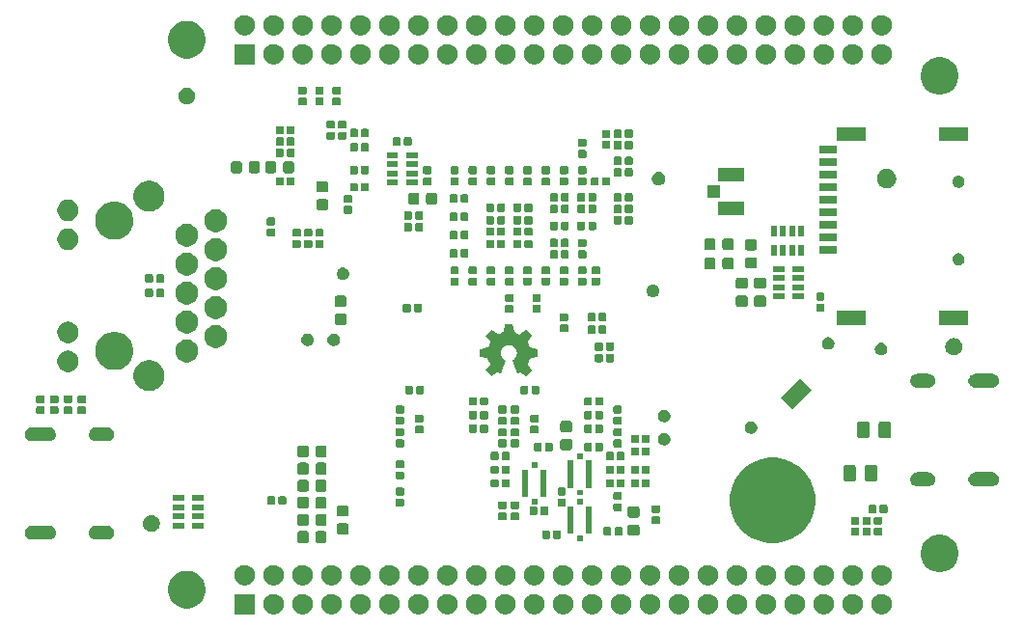
<source format=gbs>
G04 #@! TF.GenerationSoftware,KiCad,Pcbnew,5.1.5+dfsg1-2build2*
G04 #@! TF.CreationDate,2020-05-01T00:48:47-07:00*
G04 #@! TF.ProjectId,logicbone,6c6f6769-6362-46f6-9e65-2e6b69636164,rev?*
G04 #@! TF.SameCoordinates,Original*
G04 #@! TF.FileFunction,Soldermask,Bot*
G04 #@! TF.FilePolarity,Negative*
%FSLAX46Y46*%
G04 Gerber Fmt 4.6, Leading zero omitted, Abs format (unit mm)*
G04 Created by KiCad (PCBNEW 5.1.5+dfsg1-2build2) date 2020-05-01 00:48:47*
%MOMM*%
%LPD*%
G04 APERTURE LIST*
%ADD10C,0.100000*%
G04 APERTURE END LIST*
D10*
G36*
X140372578Y-75705874D02*
G01*
X140991172Y-75590841D01*
X141013218Y-75579481D01*
X141027786Y-75559345D01*
X141217401Y-75116971D01*
X141221823Y-75092704D01*
X141214391Y-75069143D01*
X140853974Y-74543834D01*
X140848640Y-74521797D01*
X140857925Y-74501087D01*
X141308089Y-74050923D01*
X141328780Y-74041610D01*
X141350798Y-74046972D01*
X141885327Y-74413786D01*
X141908945Y-74421316D01*
X141933380Y-74417248D01*
X142362208Y-74241705D01*
X142382401Y-74227458D01*
X142393817Y-74205506D01*
X142512914Y-73565689D01*
X142524702Y-73546315D01*
X142545915Y-73538257D01*
X143182609Y-73538257D01*
X143203790Y-73546315D01*
X143215572Y-73565689D01*
X143334633Y-74205506D01*
X143346034Y-74227458D01*
X143366241Y-74241705D01*
X143795106Y-74417248D01*
X143819570Y-74421316D01*
X143843159Y-74413786D01*
X144377651Y-74046972D01*
X144399716Y-74041610D01*
X144420398Y-74050923D01*
X144870599Y-74501087D01*
X144879898Y-74521797D01*
X144874550Y-74543834D01*
X144514096Y-75069143D01*
X144506725Y-75092704D01*
X144511123Y-75116971D01*
X144700776Y-75559345D01*
X144715301Y-75579481D01*
X144737390Y-75590841D01*
X145355946Y-75705874D01*
X145375335Y-75717709D01*
X145383378Y-75738913D01*
X145383340Y-76375569D01*
X145375283Y-76396816D01*
X145355908Y-76408608D01*
X144752517Y-76520895D01*
X144730668Y-76532296D01*
X144716694Y-76552616D01*
X144528320Y-77023175D01*
X144524307Y-77047639D01*
X144531895Y-77071228D01*
X144874625Y-77570686D01*
X144879959Y-77592742D01*
X144870674Y-77613471D01*
X144420436Y-78063634D01*
X144399753Y-78072891D01*
X144377688Y-78067585D01*
X143887073Y-77730838D01*
X143863766Y-77723890D01*
X143840036Y-77729220D01*
X143623666Y-77844743D01*
X143602951Y-77846140D01*
X143588106Y-77831647D01*
X143141969Y-76753671D01*
X143141390Y-76731207D01*
X143155064Y-76713370D01*
X143209213Y-76680218D01*
X143226095Y-76668431D01*
X143243456Y-76653991D01*
X143270907Y-76635491D01*
X143297422Y-76615757D01*
X143322960Y-76594830D01*
X143347480Y-76572751D01*
X143370939Y-76549561D01*
X143393298Y-76525301D01*
X143414513Y-76500011D01*
X143434545Y-76473734D01*
X143453351Y-76446510D01*
X143470891Y-76418380D01*
X143487122Y-76389386D01*
X143502004Y-76359568D01*
X143515495Y-76328967D01*
X143527554Y-76297624D01*
X143538139Y-76265581D01*
X143547210Y-76232878D01*
X143554723Y-76199557D01*
X143560640Y-76165659D01*
X143564917Y-76131224D01*
X143567513Y-76096294D01*
X143568388Y-76060910D01*
X143567621Y-76027765D01*
X143565345Y-75995014D01*
X143561591Y-75962691D01*
X143556396Y-75930831D01*
X143549791Y-75899467D01*
X143541811Y-75868632D01*
X143532490Y-75838361D01*
X143521862Y-75808687D01*
X143509960Y-75779644D01*
X143496818Y-75751267D01*
X143482471Y-75723588D01*
X143466951Y-75696641D01*
X143450293Y-75670461D01*
X143432531Y-75645081D01*
X143413698Y-75620536D01*
X143393828Y-75596858D01*
X143372956Y-75574081D01*
X143351114Y-75552240D01*
X143328337Y-75531369D01*
X143304658Y-75511500D01*
X143280112Y-75492668D01*
X143254732Y-75474907D01*
X143228552Y-75458250D01*
X143201605Y-75442731D01*
X143173927Y-75428385D01*
X143145549Y-75415244D01*
X143116507Y-75403343D01*
X143086835Y-75392716D01*
X143056565Y-75383396D01*
X143025731Y-75375417D01*
X142994369Y-75368813D01*
X142962510Y-75363618D01*
X142930190Y-75359865D01*
X142897442Y-75357588D01*
X142864300Y-75356822D01*
X142831158Y-75357588D01*
X142798410Y-75359865D01*
X142766090Y-75363618D01*
X142734232Y-75368813D01*
X142702870Y-75375417D01*
X142672038Y-75383396D01*
X142641769Y-75392716D01*
X142612097Y-75403343D01*
X142583056Y-75415244D01*
X142554680Y-75428385D01*
X142527003Y-75442731D01*
X142500058Y-75458250D01*
X142473879Y-75474907D01*
X142448501Y-75492668D01*
X142423956Y-75511500D01*
X142400279Y-75531369D01*
X142377504Y-75552240D01*
X142355663Y-75574081D01*
X142334792Y-75596858D01*
X142314924Y-75620536D01*
X142296093Y-75645081D01*
X142278332Y-75670461D01*
X142261676Y-75696641D01*
X142246158Y-75723588D01*
X142231812Y-75751267D01*
X142218671Y-75779644D01*
X142206770Y-75808687D01*
X142196143Y-75838361D01*
X142186823Y-75868632D01*
X142178844Y-75899467D01*
X142172240Y-75930831D01*
X142167045Y-75962691D01*
X142163292Y-75995014D01*
X142161016Y-76027765D01*
X142160249Y-76060910D01*
X142161124Y-76096294D01*
X142163720Y-76131224D01*
X142167996Y-76165659D01*
X142173911Y-76199557D01*
X142181423Y-76232878D01*
X142190491Y-76265581D01*
X142201075Y-76297624D01*
X142213132Y-76328967D01*
X142226621Y-76359568D01*
X142241502Y-76389386D01*
X142257732Y-76418380D01*
X142275270Y-76446510D01*
X142294076Y-76473734D01*
X142314107Y-76500011D01*
X142335323Y-76525301D01*
X142357682Y-76549561D01*
X142381143Y-76572751D01*
X142405665Y-76594830D01*
X142431206Y-76615757D01*
X142457725Y-76635491D01*
X142485181Y-76653991D01*
X142502491Y-76668431D01*
X142519349Y-76680218D01*
X142573498Y-76713370D01*
X142587129Y-76731207D01*
X142586593Y-76753671D01*
X142140494Y-77831685D01*
X142125663Y-77846163D01*
X142104934Y-77844780D01*
X141888563Y-77729257D01*
X141864819Y-77723914D01*
X141841526Y-77730875D01*
X141350874Y-78067623D01*
X141328827Y-78072929D01*
X141308164Y-78063672D01*
X140857925Y-77613508D01*
X140848612Y-77592779D01*
X140853974Y-77570724D01*
X141196743Y-77071265D01*
X141204283Y-77047676D01*
X141200280Y-77023212D01*
X141011906Y-76552654D01*
X140997950Y-76532334D01*
X140976120Y-76520932D01*
X140372729Y-76408645D01*
X140353369Y-76396853D01*
X140345297Y-76375607D01*
X140345222Y-75738951D01*
X140353242Y-75717714D01*
X140372578Y-75705874D01*
G37*
G36*
X122487812Y-97228624D02*
G01*
X122651784Y-97296544D01*
X122651786Y-97296545D01*
X122799354Y-97395147D01*
X122924853Y-97520646D01*
X123023456Y-97668216D01*
X123091376Y-97832188D01*
X123126000Y-98006259D01*
X123126000Y-98183741D01*
X123091376Y-98357812D01*
X123023456Y-98521784D01*
X123023455Y-98521786D01*
X122924853Y-98669354D01*
X122799354Y-98794853D01*
X122651786Y-98893455D01*
X122651785Y-98893456D01*
X122651784Y-98893456D01*
X122487812Y-98961376D01*
X122313741Y-98996000D01*
X122136259Y-98996000D01*
X121962188Y-98961376D01*
X121798216Y-98893456D01*
X121798215Y-98893456D01*
X121798214Y-98893455D01*
X121650646Y-98794853D01*
X121525147Y-98669354D01*
X121426545Y-98521786D01*
X121426544Y-98521784D01*
X121358624Y-98357812D01*
X121324000Y-98183741D01*
X121324000Y-98006259D01*
X121358624Y-97832188D01*
X121426544Y-97668216D01*
X121525147Y-97520646D01*
X121650646Y-97395147D01*
X121798214Y-97296545D01*
X121798216Y-97296544D01*
X121962188Y-97228624D01*
X122136259Y-97194000D01*
X122313741Y-97194000D01*
X122487812Y-97228624D01*
G37*
G36*
X150427812Y-97228624D02*
G01*
X150591784Y-97296544D01*
X150591786Y-97296545D01*
X150739354Y-97395147D01*
X150864853Y-97520646D01*
X150963456Y-97668216D01*
X151031376Y-97832188D01*
X151066000Y-98006259D01*
X151066000Y-98183741D01*
X151031376Y-98357812D01*
X150963456Y-98521784D01*
X150963455Y-98521786D01*
X150864853Y-98669354D01*
X150739354Y-98794853D01*
X150591786Y-98893455D01*
X150591785Y-98893456D01*
X150591784Y-98893456D01*
X150427812Y-98961376D01*
X150253741Y-98996000D01*
X150076259Y-98996000D01*
X149902188Y-98961376D01*
X149738216Y-98893456D01*
X149738215Y-98893456D01*
X149738214Y-98893455D01*
X149590646Y-98794853D01*
X149465147Y-98669354D01*
X149366545Y-98521786D01*
X149366544Y-98521784D01*
X149298624Y-98357812D01*
X149264000Y-98183741D01*
X149264000Y-98006259D01*
X149298624Y-97832188D01*
X149366544Y-97668216D01*
X149465147Y-97520646D01*
X149590646Y-97395147D01*
X149738214Y-97296545D01*
X149738216Y-97296544D01*
X149902188Y-97228624D01*
X150076259Y-97194000D01*
X150253741Y-97194000D01*
X150427812Y-97228624D01*
G37*
G36*
X175827812Y-97228624D02*
G01*
X175991784Y-97296544D01*
X175991786Y-97296545D01*
X176139354Y-97395147D01*
X176264853Y-97520646D01*
X176363456Y-97668216D01*
X176431376Y-97832188D01*
X176466000Y-98006259D01*
X176466000Y-98183741D01*
X176431376Y-98357812D01*
X176363456Y-98521784D01*
X176363455Y-98521786D01*
X176264853Y-98669354D01*
X176139354Y-98794853D01*
X175991786Y-98893455D01*
X175991785Y-98893456D01*
X175991784Y-98893456D01*
X175827812Y-98961376D01*
X175653741Y-98996000D01*
X175476259Y-98996000D01*
X175302188Y-98961376D01*
X175138216Y-98893456D01*
X175138215Y-98893456D01*
X175138214Y-98893455D01*
X174990646Y-98794853D01*
X174865147Y-98669354D01*
X174766545Y-98521786D01*
X174766544Y-98521784D01*
X174698624Y-98357812D01*
X174664000Y-98183741D01*
X174664000Y-98006259D01*
X174698624Y-97832188D01*
X174766544Y-97668216D01*
X174865147Y-97520646D01*
X174990646Y-97395147D01*
X175138214Y-97296545D01*
X175138216Y-97296544D01*
X175302188Y-97228624D01*
X175476259Y-97194000D01*
X175653741Y-97194000D01*
X175827812Y-97228624D01*
G37*
G36*
X173287812Y-97228624D02*
G01*
X173451784Y-97296544D01*
X173451786Y-97296545D01*
X173599354Y-97395147D01*
X173724853Y-97520646D01*
X173823456Y-97668216D01*
X173891376Y-97832188D01*
X173926000Y-98006259D01*
X173926000Y-98183741D01*
X173891376Y-98357812D01*
X173823456Y-98521784D01*
X173823455Y-98521786D01*
X173724853Y-98669354D01*
X173599354Y-98794853D01*
X173451786Y-98893455D01*
X173451785Y-98893456D01*
X173451784Y-98893456D01*
X173287812Y-98961376D01*
X173113741Y-98996000D01*
X172936259Y-98996000D01*
X172762188Y-98961376D01*
X172598216Y-98893456D01*
X172598215Y-98893456D01*
X172598214Y-98893455D01*
X172450646Y-98794853D01*
X172325147Y-98669354D01*
X172226545Y-98521786D01*
X172226544Y-98521784D01*
X172158624Y-98357812D01*
X172124000Y-98183741D01*
X172124000Y-98006259D01*
X172158624Y-97832188D01*
X172226544Y-97668216D01*
X172325147Y-97520646D01*
X172450646Y-97395147D01*
X172598214Y-97296545D01*
X172598216Y-97296544D01*
X172762188Y-97228624D01*
X172936259Y-97194000D01*
X173113741Y-97194000D01*
X173287812Y-97228624D01*
G37*
G36*
X170747812Y-97228624D02*
G01*
X170911784Y-97296544D01*
X170911786Y-97296545D01*
X171059354Y-97395147D01*
X171184853Y-97520646D01*
X171283456Y-97668216D01*
X171351376Y-97832188D01*
X171386000Y-98006259D01*
X171386000Y-98183741D01*
X171351376Y-98357812D01*
X171283456Y-98521784D01*
X171283455Y-98521786D01*
X171184853Y-98669354D01*
X171059354Y-98794853D01*
X170911786Y-98893455D01*
X170911785Y-98893456D01*
X170911784Y-98893456D01*
X170747812Y-98961376D01*
X170573741Y-98996000D01*
X170396259Y-98996000D01*
X170222188Y-98961376D01*
X170058216Y-98893456D01*
X170058215Y-98893456D01*
X170058214Y-98893455D01*
X169910646Y-98794853D01*
X169785147Y-98669354D01*
X169686545Y-98521786D01*
X169686544Y-98521784D01*
X169618624Y-98357812D01*
X169584000Y-98183741D01*
X169584000Y-98006259D01*
X169618624Y-97832188D01*
X169686544Y-97668216D01*
X169785147Y-97520646D01*
X169910646Y-97395147D01*
X170058214Y-97296545D01*
X170058216Y-97296544D01*
X170222188Y-97228624D01*
X170396259Y-97194000D01*
X170573741Y-97194000D01*
X170747812Y-97228624D01*
G37*
G36*
X168207812Y-97228624D02*
G01*
X168371784Y-97296544D01*
X168371786Y-97296545D01*
X168519354Y-97395147D01*
X168644853Y-97520646D01*
X168743456Y-97668216D01*
X168811376Y-97832188D01*
X168846000Y-98006259D01*
X168846000Y-98183741D01*
X168811376Y-98357812D01*
X168743456Y-98521784D01*
X168743455Y-98521786D01*
X168644853Y-98669354D01*
X168519354Y-98794853D01*
X168371786Y-98893455D01*
X168371785Y-98893456D01*
X168371784Y-98893456D01*
X168207812Y-98961376D01*
X168033741Y-98996000D01*
X167856259Y-98996000D01*
X167682188Y-98961376D01*
X167518216Y-98893456D01*
X167518215Y-98893456D01*
X167518214Y-98893455D01*
X167370646Y-98794853D01*
X167245147Y-98669354D01*
X167146545Y-98521786D01*
X167146544Y-98521784D01*
X167078624Y-98357812D01*
X167044000Y-98183741D01*
X167044000Y-98006259D01*
X167078624Y-97832188D01*
X167146544Y-97668216D01*
X167245147Y-97520646D01*
X167370646Y-97395147D01*
X167518214Y-97296545D01*
X167518216Y-97296544D01*
X167682188Y-97228624D01*
X167856259Y-97194000D01*
X168033741Y-97194000D01*
X168207812Y-97228624D01*
G37*
G36*
X165667812Y-97228624D02*
G01*
X165831784Y-97296544D01*
X165831786Y-97296545D01*
X165979354Y-97395147D01*
X166104853Y-97520646D01*
X166203456Y-97668216D01*
X166271376Y-97832188D01*
X166306000Y-98006259D01*
X166306000Y-98183741D01*
X166271376Y-98357812D01*
X166203456Y-98521784D01*
X166203455Y-98521786D01*
X166104853Y-98669354D01*
X165979354Y-98794853D01*
X165831786Y-98893455D01*
X165831785Y-98893456D01*
X165831784Y-98893456D01*
X165667812Y-98961376D01*
X165493741Y-98996000D01*
X165316259Y-98996000D01*
X165142188Y-98961376D01*
X164978216Y-98893456D01*
X164978215Y-98893456D01*
X164978214Y-98893455D01*
X164830646Y-98794853D01*
X164705147Y-98669354D01*
X164606545Y-98521786D01*
X164606544Y-98521784D01*
X164538624Y-98357812D01*
X164504000Y-98183741D01*
X164504000Y-98006259D01*
X164538624Y-97832188D01*
X164606544Y-97668216D01*
X164705147Y-97520646D01*
X164830646Y-97395147D01*
X164978214Y-97296545D01*
X164978216Y-97296544D01*
X165142188Y-97228624D01*
X165316259Y-97194000D01*
X165493741Y-97194000D01*
X165667812Y-97228624D01*
G37*
G36*
X163127812Y-97228624D02*
G01*
X163291784Y-97296544D01*
X163291786Y-97296545D01*
X163439354Y-97395147D01*
X163564853Y-97520646D01*
X163663456Y-97668216D01*
X163731376Y-97832188D01*
X163766000Y-98006259D01*
X163766000Y-98183741D01*
X163731376Y-98357812D01*
X163663456Y-98521784D01*
X163663455Y-98521786D01*
X163564853Y-98669354D01*
X163439354Y-98794853D01*
X163291786Y-98893455D01*
X163291785Y-98893456D01*
X163291784Y-98893456D01*
X163127812Y-98961376D01*
X162953741Y-98996000D01*
X162776259Y-98996000D01*
X162602188Y-98961376D01*
X162438216Y-98893456D01*
X162438215Y-98893456D01*
X162438214Y-98893455D01*
X162290646Y-98794853D01*
X162165147Y-98669354D01*
X162066545Y-98521786D01*
X162066544Y-98521784D01*
X161998624Y-98357812D01*
X161964000Y-98183741D01*
X161964000Y-98006259D01*
X161998624Y-97832188D01*
X162066544Y-97668216D01*
X162165147Y-97520646D01*
X162290646Y-97395147D01*
X162438214Y-97296545D01*
X162438216Y-97296544D01*
X162602188Y-97228624D01*
X162776259Y-97194000D01*
X162953741Y-97194000D01*
X163127812Y-97228624D01*
G37*
G36*
X160587812Y-97228624D02*
G01*
X160751784Y-97296544D01*
X160751786Y-97296545D01*
X160899354Y-97395147D01*
X161024853Y-97520646D01*
X161123456Y-97668216D01*
X161191376Y-97832188D01*
X161226000Y-98006259D01*
X161226000Y-98183741D01*
X161191376Y-98357812D01*
X161123456Y-98521784D01*
X161123455Y-98521786D01*
X161024853Y-98669354D01*
X160899354Y-98794853D01*
X160751786Y-98893455D01*
X160751785Y-98893456D01*
X160751784Y-98893456D01*
X160587812Y-98961376D01*
X160413741Y-98996000D01*
X160236259Y-98996000D01*
X160062188Y-98961376D01*
X159898216Y-98893456D01*
X159898215Y-98893456D01*
X159898214Y-98893455D01*
X159750646Y-98794853D01*
X159625147Y-98669354D01*
X159526545Y-98521786D01*
X159526544Y-98521784D01*
X159458624Y-98357812D01*
X159424000Y-98183741D01*
X159424000Y-98006259D01*
X159458624Y-97832188D01*
X159526544Y-97668216D01*
X159625147Y-97520646D01*
X159750646Y-97395147D01*
X159898214Y-97296545D01*
X159898216Y-97296544D01*
X160062188Y-97228624D01*
X160236259Y-97194000D01*
X160413741Y-97194000D01*
X160587812Y-97228624D01*
G37*
G36*
X158047812Y-97228624D02*
G01*
X158211784Y-97296544D01*
X158211786Y-97296545D01*
X158359354Y-97395147D01*
X158484853Y-97520646D01*
X158583456Y-97668216D01*
X158651376Y-97832188D01*
X158686000Y-98006259D01*
X158686000Y-98183741D01*
X158651376Y-98357812D01*
X158583456Y-98521784D01*
X158583455Y-98521786D01*
X158484853Y-98669354D01*
X158359354Y-98794853D01*
X158211786Y-98893455D01*
X158211785Y-98893456D01*
X158211784Y-98893456D01*
X158047812Y-98961376D01*
X157873741Y-98996000D01*
X157696259Y-98996000D01*
X157522188Y-98961376D01*
X157358216Y-98893456D01*
X157358215Y-98893456D01*
X157358214Y-98893455D01*
X157210646Y-98794853D01*
X157085147Y-98669354D01*
X156986545Y-98521786D01*
X156986544Y-98521784D01*
X156918624Y-98357812D01*
X156884000Y-98183741D01*
X156884000Y-98006259D01*
X156918624Y-97832188D01*
X156986544Y-97668216D01*
X157085147Y-97520646D01*
X157210646Y-97395147D01*
X157358214Y-97296545D01*
X157358216Y-97296544D01*
X157522188Y-97228624D01*
X157696259Y-97194000D01*
X157873741Y-97194000D01*
X158047812Y-97228624D01*
G37*
G36*
X155507812Y-97228624D02*
G01*
X155671784Y-97296544D01*
X155671786Y-97296545D01*
X155819354Y-97395147D01*
X155944853Y-97520646D01*
X156043456Y-97668216D01*
X156111376Y-97832188D01*
X156146000Y-98006259D01*
X156146000Y-98183741D01*
X156111376Y-98357812D01*
X156043456Y-98521784D01*
X156043455Y-98521786D01*
X155944853Y-98669354D01*
X155819354Y-98794853D01*
X155671786Y-98893455D01*
X155671785Y-98893456D01*
X155671784Y-98893456D01*
X155507812Y-98961376D01*
X155333741Y-98996000D01*
X155156259Y-98996000D01*
X154982188Y-98961376D01*
X154818216Y-98893456D01*
X154818215Y-98893456D01*
X154818214Y-98893455D01*
X154670646Y-98794853D01*
X154545147Y-98669354D01*
X154446545Y-98521786D01*
X154446544Y-98521784D01*
X154378624Y-98357812D01*
X154344000Y-98183741D01*
X154344000Y-98006259D01*
X154378624Y-97832188D01*
X154446544Y-97668216D01*
X154545147Y-97520646D01*
X154670646Y-97395147D01*
X154818214Y-97296545D01*
X154818216Y-97296544D01*
X154982188Y-97228624D01*
X155156259Y-97194000D01*
X155333741Y-97194000D01*
X155507812Y-97228624D01*
G37*
G36*
X152967812Y-97228624D02*
G01*
X153131784Y-97296544D01*
X153131786Y-97296545D01*
X153279354Y-97395147D01*
X153404853Y-97520646D01*
X153503456Y-97668216D01*
X153571376Y-97832188D01*
X153606000Y-98006259D01*
X153606000Y-98183741D01*
X153571376Y-98357812D01*
X153503456Y-98521784D01*
X153503455Y-98521786D01*
X153404853Y-98669354D01*
X153279354Y-98794853D01*
X153131786Y-98893455D01*
X153131785Y-98893456D01*
X153131784Y-98893456D01*
X152967812Y-98961376D01*
X152793741Y-98996000D01*
X152616259Y-98996000D01*
X152442188Y-98961376D01*
X152278216Y-98893456D01*
X152278215Y-98893456D01*
X152278214Y-98893455D01*
X152130646Y-98794853D01*
X152005147Y-98669354D01*
X151906545Y-98521786D01*
X151906544Y-98521784D01*
X151838624Y-98357812D01*
X151804000Y-98183741D01*
X151804000Y-98006259D01*
X151838624Y-97832188D01*
X151906544Y-97668216D01*
X152005147Y-97520646D01*
X152130646Y-97395147D01*
X152278214Y-97296545D01*
X152278216Y-97296544D01*
X152442188Y-97228624D01*
X152616259Y-97194000D01*
X152793741Y-97194000D01*
X152967812Y-97228624D01*
G37*
G36*
X147887812Y-97228624D02*
G01*
X148051784Y-97296544D01*
X148051786Y-97296545D01*
X148199354Y-97395147D01*
X148324853Y-97520646D01*
X148423456Y-97668216D01*
X148491376Y-97832188D01*
X148526000Y-98006259D01*
X148526000Y-98183741D01*
X148491376Y-98357812D01*
X148423456Y-98521784D01*
X148423455Y-98521786D01*
X148324853Y-98669354D01*
X148199354Y-98794853D01*
X148051786Y-98893455D01*
X148051785Y-98893456D01*
X148051784Y-98893456D01*
X147887812Y-98961376D01*
X147713741Y-98996000D01*
X147536259Y-98996000D01*
X147362188Y-98961376D01*
X147198216Y-98893456D01*
X147198215Y-98893456D01*
X147198214Y-98893455D01*
X147050646Y-98794853D01*
X146925147Y-98669354D01*
X146826545Y-98521786D01*
X146826544Y-98521784D01*
X146758624Y-98357812D01*
X146724000Y-98183741D01*
X146724000Y-98006259D01*
X146758624Y-97832188D01*
X146826544Y-97668216D01*
X146925147Y-97520646D01*
X147050646Y-97395147D01*
X147198214Y-97296545D01*
X147198216Y-97296544D01*
X147362188Y-97228624D01*
X147536259Y-97194000D01*
X147713741Y-97194000D01*
X147887812Y-97228624D01*
G37*
G36*
X145347812Y-97228624D02*
G01*
X145511784Y-97296544D01*
X145511786Y-97296545D01*
X145659354Y-97395147D01*
X145784853Y-97520646D01*
X145883456Y-97668216D01*
X145951376Y-97832188D01*
X145986000Y-98006259D01*
X145986000Y-98183741D01*
X145951376Y-98357812D01*
X145883456Y-98521784D01*
X145883455Y-98521786D01*
X145784853Y-98669354D01*
X145659354Y-98794853D01*
X145511786Y-98893455D01*
X145511785Y-98893456D01*
X145511784Y-98893456D01*
X145347812Y-98961376D01*
X145173741Y-98996000D01*
X144996259Y-98996000D01*
X144822188Y-98961376D01*
X144658216Y-98893456D01*
X144658215Y-98893456D01*
X144658214Y-98893455D01*
X144510646Y-98794853D01*
X144385147Y-98669354D01*
X144286545Y-98521786D01*
X144286544Y-98521784D01*
X144218624Y-98357812D01*
X144184000Y-98183741D01*
X144184000Y-98006259D01*
X144218624Y-97832188D01*
X144286544Y-97668216D01*
X144385147Y-97520646D01*
X144510646Y-97395147D01*
X144658214Y-97296545D01*
X144658216Y-97296544D01*
X144822188Y-97228624D01*
X144996259Y-97194000D01*
X145173741Y-97194000D01*
X145347812Y-97228624D01*
G37*
G36*
X142807812Y-97228624D02*
G01*
X142971784Y-97296544D01*
X142971786Y-97296545D01*
X143119354Y-97395147D01*
X143244853Y-97520646D01*
X143343456Y-97668216D01*
X143411376Y-97832188D01*
X143446000Y-98006259D01*
X143446000Y-98183741D01*
X143411376Y-98357812D01*
X143343456Y-98521784D01*
X143343455Y-98521786D01*
X143244853Y-98669354D01*
X143119354Y-98794853D01*
X142971786Y-98893455D01*
X142971785Y-98893456D01*
X142971784Y-98893456D01*
X142807812Y-98961376D01*
X142633741Y-98996000D01*
X142456259Y-98996000D01*
X142282188Y-98961376D01*
X142118216Y-98893456D01*
X142118215Y-98893456D01*
X142118214Y-98893455D01*
X141970646Y-98794853D01*
X141845147Y-98669354D01*
X141746545Y-98521786D01*
X141746544Y-98521784D01*
X141678624Y-98357812D01*
X141644000Y-98183741D01*
X141644000Y-98006259D01*
X141678624Y-97832188D01*
X141746544Y-97668216D01*
X141845147Y-97520646D01*
X141970646Y-97395147D01*
X142118214Y-97296545D01*
X142118216Y-97296544D01*
X142282188Y-97228624D01*
X142456259Y-97194000D01*
X142633741Y-97194000D01*
X142807812Y-97228624D01*
G37*
G36*
X140267812Y-97228624D02*
G01*
X140431784Y-97296544D01*
X140431786Y-97296545D01*
X140579354Y-97395147D01*
X140704853Y-97520646D01*
X140803456Y-97668216D01*
X140871376Y-97832188D01*
X140906000Y-98006259D01*
X140906000Y-98183741D01*
X140871376Y-98357812D01*
X140803456Y-98521784D01*
X140803455Y-98521786D01*
X140704853Y-98669354D01*
X140579354Y-98794853D01*
X140431786Y-98893455D01*
X140431785Y-98893456D01*
X140431784Y-98893456D01*
X140267812Y-98961376D01*
X140093741Y-98996000D01*
X139916259Y-98996000D01*
X139742188Y-98961376D01*
X139578216Y-98893456D01*
X139578215Y-98893456D01*
X139578214Y-98893455D01*
X139430646Y-98794853D01*
X139305147Y-98669354D01*
X139206545Y-98521786D01*
X139206544Y-98521784D01*
X139138624Y-98357812D01*
X139104000Y-98183741D01*
X139104000Y-98006259D01*
X139138624Y-97832188D01*
X139206544Y-97668216D01*
X139305147Y-97520646D01*
X139430646Y-97395147D01*
X139578214Y-97296545D01*
X139578216Y-97296544D01*
X139742188Y-97228624D01*
X139916259Y-97194000D01*
X140093741Y-97194000D01*
X140267812Y-97228624D01*
G37*
G36*
X137727812Y-97228624D02*
G01*
X137891784Y-97296544D01*
X137891786Y-97296545D01*
X138039354Y-97395147D01*
X138164853Y-97520646D01*
X138263456Y-97668216D01*
X138331376Y-97832188D01*
X138366000Y-98006259D01*
X138366000Y-98183741D01*
X138331376Y-98357812D01*
X138263456Y-98521784D01*
X138263455Y-98521786D01*
X138164853Y-98669354D01*
X138039354Y-98794853D01*
X137891786Y-98893455D01*
X137891785Y-98893456D01*
X137891784Y-98893456D01*
X137727812Y-98961376D01*
X137553741Y-98996000D01*
X137376259Y-98996000D01*
X137202188Y-98961376D01*
X137038216Y-98893456D01*
X137038215Y-98893456D01*
X137038214Y-98893455D01*
X136890646Y-98794853D01*
X136765147Y-98669354D01*
X136666545Y-98521786D01*
X136666544Y-98521784D01*
X136598624Y-98357812D01*
X136564000Y-98183741D01*
X136564000Y-98006259D01*
X136598624Y-97832188D01*
X136666544Y-97668216D01*
X136765147Y-97520646D01*
X136890646Y-97395147D01*
X137038214Y-97296545D01*
X137038216Y-97296544D01*
X137202188Y-97228624D01*
X137376259Y-97194000D01*
X137553741Y-97194000D01*
X137727812Y-97228624D01*
G37*
G36*
X135187812Y-97228624D02*
G01*
X135351784Y-97296544D01*
X135351786Y-97296545D01*
X135499354Y-97395147D01*
X135624853Y-97520646D01*
X135723456Y-97668216D01*
X135791376Y-97832188D01*
X135826000Y-98006259D01*
X135826000Y-98183741D01*
X135791376Y-98357812D01*
X135723456Y-98521784D01*
X135723455Y-98521786D01*
X135624853Y-98669354D01*
X135499354Y-98794853D01*
X135351786Y-98893455D01*
X135351785Y-98893456D01*
X135351784Y-98893456D01*
X135187812Y-98961376D01*
X135013741Y-98996000D01*
X134836259Y-98996000D01*
X134662188Y-98961376D01*
X134498216Y-98893456D01*
X134498215Y-98893456D01*
X134498214Y-98893455D01*
X134350646Y-98794853D01*
X134225147Y-98669354D01*
X134126545Y-98521786D01*
X134126544Y-98521784D01*
X134058624Y-98357812D01*
X134024000Y-98183741D01*
X134024000Y-98006259D01*
X134058624Y-97832188D01*
X134126544Y-97668216D01*
X134225147Y-97520646D01*
X134350646Y-97395147D01*
X134498214Y-97296545D01*
X134498216Y-97296544D01*
X134662188Y-97228624D01*
X134836259Y-97194000D01*
X135013741Y-97194000D01*
X135187812Y-97228624D01*
G37*
G36*
X132647812Y-97228624D02*
G01*
X132811784Y-97296544D01*
X132811786Y-97296545D01*
X132959354Y-97395147D01*
X133084853Y-97520646D01*
X133183456Y-97668216D01*
X133251376Y-97832188D01*
X133286000Y-98006259D01*
X133286000Y-98183741D01*
X133251376Y-98357812D01*
X133183456Y-98521784D01*
X133183455Y-98521786D01*
X133084853Y-98669354D01*
X132959354Y-98794853D01*
X132811786Y-98893455D01*
X132811785Y-98893456D01*
X132811784Y-98893456D01*
X132647812Y-98961376D01*
X132473741Y-98996000D01*
X132296259Y-98996000D01*
X132122188Y-98961376D01*
X131958216Y-98893456D01*
X131958215Y-98893456D01*
X131958214Y-98893455D01*
X131810646Y-98794853D01*
X131685147Y-98669354D01*
X131586545Y-98521786D01*
X131586544Y-98521784D01*
X131518624Y-98357812D01*
X131484000Y-98183741D01*
X131484000Y-98006259D01*
X131518624Y-97832188D01*
X131586544Y-97668216D01*
X131685147Y-97520646D01*
X131810646Y-97395147D01*
X131958214Y-97296545D01*
X131958216Y-97296544D01*
X132122188Y-97228624D01*
X132296259Y-97194000D01*
X132473741Y-97194000D01*
X132647812Y-97228624D01*
G37*
G36*
X130107812Y-97228624D02*
G01*
X130271784Y-97296544D01*
X130271786Y-97296545D01*
X130419354Y-97395147D01*
X130544853Y-97520646D01*
X130643456Y-97668216D01*
X130711376Y-97832188D01*
X130746000Y-98006259D01*
X130746000Y-98183741D01*
X130711376Y-98357812D01*
X130643456Y-98521784D01*
X130643455Y-98521786D01*
X130544853Y-98669354D01*
X130419354Y-98794853D01*
X130271786Y-98893455D01*
X130271785Y-98893456D01*
X130271784Y-98893456D01*
X130107812Y-98961376D01*
X129933741Y-98996000D01*
X129756259Y-98996000D01*
X129582188Y-98961376D01*
X129418216Y-98893456D01*
X129418215Y-98893456D01*
X129418214Y-98893455D01*
X129270646Y-98794853D01*
X129145147Y-98669354D01*
X129046545Y-98521786D01*
X129046544Y-98521784D01*
X128978624Y-98357812D01*
X128944000Y-98183741D01*
X128944000Y-98006259D01*
X128978624Y-97832188D01*
X129046544Y-97668216D01*
X129145147Y-97520646D01*
X129270646Y-97395147D01*
X129418214Y-97296545D01*
X129418216Y-97296544D01*
X129582188Y-97228624D01*
X129756259Y-97194000D01*
X129933741Y-97194000D01*
X130107812Y-97228624D01*
G37*
G36*
X127567812Y-97228624D02*
G01*
X127731784Y-97296544D01*
X127731786Y-97296545D01*
X127879354Y-97395147D01*
X128004853Y-97520646D01*
X128103456Y-97668216D01*
X128171376Y-97832188D01*
X128206000Y-98006259D01*
X128206000Y-98183741D01*
X128171376Y-98357812D01*
X128103456Y-98521784D01*
X128103455Y-98521786D01*
X128004853Y-98669354D01*
X127879354Y-98794853D01*
X127731786Y-98893455D01*
X127731785Y-98893456D01*
X127731784Y-98893456D01*
X127567812Y-98961376D01*
X127393741Y-98996000D01*
X127216259Y-98996000D01*
X127042188Y-98961376D01*
X126878216Y-98893456D01*
X126878215Y-98893456D01*
X126878214Y-98893455D01*
X126730646Y-98794853D01*
X126605147Y-98669354D01*
X126506545Y-98521786D01*
X126506544Y-98521784D01*
X126438624Y-98357812D01*
X126404000Y-98183741D01*
X126404000Y-98006259D01*
X126438624Y-97832188D01*
X126506544Y-97668216D01*
X126605147Y-97520646D01*
X126730646Y-97395147D01*
X126878214Y-97296545D01*
X126878216Y-97296544D01*
X127042188Y-97228624D01*
X127216259Y-97194000D01*
X127393741Y-97194000D01*
X127567812Y-97228624D01*
G37*
G36*
X125027812Y-97228624D02*
G01*
X125191784Y-97296544D01*
X125191786Y-97296545D01*
X125339354Y-97395147D01*
X125464853Y-97520646D01*
X125563456Y-97668216D01*
X125631376Y-97832188D01*
X125666000Y-98006259D01*
X125666000Y-98183741D01*
X125631376Y-98357812D01*
X125563456Y-98521784D01*
X125563455Y-98521786D01*
X125464853Y-98669354D01*
X125339354Y-98794853D01*
X125191786Y-98893455D01*
X125191785Y-98893456D01*
X125191784Y-98893456D01*
X125027812Y-98961376D01*
X124853741Y-98996000D01*
X124676259Y-98996000D01*
X124502188Y-98961376D01*
X124338216Y-98893456D01*
X124338215Y-98893456D01*
X124338214Y-98893455D01*
X124190646Y-98794853D01*
X124065147Y-98669354D01*
X123966545Y-98521786D01*
X123966544Y-98521784D01*
X123898624Y-98357812D01*
X123864000Y-98183741D01*
X123864000Y-98006259D01*
X123898624Y-97832188D01*
X123966544Y-97668216D01*
X124065147Y-97520646D01*
X124190646Y-97395147D01*
X124338214Y-97296545D01*
X124338216Y-97296544D01*
X124502188Y-97228624D01*
X124676259Y-97194000D01*
X124853741Y-97194000D01*
X125027812Y-97228624D01*
G37*
G36*
X120586000Y-98996000D02*
G01*
X118784000Y-98996000D01*
X118784000Y-97194000D01*
X120586000Y-97194000D01*
X120586000Y-98996000D01*
G37*
G36*
X115086579Y-95237447D02*
G01*
X115387042Y-95361903D01*
X115387044Y-95361904D01*
X115657451Y-95542584D01*
X115887416Y-95772549D01*
X116068096Y-96042956D01*
X116068097Y-96042958D01*
X116192553Y-96343421D01*
X116256000Y-96662391D01*
X116256000Y-96987609D01*
X116192553Y-97306579D01*
X116103883Y-97520646D01*
X116068096Y-97607044D01*
X115887416Y-97877451D01*
X115657451Y-98107416D01*
X115387044Y-98288096D01*
X115387043Y-98288097D01*
X115387042Y-98288097D01*
X115086579Y-98412553D01*
X114767609Y-98476000D01*
X114442391Y-98476000D01*
X114123421Y-98412553D01*
X113822958Y-98288097D01*
X113822957Y-98288097D01*
X113822956Y-98288096D01*
X113552549Y-98107416D01*
X113322584Y-97877451D01*
X113141904Y-97607044D01*
X113106117Y-97520646D01*
X113017447Y-97306579D01*
X112954000Y-96987609D01*
X112954000Y-96662391D01*
X113017447Y-96343421D01*
X113141903Y-96042958D01*
X113141904Y-96042956D01*
X113322584Y-95772549D01*
X113552549Y-95542584D01*
X113822956Y-95361904D01*
X113822958Y-95361903D01*
X114123421Y-95237447D01*
X114442391Y-95174000D01*
X114767609Y-95174000D01*
X115086579Y-95237447D01*
G37*
G36*
X137727812Y-94688624D02*
G01*
X137891784Y-94756544D01*
X137891786Y-94756545D01*
X138039354Y-94855147D01*
X138164853Y-94980646D01*
X138263456Y-95128216D01*
X138331376Y-95292188D01*
X138366000Y-95466259D01*
X138366000Y-95643741D01*
X138331376Y-95817812D01*
X138263456Y-95981784D01*
X138263455Y-95981786D01*
X138164853Y-96129354D01*
X138039354Y-96254853D01*
X137891786Y-96353455D01*
X137891785Y-96353456D01*
X137891784Y-96353456D01*
X137727812Y-96421376D01*
X137553741Y-96456000D01*
X137376259Y-96456000D01*
X137202188Y-96421376D01*
X137038216Y-96353456D01*
X137038215Y-96353456D01*
X137038214Y-96353455D01*
X136890646Y-96254853D01*
X136765147Y-96129354D01*
X136666545Y-95981786D01*
X136666544Y-95981784D01*
X136598624Y-95817812D01*
X136564000Y-95643741D01*
X136564000Y-95466259D01*
X136598624Y-95292188D01*
X136666544Y-95128216D01*
X136765147Y-94980646D01*
X136890646Y-94855147D01*
X137038214Y-94756545D01*
X137038216Y-94756544D01*
X137202188Y-94688624D01*
X137376259Y-94654000D01*
X137553741Y-94654000D01*
X137727812Y-94688624D01*
G37*
G36*
X132647812Y-94688624D02*
G01*
X132811784Y-94756544D01*
X132811786Y-94756545D01*
X132959354Y-94855147D01*
X133084853Y-94980646D01*
X133183456Y-95128216D01*
X133251376Y-95292188D01*
X133286000Y-95466259D01*
X133286000Y-95643741D01*
X133251376Y-95817812D01*
X133183456Y-95981784D01*
X133183455Y-95981786D01*
X133084853Y-96129354D01*
X132959354Y-96254853D01*
X132811786Y-96353455D01*
X132811785Y-96353456D01*
X132811784Y-96353456D01*
X132647812Y-96421376D01*
X132473741Y-96456000D01*
X132296259Y-96456000D01*
X132122188Y-96421376D01*
X131958216Y-96353456D01*
X131958215Y-96353456D01*
X131958214Y-96353455D01*
X131810646Y-96254853D01*
X131685147Y-96129354D01*
X131586545Y-95981786D01*
X131586544Y-95981784D01*
X131518624Y-95817812D01*
X131484000Y-95643741D01*
X131484000Y-95466259D01*
X131518624Y-95292188D01*
X131586544Y-95128216D01*
X131685147Y-94980646D01*
X131810646Y-94855147D01*
X131958214Y-94756545D01*
X131958216Y-94756544D01*
X132122188Y-94688624D01*
X132296259Y-94654000D01*
X132473741Y-94654000D01*
X132647812Y-94688624D01*
G37*
G36*
X135187812Y-94688624D02*
G01*
X135351784Y-94756544D01*
X135351786Y-94756545D01*
X135499354Y-94855147D01*
X135624853Y-94980646D01*
X135723456Y-95128216D01*
X135791376Y-95292188D01*
X135826000Y-95466259D01*
X135826000Y-95643741D01*
X135791376Y-95817812D01*
X135723456Y-95981784D01*
X135723455Y-95981786D01*
X135624853Y-96129354D01*
X135499354Y-96254853D01*
X135351786Y-96353455D01*
X135351785Y-96353456D01*
X135351784Y-96353456D01*
X135187812Y-96421376D01*
X135013741Y-96456000D01*
X134836259Y-96456000D01*
X134662188Y-96421376D01*
X134498216Y-96353456D01*
X134498215Y-96353456D01*
X134498214Y-96353455D01*
X134350646Y-96254853D01*
X134225147Y-96129354D01*
X134126545Y-95981786D01*
X134126544Y-95981784D01*
X134058624Y-95817812D01*
X134024000Y-95643741D01*
X134024000Y-95466259D01*
X134058624Y-95292188D01*
X134126544Y-95128216D01*
X134225147Y-94980646D01*
X134350646Y-94855147D01*
X134498214Y-94756545D01*
X134498216Y-94756544D01*
X134662188Y-94688624D01*
X134836259Y-94654000D01*
X135013741Y-94654000D01*
X135187812Y-94688624D01*
G37*
G36*
X130107812Y-94688624D02*
G01*
X130271784Y-94756544D01*
X130271786Y-94756545D01*
X130419354Y-94855147D01*
X130544853Y-94980646D01*
X130643456Y-95128216D01*
X130711376Y-95292188D01*
X130746000Y-95466259D01*
X130746000Y-95643741D01*
X130711376Y-95817812D01*
X130643456Y-95981784D01*
X130643455Y-95981786D01*
X130544853Y-96129354D01*
X130419354Y-96254853D01*
X130271786Y-96353455D01*
X130271785Y-96353456D01*
X130271784Y-96353456D01*
X130107812Y-96421376D01*
X129933741Y-96456000D01*
X129756259Y-96456000D01*
X129582188Y-96421376D01*
X129418216Y-96353456D01*
X129418215Y-96353456D01*
X129418214Y-96353455D01*
X129270646Y-96254853D01*
X129145147Y-96129354D01*
X129046545Y-95981786D01*
X129046544Y-95981784D01*
X128978624Y-95817812D01*
X128944000Y-95643741D01*
X128944000Y-95466259D01*
X128978624Y-95292188D01*
X129046544Y-95128216D01*
X129145147Y-94980646D01*
X129270646Y-94855147D01*
X129418214Y-94756545D01*
X129418216Y-94756544D01*
X129582188Y-94688624D01*
X129756259Y-94654000D01*
X129933741Y-94654000D01*
X130107812Y-94688624D01*
G37*
G36*
X127567812Y-94688624D02*
G01*
X127731784Y-94756544D01*
X127731786Y-94756545D01*
X127879354Y-94855147D01*
X128004853Y-94980646D01*
X128103456Y-95128216D01*
X128171376Y-95292188D01*
X128206000Y-95466259D01*
X128206000Y-95643741D01*
X128171376Y-95817812D01*
X128103456Y-95981784D01*
X128103455Y-95981786D01*
X128004853Y-96129354D01*
X127879354Y-96254853D01*
X127731786Y-96353455D01*
X127731785Y-96353456D01*
X127731784Y-96353456D01*
X127567812Y-96421376D01*
X127393741Y-96456000D01*
X127216259Y-96456000D01*
X127042188Y-96421376D01*
X126878216Y-96353456D01*
X126878215Y-96353456D01*
X126878214Y-96353455D01*
X126730646Y-96254853D01*
X126605147Y-96129354D01*
X126506545Y-95981786D01*
X126506544Y-95981784D01*
X126438624Y-95817812D01*
X126404000Y-95643741D01*
X126404000Y-95466259D01*
X126438624Y-95292188D01*
X126506544Y-95128216D01*
X126605147Y-94980646D01*
X126730646Y-94855147D01*
X126878214Y-94756545D01*
X126878216Y-94756544D01*
X127042188Y-94688624D01*
X127216259Y-94654000D01*
X127393741Y-94654000D01*
X127567812Y-94688624D01*
G37*
G36*
X125027812Y-94688624D02*
G01*
X125191784Y-94756544D01*
X125191786Y-94756545D01*
X125339354Y-94855147D01*
X125464853Y-94980646D01*
X125563456Y-95128216D01*
X125631376Y-95292188D01*
X125666000Y-95466259D01*
X125666000Y-95643741D01*
X125631376Y-95817812D01*
X125563456Y-95981784D01*
X125563455Y-95981786D01*
X125464853Y-96129354D01*
X125339354Y-96254853D01*
X125191786Y-96353455D01*
X125191785Y-96353456D01*
X125191784Y-96353456D01*
X125027812Y-96421376D01*
X124853741Y-96456000D01*
X124676259Y-96456000D01*
X124502188Y-96421376D01*
X124338216Y-96353456D01*
X124338215Y-96353456D01*
X124338214Y-96353455D01*
X124190646Y-96254853D01*
X124065147Y-96129354D01*
X123966545Y-95981786D01*
X123966544Y-95981784D01*
X123898624Y-95817812D01*
X123864000Y-95643741D01*
X123864000Y-95466259D01*
X123898624Y-95292188D01*
X123966544Y-95128216D01*
X124065147Y-94980646D01*
X124190646Y-94855147D01*
X124338214Y-94756545D01*
X124338216Y-94756544D01*
X124502188Y-94688624D01*
X124676259Y-94654000D01*
X124853741Y-94654000D01*
X125027812Y-94688624D01*
G37*
G36*
X122487812Y-94688624D02*
G01*
X122651784Y-94756544D01*
X122651786Y-94756545D01*
X122799354Y-94855147D01*
X122924853Y-94980646D01*
X123023456Y-95128216D01*
X123091376Y-95292188D01*
X123126000Y-95466259D01*
X123126000Y-95643741D01*
X123091376Y-95817812D01*
X123023456Y-95981784D01*
X123023455Y-95981786D01*
X122924853Y-96129354D01*
X122799354Y-96254853D01*
X122651786Y-96353455D01*
X122651785Y-96353456D01*
X122651784Y-96353456D01*
X122487812Y-96421376D01*
X122313741Y-96456000D01*
X122136259Y-96456000D01*
X121962188Y-96421376D01*
X121798216Y-96353456D01*
X121798215Y-96353456D01*
X121798214Y-96353455D01*
X121650646Y-96254853D01*
X121525147Y-96129354D01*
X121426545Y-95981786D01*
X121426544Y-95981784D01*
X121358624Y-95817812D01*
X121324000Y-95643741D01*
X121324000Y-95466259D01*
X121358624Y-95292188D01*
X121426544Y-95128216D01*
X121525147Y-94980646D01*
X121650646Y-94855147D01*
X121798214Y-94756545D01*
X121798216Y-94756544D01*
X121962188Y-94688624D01*
X122136259Y-94654000D01*
X122313741Y-94654000D01*
X122487812Y-94688624D01*
G37*
G36*
X140267812Y-94688624D02*
G01*
X140431784Y-94756544D01*
X140431786Y-94756545D01*
X140579354Y-94855147D01*
X140704853Y-94980646D01*
X140803456Y-95128216D01*
X140871376Y-95292188D01*
X140906000Y-95466259D01*
X140906000Y-95643741D01*
X140871376Y-95817812D01*
X140803456Y-95981784D01*
X140803455Y-95981786D01*
X140704853Y-96129354D01*
X140579354Y-96254853D01*
X140431786Y-96353455D01*
X140431785Y-96353456D01*
X140431784Y-96353456D01*
X140267812Y-96421376D01*
X140093741Y-96456000D01*
X139916259Y-96456000D01*
X139742188Y-96421376D01*
X139578216Y-96353456D01*
X139578215Y-96353456D01*
X139578214Y-96353455D01*
X139430646Y-96254853D01*
X139305147Y-96129354D01*
X139206545Y-95981786D01*
X139206544Y-95981784D01*
X139138624Y-95817812D01*
X139104000Y-95643741D01*
X139104000Y-95466259D01*
X139138624Y-95292188D01*
X139206544Y-95128216D01*
X139305147Y-94980646D01*
X139430646Y-94855147D01*
X139578214Y-94756545D01*
X139578216Y-94756544D01*
X139742188Y-94688624D01*
X139916259Y-94654000D01*
X140093741Y-94654000D01*
X140267812Y-94688624D01*
G37*
G36*
X175827812Y-94688624D02*
G01*
X175991784Y-94756544D01*
X175991786Y-94756545D01*
X176139354Y-94855147D01*
X176264853Y-94980646D01*
X176363456Y-95128216D01*
X176431376Y-95292188D01*
X176466000Y-95466259D01*
X176466000Y-95643741D01*
X176431376Y-95817812D01*
X176363456Y-95981784D01*
X176363455Y-95981786D01*
X176264853Y-96129354D01*
X176139354Y-96254853D01*
X175991786Y-96353455D01*
X175991785Y-96353456D01*
X175991784Y-96353456D01*
X175827812Y-96421376D01*
X175653741Y-96456000D01*
X175476259Y-96456000D01*
X175302188Y-96421376D01*
X175138216Y-96353456D01*
X175138215Y-96353456D01*
X175138214Y-96353455D01*
X174990646Y-96254853D01*
X174865147Y-96129354D01*
X174766545Y-95981786D01*
X174766544Y-95981784D01*
X174698624Y-95817812D01*
X174664000Y-95643741D01*
X174664000Y-95466259D01*
X174698624Y-95292188D01*
X174766544Y-95128216D01*
X174865147Y-94980646D01*
X174990646Y-94855147D01*
X175138214Y-94756545D01*
X175138216Y-94756544D01*
X175302188Y-94688624D01*
X175476259Y-94654000D01*
X175653741Y-94654000D01*
X175827812Y-94688624D01*
G37*
G36*
X173287812Y-94688624D02*
G01*
X173451784Y-94756544D01*
X173451786Y-94756545D01*
X173599354Y-94855147D01*
X173724853Y-94980646D01*
X173823456Y-95128216D01*
X173891376Y-95292188D01*
X173926000Y-95466259D01*
X173926000Y-95643741D01*
X173891376Y-95817812D01*
X173823456Y-95981784D01*
X173823455Y-95981786D01*
X173724853Y-96129354D01*
X173599354Y-96254853D01*
X173451786Y-96353455D01*
X173451785Y-96353456D01*
X173451784Y-96353456D01*
X173287812Y-96421376D01*
X173113741Y-96456000D01*
X172936259Y-96456000D01*
X172762188Y-96421376D01*
X172598216Y-96353456D01*
X172598215Y-96353456D01*
X172598214Y-96353455D01*
X172450646Y-96254853D01*
X172325147Y-96129354D01*
X172226545Y-95981786D01*
X172226544Y-95981784D01*
X172158624Y-95817812D01*
X172124000Y-95643741D01*
X172124000Y-95466259D01*
X172158624Y-95292188D01*
X172226544Y-95128216D01*
X172325147Y-94980646D01*
X172450646Y-94855147D01*
X172598214Y-94756545D01*
X172598216Y-94756544D01*
X172762188Y-94688624D01*
X172936259Y-94654000D01*
X173113741Y-94654000D01*
X173287812Y-94688624D01*
G37*
G36*
X170747812Y-94688624D02*
G01*
X170911784Y-94756544D01*
X170911786Y-94756545D01*
X171059354Y-94855147D01*
X171184853Y-94980646D01*
X171283456Y-95128216D01*
X171351376Y-95292188D01*
X171386000Y-95466259D01*
X171386000Y-95643741D01*
X171351376Y-95817812D01*
X171283456Y-95981784D01*
X171283455Y-95981786D01*
X171184853Y-96129354D01*
X171059354Y-96254853D01*
X170911786Y-96353455D01*
X170911785Y-96353456D01*
X170911784Y-96353456D01*
X170747812Y-96421376D01*
X170573741Y-96456000D01*
X170396259Y-96456000D01*
X170222188Y-96421376D01*
X170058216Y-96353456D01*
X170058215Y-96353456D01*
X170058214Y-96353455D01*
X169910646Y-96254853D01*
X169785147Y-96129354D01*
X169686545Y-95981786D01*
X169686544Y-95981784D01*
X169618624Y-95817812D01*
X169584000Y-95643741D01*
X169584000Y-95466259D01*
X169618624Y-95292188D01*
X169686544Y-95128216D01*
X169785147Y-94980646D01*
X169910646Y-94855147D01*
X170058214Y-94756545D01*
X170058216Y-94756544D01*
X170222188Y-94688624D01*
X170396259Y-94654000D01*
X170573741Y-94654000D01*
X170747812Y-94688624D01*
G37*
G36*
X165667812Y-94688624D02*
G01*
X165831784Y-94756544D01*
X165831786Y-94756545D01*
X165979354Y-94855147D01*
X166104853Y-94980646D01*
X166203456Y-95128216D01*
X166271376Y-95292188D01*
X166306000Y-95466259D01*
X166306000Y-95643741D01*
X166271376Y-95817812D01*
X166203456Y-95981784D01*
X166203455Y-95981786D01*
X166104853Y-96129354D01*
X165979354Y-96254853D01*
X165831786Y-96353455D01*
X165831785Y-96353456D01*
X165831784Y-96353456D01*
X165667812Y-96421376D01*
X165493741Y-96456000D01*
X165316259Y-96456000D01*
X165142188Y-96421376D01*
X164978216Y-96353456D01*
X164978215Y-96353456D01*
X164978214Y-96353455D01*
X164830646Y-96254853D01*
X164705147Y-96129354D01*
X164606545Y-95981786D01*
X164606544Y-95981784D01*
X164538624Y-95817812D01*
X164504000Y-95643741D01*
X164504000Y-95466259D01*
X164538624Y-95292188D01*
X164606544Y-95128216D01*
X164705147Y-94980646D01*
X164830646Y-94855147D01*
X164978214Y-94756545D01*
X164978216Y-94756544D01*
X165142188Y-94688624D01*
X165316259Y-94654000D01*
X165493741Y-94654000D01*
X165667812Y-94688624D01*
G37*
G36*
X160587812Y-94688624D02*
G01*
X160751784Y-94756544D01*
X160751786Y-94756545D01*
X160899354Y-94855147D01*
X161024853Y-94980646D01*
X161123456Y-95128216D01*
X161191376Y-95292188D01*
X161226000Y-95466259D01*
X161226000Y-95643741D01*
X161191376Y-95817812D01*
X161123456Y-95981784D01*
X161123455Y-95981786D01*
X161024853Y-96129354D01*
X160899354Y-96254853D01*
X160751786Y-96353455D01*
X160751785Y-96353456D01*
X160751784Y-96353456D01*
X160587812Y-96421376D01*
X160413741Y-96456000D01*
X160236259Y-96456000D01*
X160062188Y-96421376D01*
X159898216Y-96353456D01*
X159898215Y-96353456D01*
X159898214Y-96353455D01*
X159750646Y-96254853D01*
X159625147Y-96129354D01*
X159526545Y-95981786D01*
X159526544Y-95981784D01*
X159458624Y-95817812D01*
X159424000Y-95643741D01*
X159424000Y-95466259D01*
X159458624Y-95292188D01*
X159526544Y-95128216D01*
X159625147Y-94980646D01*
X159750646Y-94855147D01*
X159898214Y-94756545D01*
X159898216Y-94756544D01*
X160062188Y-94688624D01*
X160236259Y-94654000D01*
X160413741Y-94654000D01*
X160587812Y-94688624D01*
G37*
G36*
X158047812Y-94688624D02*
G01*
X158211784Y-94756544D01*
X158211786Y-94756545D01*
X158359354Y-94855147D01*
X158484853Y-94980646D01*
X158583456Y-95128216D01*
X158651376Y-95292188D01*
X158686000Y-95466259D01*
X158686000Y-95643741D01*
X158651376Y-95817812D01*
X158583456Y-95981784D01*
X158583455Y-95981786D01*
X158484853Y-96129354D01*
X158359354Y-96254853D01*
X158211786Y-96353455D01*
X158211785Y-96353456D01*
X158211784Y-96353456D01*
X158047812Y-96421376D01*
X157873741Y-96456000D01*
X157696259Y-96456000D01*
X157522188Y-96421376D01*
X157358216Y-96353456D01*
X157358215Y-96353456D01*
X157358214Y-96353455D01*
X157210646Y-96254853D01*
X157085147Y-96129354D01*
X156986545Y-95981786D01*
X156986544Y-95981784D01*
X156918624Y-95817812D01*
X156884000Y-95643741D01*
X156884000Y-95466259D01*
X156918624Y-95292188D01*
X156986544Y-95128216D01*
X157085147Y-94980646D01*
X157210646Y-94855147D01*
X157358214Y-94756545D01*
X157358216Y-94756544D01*
X157522188Y-94688624D01*
X157696259Y-94654000D01*
X157873741Y-94654000D01*
X158047812Y-94688624D01*
G37*
G36*
X155507812Y-94688624D02*
G01*
X155671784Y-94756544D01*
X155671786Y-94756545D01*
X155819354Y-94855147D01*
X155944853Y-94980646D01*
X156043456Y-95128216D01*
X156111376Y-95292188D01*
X156146000Y-95466259D01*
X156146000Y-95643741D01*
X156111376Y-95817812D01*
X156043456Y-95981784D01*
X156043455Y-95981786D01*
X155944853Y-96129354D01*
X155819354Y-96254853D01*
X155671786Y-96353455D01*
X155671785Y-96353456D01*
X155671784Y-96353456D01*
X155507812Y-96421376D01*
X155333741Y-96456000D01*
X155156259Y-96456000D01*
X154982188Y-96421376D01*
X154818216Y-96353456D01*
X154818215Y-96353456D01*
X154818214Y-96353455D01*
X154670646Y-96254853D01*
X154545147Y-96129354D01*
X154446545Y-95981786D01*
X154446544Y-95981784D01*
X154378624Y-95817812D01*
X154344000Y-95643741D01*
X154344000Y-95466259D01*
X154378624Y-95292188D01*
X154446544Y-95128216D01*
X154545147Y-94980646D01*
X154670646Y-94855147D01*
X154818214Y-94756545D01*
X154818216Y-94756544D01*
X154982188Y-94688624D01*
X155156259Y-94654000D01*
X155333741Y-94654000D01*
X155507812Y-94688624D01*
G37*
G36*
X152967812Y-94688624D02*
G01*
X153131784Y-94756544D01*
X153131786Y-94756545D01*
X153279354Y-94855147D01*
X153404853Y-94980646D01*
X153503456Y-95128216D01*
X153571376Y-95292188D01*
X153606000Y-95466259D01*
X153606000Y-95643741D01*
X153571376Y-95817812D01*
X153503456Y-95981784D01*
X153503455Y-95981786D01*
X153404853Y-96129354D01*
X153279354Y-96254853D01*
X153131786Y-96353455D01*
X153131785Y-96353456D01*
X153131784Y-96353456D01*
X152967812Y-96421376D01*
X152793741Y-96456000D01*
X152616259Y-96456000D01*
X152442188Y-96421376D01*
X152278216Y-96353456D01*
X152278215Y-96353456D01*
X152278214Y-96353455D01*
X152130646Y-96254853D01*
X152005147Y-96129354D01*
X151906545Y-95981786D01*
X151906544Y-95981784D01*
X151838624Y-95817812D01*
X151804000Y-95643741D01*
X151804000Y-95466259D01*
X151838624Y-95292188D01*
X151906544Y-95128216D01*
X152005147Y-94980646D01*
X152130646Y-94855147D01*
X152278214Y-94756545D01*
X152278216Y-94756544D01*
X152442188Y-94688624D01*
X152616259Y-94654000D01*
X152793741Y-94654000D01*
X152967812Y-94688624D01*
G37*
G36*
X147887812Y-94688624D02*
G01*
X148051784Y-94756544D01*
X148051786Y-94756545D01*
X148199354Y-94855147D01*
X148324853Y-94980646D01*
X148423456Y-95128216D01*
X148491376Y-95292188D01*
X148526000Y-95466259D01*
X148526000Y-95643741D01*
X148491376Y-95817812D01*
X148423456Y-95981784D01*
X148423455Y-95981786D01*
X148324853Y-96129354D01*
X148199354Y-96254853D01*
X148051786Y-96353455D01*
X148051785Y-96353456D01*
X148051784Y-96353456D01*
X147887812Y-96421376D01*
X147713741Y-96456000D01*
X147536259Y-96456000D01*
X147362188Y-96421376D01*
X147198216Y-96353456D01*
X147198215Y-96353456D01*
X147198214Y-96353455D01*
X147050646Y-96254853D01*
X146925147Y-96129354D01*
X146826545Y-95981786D01*
X146826544Y-95981784D01*
X146758624Y-95817812D01*
X146724000Y-95643741D01*
X146724000Y-95466259D01*
X146758624Y-95292188D01*
X146826544Y-95128216D01*
X146925147Y-94980646D01*
X147050646Y-94855147D01*
X147198214Y-94756545D01*
X147198216Y-94756544D01*
X147362188Y-94688624D01*
X147536259Y-94654000D01*
X147713741Y-94654000D01*
X147887812Y-94688624D01*
G37*
G36*
X150427812Y-94688624D02*
G01*
X150591784Y-94756544D01*
X150591786Y-94756545D01*
X150739354Y-94855147D01*
X150864853Y-94980646D01*
X150963456Y-95128216D01*
X151031376Y-95292188D01*
X151066000Y-95466259D01*
X151066000Y-95643741D01*
X151031376Y-95817812D01*
X150963456Y-95981784D01*
X150963455Y-95981786D01*
X150864853Y-96129354D01*
X150739354Y-96254853D01*
X150591786Y-96353455D01*
X150591785Y-96353456D01*
X150591784Y-96353456D01*
X150427812Y-96421376D01*
X150253741Y-96456000D01*
X150076259Y-96456000D01*
X149902188Y-96421376D01*
X149738216Y-96353456D01*
X149738215Y-96353456D01*
X149738214Y-96353455D01*
X149590646Y-96254853D01*
X149465147Y-96129354D01*
X149366545Y-95981786D01*
X149366544Y-95981784D01*
X149298624Y-95817812D01*
X149264000Y-95643741D01*
X149264000Y-95466259D01*
X149298624Y-95292188D01*
X149366544Y-95128216D01*
X149465147Y-94980646D01*
X149590646Y-94855147D01*
X149738214Y-94756545D01*
X149738216Y-94756544D01*
X149902188Y-94688624D01*
X150076259Y-94654000D01*
X150253741Y-94654000D01*
X150427812Y-94688624D01*
G37*
G36*
X145347812Y-94688624D02*
G01*
X145511784Y-94756544D01*
X145511786Y-94756545D01*
X145659354Y-94855147D01*
X145784853Y-94980646D01*
X145883456Y-95128216D01*
X145951376Y-95292188D01*
X145986000Y-95466259D01*
X145986000Y-95643741D01*
X145951376Y-95817812D01*
X145883456Y-95981784D01*
X145883455Y-95981786D01*
X145784853Y-96129354D01*
X145659354Y-96254853D01*
X145511786Y-96353455D01*
X145511785Y-96353456D01*
X145511784Y-96353456D01*
X145347812Y-96421376D01*
X145173741Y-96456000D01*
X144996259Y-96456000D01*
X144822188Y-96421376D01*
X144658216Y-96353456D01*
X144658215Y-96353456D01*
X144658214Y-96353455D01*
X144510646Y-96254853D01*
X144385147Y-96129354D01*
X144286545Y-95981786D01*
X144286544Y-95981784D01*
X144218624Y-95817812D01*
X144184000Y-95643741D01*
X144184000Y-95466259D01*
X144218624Y-95292188D01*
X144286544Y-95128216D01*
X144385147Y-94980646D01*
X144510646Y-94855147D01*
X144658214Y-94756545D01*
X144658216Y-94756544D01*
X144822188Y-94688624D01*
X144996259Y-94654000D01*
X145173741Y-94654000D01*
X145347812Y-94688624D01*
G37*
G36*
X119947812Y-94688624D02*
G01*
X120111784Y-94756544D01*
X120111786Y-94756545D01*
X120259354Y-94855147D01*
X120384853Y-94980646D01*
X120483456Y-95128216D01*
X120551376Y-95292188D01*
X120586000Y-95466259D01*
X120586000Y-95643741D01*
X120551376Y-95817812D01*
X120483456Y-95981784D01*
X120483455Y-95981786D01*
X120384853Y-96129354D01*
X120259354Y-96254853D01*
X120111786Y-96353455D01*
X120111785Y-96353456D01*
X120111784Y-96353456D01*
X119947812Y-96421376D01*
X119773741Y-96456000D01*
X119596259Y-96456000D01*
X119422188Y-96421376D01*
X119258216Y-96353456D01*
X119258215Y-96353456D01*
X119258214Y-96353455D01*
X119110646Y-96254853D01*
X118985147Y-96129354D01*
X118886545Y-95981786D01*
X118886544Y-95981784D01*
X118818624Y-95817812D01*
X118784000Y-95643741D01*
X118784000Y-95466259D01*
X118818624Y-95292188D01*
X118886544Y-95128216D01*
X118985147Y-94980646D01*
X119110646Y-94855147D01*
X119258214Y-94756545D01*
X119258216Y-94756544D01*
X119422188Y-94688624D01*
X119596259Y-94654000D01*
X119773741Y-94654000D01*
X119947812Y-94688624D01*
G37*
G36*
X142807812Y-94688624D02*
G01*
X142971784Y-94756544D01*
X142971786Y-94756545D01*
X143119354Y-94855147D01*
X143244853Y-94980646D01*
X143343456Y-95128216D01*
X143411376Y-95292188D01*
X143446000Y-95466259D01*
X143446000Y-95643741D01*
X143411376Y-95817812D01*
X143343456Y-95981784D01*
X143343455Y-95981786D01*
X143244853Y-96129354D01*
X143119354Y-96254853D01*
X142971786Y-96353455D01*
X142971785Y-96353456D01*
X142971784Y-96353456D01*
X142807812Y-96421376D01*
X142633741Y-96456000D01*
X142456259Y-96456000D01*
X142282188Y-96421376D01*
X142118216Y-96353456D01*
X142118215Y-96353456D01*
X142118214Y-96353455D01*
X141970646Y-96254853D01*
X141845147Y-96129354D01*
X141746545Y-95981786D01*
X141746544Y-95981784D01*
X141678624Y-95817812D01*
X141644000Y-95643741D01*
X141644000Y-95466259D01*
X141678624Y-95292188D01*
X141746544Y-95128216D01*
X141845147Y-94980646D01*
X141970646Y-94855147D01*
X142118214Y-94756545D01*
X142118216Y-94756544D01*
X142282188Y-94688624D01*
X142456259Y-94654000D01*
X142633741Y-94654000D01*
X142807812Y-94688624D01*
G37*
G36*
X163127812Y-94688624D02*
G01*
X163291784Y-94756544D01*
X163291786Y-94756545D01*
X163439354Y-94855147D01*
X163564853Y-94980646D01*
X163663456Y-95128216D01*
X163731376Y-95292188D01*
X163766000Y-95466259D01*
X163766000Y-95643741D01*
X163731376Y-95817812D01*
X163663456Y-95981784D01*
X163663455Y-95981786D01*
X163564853Y-96129354D01*
X163439354Y-96254853D01*
X163291786Y-96353455D01*
X163291785Y-96353456D01*
X163291784Y-96353456D01*
X163127812Y-96421376D01*
X162953741Y-96456000D01*
X162776259Y-96456000D01*
X162602188Y-96421376D01*
X162438216Y-96353456D01*
X162438215Y-96353456D01*
X162438214Y-96353455D01*
X162290646Y-96254853D01*
X162165147Y-96129354D01*
X162066545Y-95981786D01*
X162066544Y-95981784D01*
X161998624Y-95817812D01*
X161964000Y-95643741D01*
X161964000Y-95466259D01*
X161998624Y-95292188D01*
X162066544Y-95128216D01*
X162165147Y-94980646D01*
X162290646Y-94855147D01*
X162438214Y-94756545D01*
X162438216Y-94756544D01*
X162602188Y-94688624D01*
X162776259Y-94654000D01*
X162953741Y-94654000D01*
X163127812Y-94688624D01*
G37*
G36*
X168207812Y-94688624D02*
G01*
X168371784Y-94756544D01*
X168371786Y-94756545D01*
X168519354Y-94855147D01*
X168644853Y-94980646D01*
X168743456Y-95128216D01*
X168811376Y-95292188D01*
X168846000Y-95466259D01*
X168846000Y-95643741D01*
X168811376Y-95817812D01*
X168743456Y-95981784D01*
X168743455Y-95981786D01*
X168644853Y-96129354D01*
X168519354Y-96254853D01*
X168371786Y-96353455D01*
X168371785Y-96353456D01*
X168371784Y-96353456D01*
X168207812Y-96421376D01*
X168033741Y-96456000D01*
X167856259Y-96456000D01*
X167682188Y-96421376D01*
X167518216Y-96353456D01*
X167518215Y-96353456D01*
X167518214Y-96353455D01*
X167370646Y-96254853D01*
X167245147Y-96129354D01*
X167146545Y-95981786D01*
X167146544Y-95981784D01*
X167078624Y-95817812D01*
X167044000Y-95643741D01*
X167044000Y-95466259D01*
X167078624Y-95292188D01*
X167146544Y-95128216D01*
X167245147Y-94980646D01*
X167370646Y-94855147D01*
X167518214Y-94756545D01*
X167518216Y-94756544D01*
X167682188Y-94688624D01*
X167856259Y-94654000D01*
X168033741Y-94654000D01*
X168207812Y-94688624D01*
G37*
G36*
X181126579Y-92062447D02*
G01*
X181427042Y-92186903D01*
X181427044Y-92186904D01*
X181697451Y-92367584D01*
X181927416Y-92597549D01*
X182108096Y-92867956D01*
X182108097Y-92867958D01*
X182232553Y-93168421D01*
X182296000Y-93487391D01*
X182296000Y-93812609D01*
X182232553Y-94131579D01*
X182108097Y-94432042D01*
X182108096Y-94432044D01*
X181927416Y-94702451D01*
X181697451Y-94932416D01*
X181427044Y-95113096D01*
X181427043Y-95113097D01*
X181427042Y-95113097D01*
X181126579Y-95237553D01*
X180807609Y-95301000D01*
X180482391Y-95301000D01*
X180163421Y-95237553D01*
X179862958Y-95113097D01*
X179862957Y-95113097D01*
X179862956Y-95113096D01*
X179592549Y-94932416D01*
X179362584Y-94702451D01*
X179181904Y-94432044D01*
X179181903Y-94432042D01*
X179057447Y-94131579D01*
X178994000Y-93812609D01*
X178994000Y-93487391D01*
X179057447Y-93168421D01*
X179181903Y-92867958D01*
X179181904Y-92867956D01*
X179362584Y-92597549D01*
X179592549Y-92367584D01*
X179862956Y-92186904D01*
X179862958Y-92186903D01*
X180163421Y-92062447D01*
X180482391Y-91999000D01*
X180807609Y-91999000D01*
X181126579Y-92062447D01*
G37*
G36*
X166615780Y-85298000D02*
G01*
X167094127Y-85393149D01*
X167423114Y-85529420D01*
X167711806Y-85649000D01*
X167776767Y-85675908D01*
X168391123Y-86086408D01*
X168913592Y-86608877D01*
X169313777Y-87207795D01*
X169324093Y-87223235D01*
X169356621Y-87301765D01*
X169606851Y-87905873D01*
X169621225Y-87978136D01*
X169751000Y-88630559D01*
X169751000Y-89369441D01*
X169700812Y-89621751D01*
X169606851Y-90094127D01*
X169437578Y-90502787D01*
X169344276Y-90728040D01*
X169324092Y-90776767D01*
X168913592Y-91391123D01*
X168391123Y-91913592D01*
X167776767Y-92324092D01*
X167776766Y-92324093D01*
X167776765Y-92324093D01*
X167733910Y-92341844D01*
X167094127Y-92606851D01*
X166731784Y-92678925D01*
X166369441Y-92751000D01*
X165630559Y-92751000D01*
X165268216Y-92678925D01*
X164905873Y-92606851D01*
X164266090Y-92341844D01*
X164223235Y-92324093D01*
X164223234Y-92324093D01*
X164223233Y-92324092D01*
X163608877Y-91913592D01*
X163086408Y-91391123D01*
X162675908Y-90776767D01*
X162655725Y-90728040D01*
X162562422Y-90502787D01*
X162393149Y-90094127D01*
X162299188Y-89621751D01*
X162249000Y-89369441D01*
X162249000Y-88630559D01*
X162378775Y-87978136D01*
X162393149Y-87905873D01*
X162643379Y-87301765D01*
X162675907Y-87223235D01*
X162686224Y-87207795D01*
X163086408Y-86608877D01*
X163608877Y-86086408D01*
X164223233Y-85675908D01*
X164288195Y-85649000D01*
X164576886Y-85529420D01*
X164905873Y-85393149D01*
X165384220Y-85298000D01*
X165630559Y-85249000D01*
X166369441Y-85249000D01*
X166615780Y-85298000D01*
G37*
G36*
X125134513Y-91678329D02*
G01*
X125173235Y-91690075D01*
X125208914Y-91709146D01*
X125240188Y-91734812D01*
X125265854Y-91766086D01*
X125284925Y-91801765D01*
X125296671Y-91840487D01*
X125301000Y-91884436D01*
X125301000Y-92515564D01*
X125296671Y-92559513D01*
X125284925Y-92598235D01*
X125265854Y-92633914D01*
X125240188Y-92665188D01*
X125208914Y-92690854D01*
X125173235Y-92709925D01*
X125134513Y-92721671D01*
X125090564Y-92726000D01*
X124534436Y-92726000D01*
X124490487Y-92721671D01*
X124451765Y-92709925D01*
X124416086Y-92690854D01*
X124384812Y-92665188D01*
X124359146Y-92633914D01*
X124340075Y-92598235D01*
X124328329Y-92559513D01*
X124324000Y-92515564D01*
X124324000Y-91884436D01*
X124328329Y-91840487D01*
X124340075Y-91801765D01*
X124359146Y-91766086D01*
X124384812Y-91734812D01*
X124416086Y-91709146D01*
X124451765Y-91690075D01*
X124490487Y-91678329D01*
X124534436Y-91674000D01*
X125090564Y-91674000D01*
X125134513Y-91678329D01*
G37*
G36*
X126709513Y-91678329D02*
G01*
X126748235Y-91690075D01*
X126783914Y-91709146D01*
X126815188Y-91734812D01*
X126840854Y-91766086D01*
X126859925Y-91801765D01*
X126871671Y-91840487D01*
X126876000Y-91884436D01*
X126876000Y-92515564D01*
X126871671Y-92559513D01*
X126859925Y-92598235D01*
X126840854Y-92633914D01*
X126815188Y-92665188D01*
X126783914Y-92690854D01*
X126748235Y-92709925D01*
X126709513Y-92721671D01*
X126665564Y-92726000D01*
X126109436Y-92726000D01*
X126065487Y-92721671D01*
X126026765Y-92709925D01*
X125991086Y-92690854D01*
X125959812Y-92665188D01*
X125934146Y-92633914D01*
X125915075Y-92598235D01*
X125903329Y-92559513D01*
X125899000Y-92515564D01*
X125899000Y-91884436D01*
X125903329Y-91840487D01*
X125915075Y-91801765D01*
X125934146Y-91766086D01*
X125959812Y-91734812D01*
X125991086Y-91709146D01*
X126026765Y-91690075D01*
X126065487Y-91678329D01*
X126109436Y-91674000D01*
X126665564Y-91674000D01*
X126709513Y-91678329D01*
G37*
G36*
X149351000Y-92551000D02*
G01*
X148849000Y-92551000D01*
X148849000Y-92049000D01*
X149351000Y-92049000D01*
X149351000Y-92551000D01*
G37*
G36*
X107747816Y-91227697D02*
G01*
X107799087Y-91243250D01*
X107861109Y-91262064D01*
X107965512Y-91317868D01*
X108057027Y-91392973D01*
X108132132Y-91484488D01*
X108187936Y-91588891D01*
X108187937Y-91588895D01*
X108222303Y-91702184D01*
X108233907Y-91820000D01*
X108222303Y-91937816D01*
X108205225Y-91994114D01*
X108187936Y-92051109D01*
X108132132Y-92155512D01*
X108057027Y-92247027D01*
X107965512Y-92322132D01*
X107861109Y-92377936D01*
X107814323Y-92392128D01*
X107747816Y-92412303D01*
X107659515Y-92421000D01*
X106600485Y-92421000D01*
X106512184Y-92412303D01*
X106445677Y-92392128D01*
X106398891Y-92377936D01*
X106294488Y-92322132D01*
X106202973Y-92247027D01*
X106127868Y-92155512D01*
X106072064Y-92051109D01*
X106054775Y-91994114D01*
X106037697Y-91937816D01*
X106026093Y-91820000D01*
X106037697Y-91702184D01*
X106072063Y-91588895D01*
X106072064Y-91588891D01*
X106127868Y-91484488D01*
X106202973Y-91392973D01*
X106294488Y-91317868D01*
X106398891Y-91262064D01*
X106460913Y-91243250D01*
X106512184Y-91227697D01*
X106600485Y-91219000D01*
X107659515Y-91219000D01*
X107747816Y-91227697D01*
G37*
G36*
X102637816Y-91227697D02*
G01*
X102689087Y-91243250D01*
X102751109Y-91262064D01*
X102855512Y-91317868D01*
X102947027Y-91392973D01*
X103022132Y-91484488D01*
X103077936Y-91588891D01*
X103077937Y-91588895D01*
X103112303Y-91702184D01*
X103123907Y-91820000D01*
X103112303Y-91937816D01*
X103095225Y-91994114D01*
X103077936Y-92051109D01*
X103022132Y-92155512D01*
X102947027Y-92247027D01*
X102855512Y-92322132D01*
X102751109Y-92377936D01*
X102704323Y-92392128D01*
X102637816Y-92412303D01*
X102549515Y-92421000D01*
X100990485Y-92421000D01*
X100902184Y-92412303D01*
X100835677Y-92392128D01*
X100788891Y-92377936D01*
X100684488Y-92322132D01*
X100592973Y-92247027D01*
X100517868Y-92155512D01*
X100462064Y-92051109D01*
X100444775Y-91994114D01*
X100427697Y-91937816D01*
X100416093Y-91820000D01*
X100427697Y-91702184D01*
X100462063Y-91588895D01*
X100462064Y-91588891D01*
X100517868Y-91484488D01*
X100592973Y-91392973D01*
X100684488Y-91317868D01*
X100788891Y-91262064D01*
X100850913Y-91243250D01*
X100902184Y-91227697D01*
X100990485Y-91219000D01*
X102549515Y-91219000D01*
X102637816Y-91227697D01*
G37*
G36*
X146351864Y-91631960D02*
G01*
X146377213Y-91639649D01*
X146400580Y-91652139D01*
X146421056Y-91668944D01*
X146437861Y-91689420D01*
X146450351Y-91712787D01*
X146458040Y-91738136D01*
X146461000Y-91768187D01*
X146461000Y-92231813D01*
X146458040Y-92261864D01*
X146450351Y-92287213D01*
X146437861Y-92310580D01*
X146421056Y-92331056D01*
X146400580Y-92347861D01*
X146377213Y-92360351D01*
X146351864Y-92368040D01*
X146321813Y-92371000D01*
X145908187Y-92371000D01*
X145878136Y-92368040D01*
X145852787Y-92360351D01*
X145829420Y-92347861D01*
X145808944Y-92331056D01*
X145792139Y-92310580D01*
X145779649Y-92287213D01*
X145771960Y-92261864D01*
X145769000Y-92231813D01*
X145769000Y-91768187D01*
X145771960Y-91738136D01*
X145779649Y-91712787D01*
X145792139Y-91689420D01*
X145808944Y-91668944D01*
X145829420Y-91652139D01*
X145852787Y-91639649D01*
X145878136Y-91631960D01*
X145908187Y-91629000D01*
X146321813Y-91629000D01*
X146351864Y-91631960D01*
G37*
G36*
X147321864Y-91631960D02*
G01*
X147347213Y-91639649D01*
X147370580Y-91652139D01*
X147391056Y-91668944D01*
X147407861Y-91689420D01*
X147420351Y-91712787D01*
X147428040Y-91738136D01*
X147431000Y-91768187D01*
X147431000Y-92231813D01*
X147428040Y-92261864D01*
X147420351Y-92287213D01*
X147407861Y-92310580D01*
X147391056Y-92331056D01*
X147370580Y-92347861D01*
X147347213Y-92360351D01*
X147321864Y-92368040D01*
X147291813Y-92371000D01*
X146878187Y-92371000D01*
X146848136Y-92368040D01*
X146822787Y-92360351D01*
X146799420Y-92347861D01*
X146778944Y-92331056D01*
X146762139Y-92310580D01*
X146749649Y-92287213D01*
X146741960Y-92261864D01*
X146739000Y-92231813D01*
X146739000Y-91768187D01*
X146741960Y-91738136D01*
X146749649Y-91712787D01*
X146762139Y-91689420D01*
X146778944Y-91668944D01*
X146799420Y-91652139D01*
X146822787Y-91639649D01*
X146848136Y-91631960D01*
X146878187Y-91629000D01*
X147291813Y-91629000D01*
X147321864Y-91631960D01*
G37*
G36*
X174511864Y-91391960D02*
G01*
X174537213Y-91399649D01*
X174560580Y-91412139D01*
X174581056Y-91428944D01*
X174597861Y-91449420D01*
X174610351Y-91472787D01*
X174618040Y-91498136D01*
X174621000Y-91528187D01*
X174621000Y-91941813D01*
X174618040Y-91971864D01*
X174610351Y-91997213D01*
X174597861Y-92020580D01*
X174581056Y-92041056D01*
X174560580Y-92057861D01*
X174537213Y-92070351D01*
X174511864Y-92078040D01*
X174481813Y-92081000D01*
X174018187Y-92081000D01*
X173988136Y-92078040D01*
X173962787Y-92070351D01*
X173939420Y-92057861D01*
X173918944Y-92041056D01*
X173902139Y-92020580D01*
X173889649Y-91997213D01*
X173881960Y-91971864D01*
X173879000Y-91941813D01*
X173879000Y-91528187D01*
X173881960Y-91498136D01*
X173889649Y-91472787D01*
X173902139Y-91449420D01*
X173918944Y-91428944D01*
X173939420Y-91412139D01*
X173962787Y-91399649D01*
X173988136Y-91391960D01*
X174018187Y-91389000D01*
X174481813Y-91389000D01*
X174511864Y-91391960D01*
G37*
G36*
X173511864Y-91391960D02*
G01*
X173537213Y-91399649D01*
X173560580Y-91412139D01*
X173581056Y-91428944D01*
X173597861Y-91449420D01*
X173610351Y-91472787D01*
X173618040Y-91498136D01*
X173621000Y-91528187D01*
X173621000Y-91941813D01*
X173618040Y-91971864D01*
X173610351Y-91997213D01*
X173597861Y-92020580D01*
X173581056Y-92041056D01*
X173560580Y-92057861D01*
X173537213Y-92070351D01*
X173511864Y-92078040D01*
X173481813Y-92081000D01*
X173018187Y-92081000D01*
X172988136Y-92078040D01*
X172962787Y-92070351D01*
X172939420Y-92057861D01*
X172918944Y-92041056D01*
X172902139Y-92020580D01*
X172889649Y-91997213D01*
X172881960Y-91971864D01*
X172879000Y-91941813D01*
X172879000Y-91528187D01*
X172881960Y-91498136D01*
X172889649Y-91472787D01*
X172902139Y-91449420D01*
X172918944Y-91428944D01*
X172939420Y-91412139D01*
X172962787Y-91399649D01*
X172988136Y-91391960D01*
X173018187Y-91389000D01*
X173481813Y-91389000D01*
X173511864Y-91391960D01*
G37*
G36*
X175511864Y-91391960D02*
G01*
X175537213Y-91399649D01*
X175560580Y-91412139D01*
X175581056Y-91428944D01*
X175597861Y-91449420D01*
X175610351Y-91472787D01*
X175618040Y-91498136D01*
X175621000Y-91528187D01*
X175621000Y-91941813D01*
X175618040Y-91971864D01*
X175610351Y-91997213D01*
X175597861Y-92020580D01*
X175581056Y-92041056D01*
X175560580Y-92057861D01*
X175537213Y-92070351D01*
X175511864Y-92078040D01*
X175481813Y-92081000D01*
X175018187Y-92081000D01*
X174988136Y-92078040D01*
X174962787Y-92070351D01*
X174939420Y-92057861D01*
X174918944Y-92041056D01*
X174902139Y-92020580D01*
X174889649Y-91997213D01*
X174881960Y-91971864D01*
X174879000Y-91941813D01*
X174879000Y-91528187D01*
X174881960Y-91498136D01*
X174889649Y-91472787D01*
X174902139Y-91449420D01*
X174918944Y-91428944D01*
X174939420Y-91412139D01*
X174962787Y-91399649D01*
X174988136Y-91391960D01*
X175018187Y-91389000D01*
X175481813Y-91389000D01*
X175511864Y-91391960D01*
G37*
G36*
X154159513Y-91103329D02*
G01*
X154198235Y-91115075D01*
X154233914Y-91134146D01*
X154265188Y-91159812D01*
X154290854Y-91191086D01*
X154309925Y-91226765D01*
X154321671Y-91265487D01*
X154326000Y-91309436D01*
X154326000Y-91865564D01*
X154321671Y-91909513D01*
X154309925Y-91948235D01*
X154290854Y-91983914D01*
X154265188Y-92015188D01*
X154233914Y-92040854D01*
X154198235Y-92059925D01*
X154159513Y-92071671D01*
X154115564Y-92076000D01*
X153484436Y-92076000D01*
X153440487Y-92071671D01*
X153401765Y-92059925D01*
X153366086Y-92040854D01*
X153334812Y-92015188D01*
X153309146Y-91983914D01*
X153290075Y-91948235D01*
X153278329Y-91909513D01*
X153274000Y-91865564D01*
X153274000Y-91309436D01*
X153278329Y-91265487D01*
X153290075Y-91226765D01*
X153309146Y-91191086D01*
X153334812Y-91159812D01*
X153366086Y-91134146D01*
X153401765Y-91115075D01*
X153440487Y-91103329D01*
X153484436Y-91099000D01*
X154115564Y-91099000D01*
X154159513Y-91103329D01*
G37*
G36*
X152721864Y-91331960D02*
G01*
X152747213Y-91339649D01*
X152770580Y-91352139D01*
X152791056Y-91368944D01*
X152807861Y-91389420D01*
X152820351Y-91412787D01*
X152828040Y-91438136D01*
X152831000Y-91468187D01*
X152831000Y-91931813D01*
X152828040Y-91961864D01*
X152820351Y-91987213D01*
X152807861Y-92010580D01*
X152791056Y-92031056D01*
X152770580Y-92047861D01*
X152747213Y-92060351D01*
X152721864Y-92068040D01*
X152691813Y-92071000D01*
X152278187Y-92071000D01*
X152248136Y-92068040D01*
X152222787Y-92060351D01*
X152199420Y-92047861D01*
X152178944Y-92031056D01*
X152162139Y-92010580D01*
X152149649Y-91987213D01*
X152141960Y-91961864D01*
X152139000Y-91931813D01*
X152139000Y-91468187D01*
X152141960Y-91438136D01*
X152149649Y-91412787D01*
X152162139Y-91389420D01*
X152178944Y-91368944D01*
X152199420Y-91352139D01*
X152222787Y-91339649D01*
X152248136Y-91331960D01*
X152278187Y-91329000D01*
X152691813Y-91329000D01*
X152721864Y-91331960D01*
G37*
G36*
X151751864Y-91331960D02*
G01*
X151777213Y-91339649D01*
X151800580Y-91352139D01*
X151821056Y-91368944D01*
X151837861Y-91389420D01*
X151850351Y-91412787D01*
X151858040Y-91438136D01*
X151861000Y-91468187D01*
X151861000Y-91931813D01*
X151858040Y-91961864D01*
X151850351Y-91987213D01*
X151837861Y-92010580D01*
X151821056Y-92031056D01*
X151800580Y-92047861D01*
X151777213Y-92060351D01*
X151751864Y-92068040D01*
X151721813Y-92071000D01*
X151308187Y-92071000D01*
X151278136Y-92068040D01*
X151252787Y-92060351D01*
X151229420Y-92047861D01*
X151208944Y-92031056D01*
X151192139Y-92010580D01*
X151179649Y-91987213D01*
X151171960Y-91961864D01*
X151169000Y-91931813D01*
X151169000Y-91468187D01*
X151171960Y-91438136D01*
X151179649Y-91412787D01*
X151192139Y-91389420D01*
X151208944Y-91368944D01*
X151229420Y-91352139D01*
X151252787Y-91339649D01*
X151278136Y-91331960D01*
X151308187Y-91329000D01*
X151721813Y-91329000D01*
X151751864Y-91331960D01*
G37*
G36*
X128659513Y-91003329D02*
G01*
X128698235Y-91015075D01*
X128733914Y-91034146D01*
X128765188Y-91059812D01*
X128790854Y-91091086D01*
X128809925Y-91126765D01*
X128821671Y-91165487D01*
X128826000Y-91209436D01*
X128826000Y-91765564D01*
X128821671Y-91809513D01*
X128809925Y-91848235D01*
X128790854Y-91883914D01*
X128765188Y-91915188D01*
X128733914Y-91940854D01*
X128698235Y-91959925D01*
X128659513Y-91971671D01*
X128615564Y-91976000D01*
X127984436Y-91976000D01*
X127940487Y-91971671D01*
X127901765Y-91959925D01*
X127866086Y-91940854D01*
X127834812Y-91915188D01*
X127809146Y-91883914D01*
X127790075Y-91848235D01*
X127778329Y-91809513D01*
X127774000Y-91765564D01*
X127774000Y-91209436D01*
X127778329Y-91165487D01*
X127790075Y-91126765D01*
X127809146Y-91091086D01*
X127834812Y-91059812D01*
X127866086Y-91034146D01*
X127901765Y-91015075D01*
X127940487Y-91003329D01*
X127984436Y-90999000D01*
X128615564Y-90999000D01*
X128659513Y-91003329D01*
G37*
G36*
X148551000Y-91903500D02*
G01*
X148049000Y-91903500D01*
X148049000Y-89496500D01*
X148551000Y-89496500D01*
X148551000Y-91903500D01*
G37*
G36*
X150151000Y-91903500D02*
G01*
X149649000Y-91903500D01*
X149649000Y-89496500D01*
X150151000Y-89496500D01*
X150151000Y-91903500D01*
G37*
G36*
X111662732Y-90267676D02*
G01*
X111718767Y-90278822D01*
X111855261Y-90335359D01*
X111978097Y-90417436D01*
X112082564Y-90521903D01*
X112164641Y-90644739D01*
X112194916Y-90717831D01*
X112221178Y-90781233D01*
X112250000Y-90926131D01*
X112250000Y-91073869D01*
X112231776Y-91165487D01*
X112221178Y-91218767D01*
X112164641Y-91355261D01*
X112082564Y-91478097D01*
X111978097Y-91582564D01*
X111855261Y-91664641D01*
X111733286Y-91715164D01*
X111718767Y-91721178D01*
X111573869Y-91750000D01*
X111426131Y-91750000D01*
X111281233Y-91721178D01*
X111266714Y-91715164D01*
X111144739Y-91664641D01*
X111021903Y-91582564D01*
X110917436Y-91478097D01*
X110835359Y-91355261D01*
X110778822Y-91218767D01*
X110768224Y-91165487D01*
X110750000Y-91073869D01*
X110750000Y-90926131D01*
X110778822Y-90781233D01*
X110805084Y-90717831D01*
X110835359Y-90644739D01*
X110917436Y-90521903D01*
X111021903Y-90417436D01*
X111144739Y-90335359D01*
X111281233Y-90278822D01*
X111337268Y-90267676D01*
X111426131Y-90250000D01*
X111573869Y-90250000D01*
X111662732Y-90267676D01*
G37*
G36*
X116101000Y-91451000D02*
G01*
X115099000Y-91451000D01*
X115099000Y-90949000D01*
X116101000Y-90949000D01*
X116101000Y-91451000D01*
G37*
G36*
X114401000Y-91451000D02*
G01*
X113399000Y-91451000D01*
X113399000Y-90949000D01*
X114401000Y-90949000D01*
X114401000Y-91451000D01*
G37*
G36*
X126709513Y-90178329D02*
G01*
X126748235Y-90190075D01*
X126783914Y-90209146D01*
X126815188Y-90234812D01*
X126840854Y-90266086D01*
X126859925Y-90301765D01*
X126871671Y-90340487D01*
X126876000Y-90384436D01*
X126876000Y-91015564D01*
X126871671Y-91059513D01*
X126859925Y-91098235D01*
X126840854Y-91133914D01*
X126815188Y-91165188D01*
X126783914Y-91190854D01*
X126748235Y-91209925D01*
X126709513Y-91221671D01*
X126665564Y-91226000D01*
X126109436Y-91226000D01*
X126065487Y-91221671D01*
X126026765Y-91209925D01*
X125991086Y-91190854D01*
X125959812Y-91165188D01*
X125934146Y-91133914D01*
X125915075Y-91098235D01*
X125903329Y-91059513D01*
X125899000Y-91015564D01*
X125899000Y-90384436D01*
X125903329Y-90340487D01*
X125915075Y-90301765D01*
X125934146Y-90266086D01*
X125959812Y-90234812D01*
X125991086Y-90209146D01*
X126026765Y-90190075D01*
X126065487Y-90178329D01*
X126109436Y-90174000D01*
X126665564Y-90174000D01*
X126709513Y-90178329D01*
G37*
G36*
X125134513Y-90178329D02*
G01*
X125173235Y-90190075D01*
X125208914Y-90209146D01*
X125240188Y-90234812D01*
X125265854Y-90266086D01*
X125284925Y-90301765D01*
X125296671Y-90340487D01*
X125301000Y-90384436D01*
X125301000Y-91015564D01*
X125296671Y-91059513D01*
X125284925Y-91098235D01*
X125265854Y-91133914D01*
X125240188Y-91165188D01*
X125208914Y-91190854D01*
X125173235Y-91209925D01*
X125134513Y-91221671D01*
X125090564Y-91226000D01*
X124534436Y-91226000D01*
X124490487Y-91221671D01*
X124451765Y-91209925D01*
X124416086Y-91190854D01*
X124384812Y-91165188D01*
X124359146Y-91133914D01*
X124340075Y-91098235D01*
X124328329Y-91059513D01*
X124324000Y-91015564D01*
X124324000Y-90384436D01*
X124328329Y-90340487D01*
X124340075Y-90301765D01*
X124359146Y-90266086D01*
X124384812Y-90234812D01*
X124416086Y-90209146D01*
X124451765Y-90190075D01*
X124490487Y-90178329D01*
X124534436Y-90174000D01*
X125090564Y-90174000D01*
X125134513Y-90178329D01*
G37*
G36*
X174511864Y-90421960D02*
G01*
X174537213Y-90429649D01*
X174560580Y-90442139D01*
X174581056Y-90458944D01*
X174597861Y-90479420D01*
X174610351Y-90502787D01*
X174618040Y-90528136D01*
X174621000Y-90558187D01*
X174621000Y-90971813D01*
X174618040Y-91001864D01*
X174610351Y-91027213D01*
X174597861Y-91050580D01*
X174581056Y-91071056D01*
X174560580Y-91087861D01*
X174537213Y-91100351D01*
X174511864Y-91108040D01*
X174481813Y-91111000D01*
X174018187Y-91111000D01*
X173988136Y-91108040D01*
X173962787Y-91100351D01*
X173939420Y-91087861D01*
X173918944Y-91071056D01*
X173902139Y-91050580D01*
X173889649Y-91027213D01*
X173881960Y-91001864D01*
X173879000Y-90971813D01*
X173879000Y-90558187D01*
X173881960Y-90528136D01*
X173889649Y-90502787D01*
X173902139Y-90479420D01*
X173918944Y-90458944D01*
X173939420Y-90442139D01*
X173962787Y-90429649D01*
X173988136Y-90421960D01*
X174018187Y-90419000D01*
X174481813Y-90419000D01*
X174511864Y-90421960D01*
G37*
G36*
X175511864Y-90421960D02*
G01*
X175537213Y-90429649D01*
X175560580Y-90442139D01*
X175581056Y-90458944D01*
X175597861Y-90479420D01*
X175610351Y-90502787D01*
X175618040Y-90528136D01*
X175621000Y-90558187D01*
X175621000Y-90971813D01*
X175618040Y-91001864D01*
X175610351Y-91027213D01*
X175597861Y-91050580D01*
X175581056Y-91071056D01*
X175560580Y-91087861D01*
X175537213Y-91100351D01*
X175511864Y-91108040D01*
X175481813Y-91111000D01*
X175018187Y-91111000D01*
X174988136Y-91108040D01*
X174962787Y-91100351D01*
X174939420Y-91087861D01*
X174918944Y-91071056D01*
X174902139Y-91050580D01*
X174889649Y-91027213D01*
X174881960Y-91001864D01*
X174879000Y-90971813D01*
X174879000Y-90558187D01*
X174881960Y-90528136D01*
X174889649Y-90502787D01*
X174902139Y-90479420D01*
X174918944Y-90458944D01*
X174939420Y-90442139D01*
X174962787Y-90429649D01*
X174988136Y-90421960D01*
X175018187Y-90419000D01*
X175481813Y-90419000D01*
X175511864Y-90421960D01*
G37*
G36*
X173511864Y-90421960D02*
G01*
X173537213Y-90429649D01*
X173560580Y-90442139D01*
X173581056Y-90458944D01*
X173597861Y-90479420D01*
X173610351Y-90502787D01*
X173618040Y-90528136D01*
X173621000Y-90558187D01*
X173621000Y-90971813D01*
X173618040Y-91001864D01*
X173610351Y-91027213D01*
X173597861Y-91050580D01*
X173581056Y-91071056D01*
X173560580Y-91087861D01*
X173537213Y-91100351D01*
X173511864Y-91108040D01*
X173481813Y-91111000D01*
X173018187Y-91111000D01*
X172988136Y-91108040D01*
X172962787Y-91100351D01*
X172939420Y-91087861D01*
X172918944Y-91071056D01*
X172902139Y-91050580D01*
X172889649Y-91027213D01*
X172881960Y-91001864D01*
X172879000Y-90971813D01*
X172879000Y-90558187D01*
X172881960Y-90528136D01*
X172889649Y-90502787D01*
X172902139Y-90479420D01*
X172918944Y-90458944D01*
X172939420Y-90442139D01*
X172962787Y-90429649D01*
X172988136Y-90421960D01*
X173018187Y-90419000D01*
X173481813Y-90419000D01*
X173511864Y-90421960D01*
G37*
G36*
X156011864Y-90391960D02*
G01*
X156037213Y-90399649D01*
X156060580Y-90412139D01*
X156081056Y-90428944D01*
X156097861Y-90449420D01*
X156110351Y-90472787D01*
X156118040Y-90498136D01*
X156121000Y-90528187D01*
X156121000Y-90941813D01*
X156118040Y-90971864D01*
X156110351Y-90997213D01*
X156097861Y-91020580D01*
X156081056Y-91041056D01*
X156060580Y-91057861D01*
X156037213Y-91070351D01*
X156011864Y-91078040D01*
X155981813Y-91081000D01*
X155518187Y-91081000D01*
X155488136Y-91078040D01*
X155462787Y-91070351D01*
X155439420Y-91057861D01*
X155418944Y-91041056D01*
X155402139Y-91020580D01*
X155389649Y-90997213D01*
X155381960Y-90971864D01*
X155379000Y-90941813D01*
X155379000Y-90528187D01*
X155381960Y-90498136D01*
X155389649Y-90472787D01*
X155402139Y-90449420D01*
X155418944Y-90428944D01*
X155439420Y-90412139D01*
X155462787Y-90399649D01*
X155488136Y-90391960D01*
X155518187Y-90389000D01*
X155981813Y-90389000D01*
X156011864Y-90391960D01*
G37*
G36*
X142561864Y-90041960D02*
G01*
X142587213Y-90049649D01*
X142610580Y-90062139D01*
X142631056Y-90078944D01*
X142647861Y-90099420D01*
X142660351Y-90122787D01*
X142668040Y-90148136D01*
X142671000Y-90178187D01*
X142671000Y-90591813D01*
X142668040Y-90621864D01*
X142660351Y-90647213D01*
X142647861Y-90670580D01*
X142631056Y-90691056D01*
X142610580Y-90707861D01*
X142587213Y-90720351D01*
X142561864Y-90728040D01*
X142531813Y-90731000D01*
X142068187Y-90731000D01*
X142038136Y-90728040D01*
X142012787Y-90720351D01*
X141989420Y-90707861D01*
X141968944Y-90691056D01*
X141952139Y-90670580D01*
X141939649Y-90647213D01*
X141931960Y-90621864D01*
X141929000Y-90591813D01*
X141929000Y-90178187D01*
X141931960Y-90148136D01*
X141939649Y-90122787D01*
X141952139Y-90099420D01*
X141968944Y-90078944D01*
X141989420Y-90062139D01*
X142012787Y-90049649D01*
X142038136Y-90041960D01*
X142068187Y-90039000D01*
X142531813Y-90039000D01*
X142561864Y-90041960D01*
G37*
G36*
X143661864Y-90041960D02*
G01*
X143687213Y-90049649D01*
X143710580Y-90062139D01*
X143731056Y-90078944D01*
X143747861Y-90099420D01*
X143760351Y-90122787D01*
X143768040Y-90148136D01*
X143771000Y-90178187D01*
X143771000Y-90591813D01*
X143768040Y-90621864D01*
X143760351Y-90647213D01*
X143747861Y-90670580D01*
X143731056Y-90691056D01*
X143710580Y-90707861D01*
X143687213Y-90720351D01*
X143661864Y-90728040D01*
X143631813Y-90731000D01*
X143168187Y-90731000D01*
X143138136Y-90728040D01*
X143112787Y-90720351D01*
X143089420Y-90707861D01*
X143068944Y-90691056D01*
X143052139Y-90670580D01*
X143039649Y-90647213D01*
X143031960Y-90621864D01*
X143029000Y-90591813D01*
X143029000Y-90178187D01*
X143031960Y-90148136D01*
X143039649Y-90122787D01*
X143052139Y-90099420D01*
X143068944Y-90078944D01*
X143089420Y-90062139D01*
X143112787Y-90049649D01*
X143138136Y-90041960D01*
X143168187Y-90039000D01*
X143631813Y-90039000D01*
X143661864Y-90041960D01*
G37*
G36*
X116101000Y-90651000D02*
G01*
X115099000Y-90651000D01*
X115099000Y-90149000D01*
X116101000Y-90149000D01*
X116101000Y-90651000D01*
G37*
G36*
X114401000Y-90651000D02*
G01*
X113399000Y-90651000D01*
X113399000Y-90149000D01*
X114401000Y-90149000D01*
X114401000Y-90651000D01*
G37*
G36*
X154159513Y-89528329D02*
G01*
X154198235Y-89540075D01*
X154233914Y-89559146D01*
X154265188Y-89584812D01*
X154290854Y-89616086D01*
X154309925Y-89651765D01*
X154321671Y-89690487D01*
X154326000Y-89734436D01*
X154326000Y-90290564D01*
X154321671Y-90334513D01*
X154309925Y-90373235D01*
X154290854Y-90408914D01*
X154265188Y-90440188D01*
X154233914Y-90465854D01*
X154198235Y-90484925D01*
X154159513Y-90496671D01*
X154115564Y-90501000D01*
X153484436Y-90501000D01*
X153440487Y-90496671D01*
X153401765Y-90484925D01*
X153366086Y-90465854D01*
X153334812Y-90440188D01*
X153309146Y-90408914D01*
X153290075Y-90373235D01*
X153278329Y-90334513D01*
X153274000Y-90290564D01*
X153274000Y-89734436D01*
X153278329Y-89690487D01*
X153290075Y-89651765D01*
X153309146Y-89616086D01*
X153334812Y-89584812D01*
X153366086Y-89559146D01*
X153401765Y-89540075D01*
X153440487Y-89528329D01*
X153484436Y-89524000D01*
X154115564Y-89524000D01*
X154159513Y-89528329D01*
G37*
G36*
X128659513Y-89428329D02*
G01*
X128698235Y-89440075D01*
X128733914Y-89459146D01*
X128765188Y-89484812D01*
X128790854Y-89516086D01*
X128809925Y-89551765D01*
X128821671Y-89590487D01*
X128826000Y-89634436D01*
X128826000Y-90190564D01*
X128821671Y-90234513D01*
X128809925Y-90273235D01*
X128790854Y-90308914D01*
X128765188Y-90340188D01*
X128733914Y-90365854D01*
X128698235Y-90384925D01*
X128659513Y-90396671D01*
X128615564Y-90401000D01*
X127984436Y-90401000D01*
X127940487Y-90396671D01*
X127901765Y-90384925D01*
X127866086Y-90365854D01*
X127834812Y-90340188D01*
X127809146Y-90308914D01*
X127790075Y-90273235D01*
X127778329Y-90234513D01*
X127774000Y-90190564D01*
X127774000Y-89634436D01*
X127778329Y-89590487D01*
X127790075Y-89551765D01*
X127809146Y-89516086D01*
X127834812Y-89484812D01*
X127866086Y-89459146D01*
X127901765Y-89440075D01*
X127940487Y-89428329D01*
X127984436Y-89424000D01*
X128615564Y-89424000D01*
X128659513Y-89428329D01*
G37*
G36*
X145251864Y-89531960D02*
G01*
X145277213Y-89539649D01*
X145300580Y-89552139D01*
X145321056Y-89568944D01*
X145337861Y-89589420D01*
X145350351Y-89612787D01*
X145358040Y-89638136D01*
X145361000Y-89668187D01*
X145361000Y-90131813D01*
X145358040Y-90161864D01*
X145350351Y-90187213D01*
X145337861Y-90210580D01*
X145321056Y-90231056D01*
X145300580Y-90247861D01*
X145277213Y-90260351D01*
X145251864Y-90268040D01*
X145221813Y-90271000D01*
X144808187Y-90271000D01*
X144778136Y-90268040D01*
X144752787Y-90260351D01*
X144729420Y-90247861D01*
X144708944Y-90231056D01*
X144692139Y-90210580D01*
X144679649Y-90187213D01*
X144671960Y-90161864D01*
X144669000Y-90131813D01*
X144669000Y-89668187D01*
X144671960Y-89638136D01*
X144679649Y-89612787D01*
X144692139Y-89589420D01*
X144708944Y-89568944D01*
X144729420Y-89552139D01*
X144752787Y-89539649D01*
X144778136Y-89531960D01*
X144808187Y-89529000D01*
X145221813Y-89529000D01*
X145251864Y-89531960D01*
G37*
G36*
X146221864Y-89531960D02*
G01*
X146247213Y-89539649D01*
X146270580Y-89552139D01*
X146291056Y-89568944D01*
X146307861Y-89589420D01*
X146320351Y-89612787D01*
X146328040Y-89638136D01*
X146331000Y-89668187D01*
X146331000Y-90131813D01*
X146328040Y-90161864D01*
X146320351Y-90187213D01*
X146307861Y-90210580D01*
X146291056Y-90231056D01*
X146270580Y-90247861D01*
X146247213Y-90260351D01*
X146221864Y-90268040D01*
X146191813Y-90271000D01*
X145778187Y-90271000D01*
X145748136Y-90268040D01*
X145722787Y-90260351D01*
X145699420Y-90247861D01*
X145678944Y-90231056D01*
X145662139Y-90210580D01*
X145649649Y-90187213D01*
X145641960Y-90161864D01*
X145639000Y-90131813D01*
X145639000Y-89668187D01*
X145641960Y-89638136D01*
X145649649Y-89612787D01*
X145662139Y-89589420D01*
X145678944Y-89568944D01*
X145699420Y-89552139D01*
X145722787Y-89539649D01*
X145748136Y-89531960D01*
X145778187Y-89529000D01*
X146191813Y-89529000D01*
X146221864Y-89531960D01*
G37*
G36*
X175001864Y-89381960D02*
G01*
X175027213Y-89389649D01*
X175050580Y-89402139D01*
X175071056Y-89418944D01*
X175087861Y-89439420D01*
X175100351Y-89462787D01*
X175108040Y-89488136D01*
X175111000Y-89518187D01*
X175111000Y-89981813D01*
X175108040Y-90011864D01*
X175100351Y-90037213D01*
X175087861Y-90060580D01*
X175071056Y-90081056D01*
X175050580Y-90097861D01*
X175027213Y-90110351D01*
X175001864Y-90118040D01*
X174971813Y-90121000D01*
X174558187Y-90121000D01*
X174528136Y-90118040D01*
X174502787Y-90110351D01*
X174479420Y-90097861D01*
X174458944Y-90081056D01*
X174442139Y-90060580D01*
X174429649Y-90037213D01*
X174421960Y-90011864D01*
X174419000Y-89981813D01*
X174419000Y-89518187D01*
X174421960Y-89488136D01*
X174429649Y-89462787D01*
X174442139Y-89439420D01*
X174458944Y-89418944D01*
X174479420Y-89402139D01*
X174502787Y-89389649D01*
X174528136Y-89381960D01*
X174558187Y-89379000D01*
X174971813Y-89379000D01*
X175001864Y-89381960D01*
G37*
G36*
X175971864Y-89381960D02*
G01*
X175997213Y-89389649D01*
X176020580Y-89402139D01*
X176041056Y-89418944D01*
X176057861Y-89439420D01*
X176070351Y-89462787D01*
X176078040Y-89488136D01*
X176081000Y-89518187D01*
X176081000Y-89981813D01*
X176078040Y-90011864D01*
X176070351Y-90037213D01*
X176057861Y-90060580D01*
X176041056Y-90081056D01*
X176020580Y-90097861D01*
X175997213Y-90110351D01*
X175971864Y-90118040D01*
X175941813Y-90121000D01*
X175528187Y-90121000D01*
X175498136Y-90118040D01*
X175472787Y-90110351D01*
X175449420Y-90097861D01*
X175428944Y-90081056D01*
X175412139Y-90060580D01*
X175399649Y-90037213D01*
X175391960Y-90011864D01*
X175389000Y-89981813D01*
X175389000Y-89518187D01*
X175391960Y-89488136D01*
X175399649Y-89462787D01*
X175412139Y-89439420D01*
X175428944Y-89418944D01*
X175449420Y-89402139D01*
X175472787Y-89389649D01*
X175498136Y-89381960D01*
X175528187Y-89379000D01*
X175941813Y-89379000D01*
X175971864Y-89381960D01*
G37*
G36*
X156011864Y-89421960D02*
G01*
X156037213Y-89429649D01*
X156060580Y-89442139D01*
X156081056Y-89458944D01*
X156097861Y-89479420D01*
X156110351Y-89502787D01*
X156118040Y-89528136D01*
X156121000Y-89558187D01*
X156121000Y-89971813D01*
X156118040Y-90001864D01*
X156110351Y-90027213D01*
X156097861Y-90050580D01*
X156081056Y-90071056D01*
X156060580Y-90087861D01*
X156037213Y-90100351D01*
X156011864Y-90108040D01*
X155981813Y-90111000D01*
X155518187Y-90111000D01*
X155488136Y-90108040D01*
X155462787Y-90100351D01*
X155439420Y-90087861D01*
X155418944Y-90071056D01*
X155402139Y-90050580D01*
X155389649Y-90027213D01*
X155381960Y-90001864D01*
X155379000Y-89971813D01*
X155379000Y-89558187D01*
X155381960Y-89528136D01*
X155389649Y-89502787D01*
X155402139Y-89479420D01*
X155418944Y-89458944D01*
X155439420Y-89442139D01*
X155462787Y-89429649D01*
X155488136Y-89421960D01*
X155518187Y-89419000D01*
X155981813Y-89419000D01*
X156011864Y-89421960D01*
G37*
G36*
X152661864Y-89241960D02*
G01*
X152687213Y-89249649D01*
X152710580Y-89262139D01*
X152731056Y-89278944D01*
X152747861Y-89299420D01*
X152760351Y-89322787D01*
X152768040Y-89348136D01*
X152771000Y-89378187D01*
X152771000Y-89791813D01*
X152768040Y-89821864D01*
X152760351Y-89847213D01*
X152747861Y-89870580D01*
X152731056Y-89891056D01*
X152710580Y-89907861D01*
X152687213Y-89920351D01*
X152661864Y-89928040D01*
X152631813Y-89931000D01*
X152168187Y-89931000D01*
X152138136Y-89928040D01*
X152112787Y-89920351D01*
X152089420Y-89907861D01*
X152068944Y-89891056D01*
X152052139Y-89870580D01*
X152039649Y-89847213D01*
X152031960Y-89821864D01*
X152029000Y-89791813D01*
X152029000Y-89378187D01*
X152031960Y-89348136D01*
X152039649Y-89322787D01*
X152052139Y-89299420D01*
X152068944Y-89278944D01*
X152089420Y-89262139D01*
X152112787Y-89249649D01*
X152138136Y-89241960D01*
X152168187Y-89239000D01*
X152631813Y-89239000D01*
X152661864Y-89241960D01*
G37*
G36*
X114401000Y-89851000D02*
G01*
X113399000Y-89851000D01*
X113399000Y-89349000D01*
X114401000Y-89349000D01*
X114401000Y-89851000D01*
G37*
G36*
X116101000Y-89851000D02*
G01*
X115099000Y-89851000D01*
X115099000Y-89349000D01*
X116101000Y-89349000D01*
X116101000Y-89851000D01*
G37*
G36*
X142561864Y-89071960D02*
G01*
X142587213Y-89079649D01*
X142610580Y-89092139D01*
X142631056Y-89108944D01*
X142647861Y-89129420D01*
X142660351Y-89152787D01*
X142668040Y-89178136D01*
X142671000Y-89208187D01*
X142671000Y-89621813D01*
X142668040Y-89651864D01*
X142660351Y-89677213D01*
X142647861Y-89700580D01*
X142631056Y-89721056D01*
X142610580Y-89737861D01*
X142587213Y-89750351D01*
X142561864Y-89758040D01*
X142531813Y-89761000D01*
X142068187Y-89761000D01*
X142038136Y-89758040D01*
X142012787Y-89750351D01*
X141989420Y-89737861D01*
X141968944Y-89721056D01*
X141952139Y-89700580D01*
X141939649Y-89677213D01*
X141931960Y-89651864D01*
X141929000Y-89621813D01*
X141929000Y-89208187D01*
X141931960Y-89178136D01*
X141939649Y-89152787D01*
X141952139Y-89129420D01*
X141968944Y-89108944D01*
X141989420Y-89092139D01*
X142012787Y-89079649D01*
X142038136Y-89071960D01*
X142068187Y-89069000D01*
X142531813Y-89069000D01*
X142561864Y-89071960D01*
G37*
G36*
X143661864Y-89071960D02*
G01*
X143687213Y-89079649D01*
X143710580Y-89092139D01*
X143731056Y-89108944D01*
X143747861Y-89129420D01*
X143760351Y-89152787D01*
X143768040Y-89178136D01*
X143771000Y-89208187D01*
X143771000Y-89621813D01*
X143768040Y-89651864D01*
X143760351Y-89677213D01*
X143747861Y-89700580D01*
X143731056Y-89721056D01*
X143710580Y-89737861D01*
X143687213Y-89750351D01*
X143661864Y-89758040D01*
X143631813Y-89761000D01*
X143168187Y-89761000D01*
X143138136Y-89758040D01*
X143112787Y-89750351D01*
X143089420Y-89737861D01*
X143068944Y-89721056D01*
X143052139Y-89700580D01*
X143039649Y-89677213D01*
X143031960Y-89651864D01*
X143029000Y-89621813D01*
X143029000Y-89208187D01*
X143031960Y-89178136D01*
X143039649Y-89152787D01*
X143052139Y-89129420D01*
X143068944Y-89108944D01*
X143089420Y-89092139D01*
X143112787Y-89079649D01*
X143138136Y-89071960D01*
X143168187Y-89069000D01*
X143631813Y-89069000D01*
X143661864Y-89071960D01*
G37*
G36*
X125134513Y-88678329D02*
G01*
X125173235Y-88690075D01*
X125208914Y-88709146D01*
X125240188Y-88734812D01*
X125265854Y-88766086D01*
X125284925Y-88801765D01*
X125296671Y-88840487D01*
X125301000Y-88884436D01*
X125301000Y-89515564D01*
X125296671Y-89559513D01*
X125284925Y-89598235D01*
X125265854Y-89633914D01*
X125240188Y-89665188D01*
X125208914Y-89690854D01*
X125173235Y-89709925D01*
X125134513Y-89721671D01*
X125090564Y-89726000D01*
X124534436Y-89726000D01*
X124490487Y-89721671D01*
X124451765Y-89709925D01*
X124416086Y-89690854D01*
X124384812Y-89665188D01*
X124359146Y-89633914D01*
X124340075Y-89598235D01*
X124328329Y-89559513D01*
X124324000Y-89515564D01*
X124324000Y-88884436D01*
X124328329Y-88840487D01*
X124340075Y-88801765D01*
X124359146Y-88766086D01*
X124384812Y-88734812D01*
X124416086Y-88709146D01*
X124451765Y-88690075D01*
X124490487Y-88678329D01*
X124534436Y-88674000D01*
X125090564Y-88674000D01*
X125134513Y-88678329D01*
G37*
G36*
X126709513Y-88678329D02*
G01*
X126748235Y-88690075D01*
X126783914Y-88709146D01*
X126815188Y-88734812D01*
X126840854Y-88766086D01*
X126859925Y-88801765D01*
X126871671Y-88840487D01*
X126876000Y-88884436D01*
X126876000Y-89515564D01*
X126871671Y-89559513D01*
X126859925Y-89598235D01*
X126840854Y-89633914D01*
X126815188Y-89665188D01*
X126783914Y-89690854D01*
X126748235Y-89709925D01*
X126709513Y-89721671D01*
X126665564Y-89726000D01*
X126109436Y-89726000D01*
X126065487Y-89721671D01*
X126026765Y-89709925D01*
X125991086Y-89690854D01*
X125959812Y-89665188D01*
X125934146Y-89633914D01*
X125915075Y-89598235D01*
X125903329Y-89559513D01*
X125899000Y-89515564D01*
X125899000Y-88884436D01*
X125903329Y-88840487D01*
X125915075Y-88801765D01*
X125934146Y-88766086D01*
X125959812Y-88734812D01*
X125991086Y-88709146D01*
X126026765Y-88690075D01*
X126065487Y-88678329D01*
X126109436Y-88674000D01*
X126665564Y-88674000D01*
X126709513Y-88678329D01*
G37*
G36*
X147761864Y-88841960D02*
G01*
X147787213Y-88849649D01*
X147810580Y-88862139D01*
X147831056Y-88878944D01*
X147847861Y-88899420D01*
X147860351Y-88922787D01*
X147868040Y-88948136D01*
X147871000Y-88978187D01*
X147871000Y-89391813D01*
X147868040Y-89421864D01*
X147860351Y-89447213D01*
X147847861Y-89470580D01*
X147831056Y-89491056D01*
X147810580Y-89507861D01*
X147787213Y-89520351D01*
X147761864Y-89528040D01*
X147731813Y-89531000D01*
X147268187Y-89531000D01*
X147238136Y-89528040D01*
X147212787Y-89520351D01*
X147189420Y-89507861D01*
X147168944Y-89491056D01*
X147152139Y-89470580D01*
X147139649Y-89447213D01*
X147131960Y-89421864D01*
X147129000Y-89391813D01*
X147129000Y-88978187D01*
X147131960Y-88948136D01*
X147139649Y-88922787D01*
X147152139Y-88899420D01*
X147168944Y-88878944D01*
X147189420Y-88862139D01*
X147212787Y-88849649D01*
X147238136Y-88841960D01*
X147268187Y-88839000D01*
X147731813Y-88839000D01*
X147761864Y-88841960D01*
G37*
G36*
X133561864Y-88841960D02*
G01*
X133587213Y-88849649D01*
X133610580Y-88862139D01*
X133631056Y-88878944D01*
X133647861Y-88899420D01*
X133660351Y-88922787D01*
X133668040Y-88948136D01*
X133671000Y-88978187D01*
X133671000Y-89391813D01*
X133668040Y-89421864D01*
X133660351Y-89447213D01*
X133647861Y-89470580D01*
X133631056Y-89491056D01*
X133610580Y-89507861D01*
X133587213Y-89520351D01*
X133561864Y-89528040D01*
X133531813Y-89531000D01*
X133068187Y-89531000D01*
X133038136Y-89528040D01*
X133012787Y-89520351D01*
X132989420Y-89507861D01*
X132968944Y-89491056D01*
X132952139Y-89470580D01*
X132939649Y-89447213D01*
X132931960Y-89421864D01*
X132929000Y-89391813D01*
X132929000Y-88978187D01*
X132931960Y-88948136D01*
X132939649Y-88922787D01*
X132952139Y-88899420D01*
X132968944Y-88878944D01*
X132989420Y-88862139D01*
X133012787Y-88849649D01*
X133038136Y-88841960D01*
X133068187Y-88839000D01*
X133531813Y-88839000D01*
X133561864Y-88841960D01*
G37*
G36*
X122251864Y-88631960D02*
G01*
X122277213Y-88639649D01*
X122300580Y-88652139D01*
X122321056Y-88668944D01*
X122337861Y-88689420D01*
X122350351Y-88712787D01*
X122358040Y-88738136D01*
X122361000Y-88768187D01*
X122361000Y-89231813D01*
X122358040Y-89261864D01*
X122350351Y-89287213D01*
X122337861Y-89310580D01*
X122321056Y-89331056D01*
X122300580Y-89347861D01*
X122277213Y-89360351D01*
X122251864Y-89368040D01*
X122221813Y-89371000D01*
X121808187Y-89371000D01*
X121778136Y-89368040D01*
X121752787Y-89360351D01*
X121729420Y-89347861D01*
X121708944Y-89331056D01*
X121692139Y-89310580D01*
X121679649Y-89287213D01*
X121671960Y-89261864D01*
X121669000Y-89231813D01*
X121669000Y-88768187D01*
X121671960Y-88738136D01*
X121679649Y-88712787D01*
X121692139Y-88689420D01*
X121708944Y-88668944D01*
X121729420Y-88652139D01*
X121752787Y-88639649D01*
X121778136Y-88631960D01*
X121808187Y-88629000D01*
X122221813Y-88629000D01*
X122251864Y-88631960D01*
G37*
G36*
X123221864Y-88631960D02*
G01*
X123247213Y-88639649D01*
X123270580Y-88652139D01*
X123291056Y-88668944D01*
X123307861Y-88689420D01*
X123320351Y-88712787D01*
X123328040Y-88738136D01*
X123331000Y-88768187D01*
X123331000Y-89231813D01*
X123328040Y-89261864D01*
X123320351Y-89287213D01*
X123307861Y-89310580D01*
X123291056Y-89331056D01*
X123270580Y-89347861D01*
X123247213Y-89360351D01*
X123221864Y-89368040D01*
X123191813Y-89371000D01*
X122778187Y-89371000D01*
X122748136Y-89368040D01*
X122722787Y-89360351D01*
X122699420Y-89347861D01*
X122678944Y-89331056D01*
X122662139Y-89310580D01*
X122649649Y-89287213D01*
X122641960Y-89261864D01*
X122639000Y-89231813D01*
X122639000Y-88768187D01*
X122641960Y-88738136D01*
X122649649Y-88712787D01*
X122662139Y-88689420D01*
X122678944Y-88668944D01*
X122699420Y-88652139D01*
X122722787Y-88639649D01*
X122748136Y-88631960D01*
X122778187Y-88629000D01*
X123191813Y-88629000D01*
X123221864Y-88631960D01*
G37*
G36*
X149351000Y-89351000D02*
G01*
X148849000Y-89351000D01*
X148849000Y-88849000D01*
X149351000Y-88849000D01*
X149351000Y-89351000D01*
G37*
G36*
X145351000Y-89351000D02*
G01*
X144849000Y-89351000D01*
X144849000Y-88849000D01*
X145351000Y-88849000D01*
X145351000Y-89351000D01*
G37*
G36*
X116101000Y-89051000D02*
G01*
X115099000Y-89051000D01*
X115099000Y-88549000D01*
X116101000Y-88549000D01*
X116101000Y-89051000D01*
G37*
G36*
X114401000Y-89051000D02*
G01*
X113399000Y-89051000D01*
X113399000Y-88549000D01*
X114401000Y-88549000D01*
X114401000Y-89051000D01*
G37*
G36*
X152661864Y-88271960D02*
G01*
X152687213Y-88279649D01*
X152710580Y-88292139D01*
X152731056Y-88308944D01*
X152747861Y-88329420D01*
X152760351Y-88352787D01*
X152768040Y-88378136D01*
X152771000Y-88408187D01*
X152771000Y-88821813D01*
X152768040Y-88851864D01*
X152760351Y-88877213D01*
X152747861Y-88900580D01*
X152731056Y-88921056D01*
X152710580Y-88937861D01*
X152687213Y-88950351D01*
X152661864Y-88958040D01*
X152631813Y-88961000D01*
X152168187Y-88961000D01*
X152138136Y-88958040D01*
X152112787Y-88950351D01*
X152089420Y-88937861D01*
X152068944Y-88921056D01*
X152052139Y-88900580D01*
X152039649Y-88877213D01*
X152031960Y-88851864D01*
X152029000Y-88821813D01*
X152029000Y-88408187D01*
X152031960Y-88378136D01*
X152039649Y-88352787D01*
X152052139Y-88329420D01*
X152068944Y-88308944D01*
X152089420Y-88292139D01*
X152112787Y-88279649D01*
X152138136Y-88271960D01*
X152168187Y-88269000D01*
X152631813Y-88269000D01*
X152661864Y-88271960D01*
G37*
G36*
X146151000Y-88703500D02*
G01*
X145649000Y-88703500D01*
X145649000Y-86296500D01*
X146151000Y-86296500D01*
X146151000Y-88703500D01*
G37*
G36*
X144551000Y-88703500D02*
G01*
X144049000Y-88703500D01*
X144049000Y-86296500D01*
X144551000Y-86296500D01*
X144551000Y-88703500D01*
G37*
G36*
X133561864Y-87871960D02*
G01*
X133587213Y-87879649D01*
X133610580Y-87892139D01*
X133631056Y-87908944D01*
X133647861Y-87929420D01*
X133660351Y-87952787D01*
X133668040Y-87978136D01*
X133671000Y-88008187D01*
X133671000Y-88421813D01*
X133668040Y-88451864D01*
X133660351Y-88477213D01*
X133647861Y-88500580D01*
X133631056Y-88521056D01*
X133610580Y-88537861D01*
X133587213Y-88550351D01*
X133561864Y-88558040D01*
X133531813Y-88561000D01*
X133068187Y-88561000D01*
X133038136Y-88558040D01*
X133012787Y-88550351D01*
X132989420Y-88537861D01*
X132968944Y-88521056D01*
X132952139Y-88500580D01*
X132939649Y-88477213D01*
X132931960Y-88451864D01*
X132929000Y-88421813D01*
X132929000Y-88008187D01*
X132931960Y-87978136D01*
X132939649Y-87952787D01*
X132952139Y-87929420D01*
X132968944Y-87908944D01*
X132989420Y-87892139D01*
X133012787Y-87879649D01*
X133038136Y-87871960D01*
X133068187Y-87869000D01*
X133531813Y-87869000D01*
X133561864Y-87871960D01*
G37*
G36*
X147761864Y-87871960D02*
G01*
X147787213Y-87879649D01*
X147810580Y-87892139D01*
X147831056Y-87908944D01*
X147847861Y-87929420D01*
X147860351Y-87952787D01*
X147868040Y-87978136D01*
X147871000Y-88008187D01*
X147871000Y-88421813D01*
X147868040Y-88451864D01*
X147860351Y-88477213D01*
X147847861Y-88500580D01*
X147831056Y-88521056D01*
X147810580Y-88537861D01*
X147787213Y-88550351D01*
X147761864Y-88558040D01*
X147731813Y-88561000D01*
X147268187Y-88561000D01*
X147238136Y-88558040D01*
X147212787Y-88550351D01*
X147189420Y-88537861D01*
X147168944Y-88521056D01*
X147152139Y-88500580D01*
X147139649Y-88477213D01*
X147131960Y-88451864D01*
X147129000Y-88421813D01*
X147129000Y-88008187D01*
X147131960Y-87978136D01*
X147139649Y-87952787D01*
X147152139Y-87929420D01*
X147168944Y-87908944D01*
X147189420Y-87892139D01*
X147212787Y-87879649D01*
X147238136Y-87871960D01*
X147268187Y-87869000D01*
X147731813Y-87869000D01*
X147761864Y-87871960D01*
G37*
G36*
X149351000Y-88551000D02*
G01*
X148849000Y-88551000D01*
X148849000Y-88049000D01*
X149351000Y-88049000D01*
X149351000Y-88551000D01*
G37*
G36*
X126709513Y-87178329D02*
G01*
X126748235Y-87190075D01*
X126783914Y-87209146D01*
X126815188Y-87234812D01*
X126840854Y-87266086D01*
X126859925Y-87301765D01*
X126871671Y-87340487D01*
X126876000Y-87384436D01*
X126876000Y-88015564D01*
X126871671Y-88059513D01*
X126859925Y-88098235D01*
X126840854Y-88133914D01*
X126815188Y-88165188D01*
X126783914Y-88190854D01*
X126748235Y-88209925D01*
X126709513Y-88221671D01*
X126665564Y-88226000D01*
X126109436Y-88226000D01*
X126065487Y-88221671D01*
X126026765Y-88209925D01*
X125991086Y-88190854D01*
X125959812Y-88165188D01*
X125934146Y-88133914D01*
X125915075Y-88098235D01*
X125903329Y-88059513D01*
X125899000Y-88015564D01*
X125899000Y-87384436D01*
X125903329Y-87340487D01*
X125915075Y-87301765D01*
X125934146Y-87266086D01*
X125959812Y-87234812D01*
X125991086Y-87209146D01*
X126026765Y-87190075D01*
X126065487Y-87178329D01*
X126109436Y-87174000D01*
X126665564Y-87174000D01*
X126709513Y-87178329D01*
G37*
G36*
X125134513Y-87178329D02*
G01*
X125173235Y-87190075D01*
X125208914Y-87209146D01*
X125240188Y-87234812D01*
X125265854Y-87266086D01*
X125284925Y-87301765D01*
X125296671Y-87340487D01*
X125301000Y-87384436D01*
X125301000Y-88015564D01*
X125296671Y-88059513D01*
X125284925Y-88098235D01*
X125265854Y-88133914D01*
X125240188Y-88165188D01*
X125208914Y-88190854D01*
X125173235Y-88209925D01*
X125134513Y-88221671D01*
X125090564Y-88226000D01*
X124534436Y-88226000D01*
X124490487Y-88221671D01*
X124451765Y-88209925D01*
X124416086Y-88190854D01*
X124384812Y-88165188D01*
X124359146Y-88133914D01*
X124340075Y-88098235D01*
X124328329Y-88059513D01*
X124324000Y-88015564D01*
X124324000Y-87384436D01*
X124328329Y-87340487D01*
X124340075Y-87301765D01*
X124359146Y-87266086D01*
X124384812Y-87234812D01*
X124416086Y-87209146D01*
X124451765Y-87190075D01*
X124490487Y-87178329D01*
X124534436Y-87174000D01*
X125090564Y-87174000D01*
X125134513Y-87178329D01*
G37*
G36*
X150151000Y-87903500D02*
G01*
X149649000Y-87903500D01*
X149649000Y-85496500D01*
X150151000Y-85496500D01*
X150151000Y-87903500D01*
G37*
G36*
X148551000Y-87903500D02*
G01*
X148049000Y-87903500D01*
X148049000Y-85496500D01*
X148551000Y-85496500D01*
X148551000Y-87903500D01*
G37*
G36*
X151951864Y-87131960D02*
G01*
X151977213Y-87139649D01*
X152000580Y-87152139D01*
X152021056Y-87168944D01*
X152037861Y-87189420D01*
X152050351Y-87212787D01*
X152058040Y-87238136D01*
X152061000Y-87268187D01*
X152061000Y-87731813D01*
X152058040Y-87761864D01*
X152050351Y-87787213D01*
X152037861Y-87810580D01*
X152021056Y-87831056D01*
X152000580Y-87847861D01*
X151977213Y-87860351D01*
X151951864Y-87868040D01*
X151921813Y-87871000D01*
X151508187Y-87871000D01*
X151478136Y-87868040D01*
X151452787Y-87860351D01*
X151429420Y-87847861D01*
X151408944Y-87831056D01*
X151392139Y-87810580D01*
X151379649Y-87787213D01*
X151371960Y-87761864D01*
X151369000Y-87731813D01*
X151369000Y-87268187D01*
X151371960Y-87238136D01*
X151379649Y-87212787D01*
X151392139Y-87189420D01*
X151408944Y-87168944D01*
X151429420Y-87152139D01*
X151452787Y-87139649D01*
X151478136Y-87131960D01*
X151508187Y-87129000D01*
X151921813Y-87129000D01*
X151951864Y-87131960D01*
G37*
G36*
X152921864Y-87131960D02*
G01*
X152947213Y-87139649D01*
X152970580Y-87152139D01*
X152991056Y-87168944D01*
X153007861Y-87189420D01*
X153020351Y-87212787D01*
X153028040Y-87238136D01*
X153031000Y-87268187D01*
X153031000Y-87731813D01*
X153028040Y-87761864D01*
X153020351Y-87787213D01*
X153007861Y-87810580D01*
X152991056Y-87831056D01*
X152970580Y-87847861D01*
X152947213Y-87860351D01*
X152921864Y-87868040D01*
X152891813Y-87871000D01*
X152478187Y-87871000D01*
X152448136Y-87868040D01*
X152422787Y-87860351D01*
X152399420Y-87847861D01*
X152378944Y-87831056D01*
X152362139Y-87810580D01*
X152349649Y-87787213D01*
X152341960Y-87761864D01*
X152339000Y-87731813D01*
X152339000Y-87268187D01*
X152341960Y-87238136D01*
X152349649Y-87212787D01*
X152362139Y-87189420D01*
X152378944Y-87168944D01*
X152399420Y-87152139D01*
X152422787Y-87139649D01*
X152448136Y-87131960D01*
X152478187Y-87129000D01*
X152891813Y-87129000D01*
X152921864Y-87131960D01*
G37*
G36*
X141851864Y-87131960D02*
G01*
X141877213Y-87139649D01*
X141900580Y-87152139D01*
X141921056Y-87168944D01*
X141937861Y-87189420D01*
X141950351Y-87212787D01*
X141958040Y-87238136D01*
X141961000Y-87268187D01*
X141961000Y-87731813D01*
X141958040Y-87761864D01*
X141950351Y-87787213D01*
X141937861Y-87810580D01*
X141921056Y-87831056D01*
X141900580Y-87847861D01*
X141877213Y-87860351D01*
X141851864Y-87868040D01*
X141821813Y-87871000D01*
X141408187Y-87871000D01*
X141378136Y-87868040D01*
X141352787Y-87860351D01*
X141329420Y-87847861D01*
X141308944Y-87831056D01*
X141292139Y-87810580D01*
X141279649Y-87787213D01*
X141271960Y-87761864D01*
X141269000Y-87731813D01*
X141269000Y-87268187D01*
X141271960Y-87238136D01*
X141279649Y-87212787D01*
X141292139Y-87189420D01*
X141308944Y-87168944D01*
X141329420Y-87152139D01*
X141352787Y-87139649D01*
X141378136Y-87131960D01*
X141408187Y-87129000D01*
X141821813Y-87129000D01*
X141851864Y-87131960D01*
G37*
G36*
X142821864Y-87131960D02*
G01*
X142847213Y-87139649D01*
X142870580Y-87152139D01*
X142891056Y-87168944D01*
X142907861Y-87189420D01*
X142920351Y-87212787D01*
X142928040Y-87238136D01*
X142931000Y-87268187D01*
X142931000Y-87731813D01*
X142928040Y-87761864D01*
X142920351Y-87787213D01*
X142907861Y-87810580D01*
X142891056Y-87831056D01*
X142870580Y-87847861D01*
X142847213Y-87860351D01*
X142821864Y-87868040D01*
X142791813Y-87871000D01*
X142378187Y-87871000D01*
X142348136Y-87868040D01*
X142322787Y-87860351D01*
X142299420Y-87847861D01*
X142278944Y-87831056D01*
X142262139Y-87810580D01*
X142249649Y-87787213D01*
X142241960Y-87761864D01*
X142239000Y-87731813D01*
X142239000Y-87268187D01*
X142241960Y-87238136D01*
X142249649Y-87212787D01*
X142262139Y-87189420D01*
X142278944Y-87168944D01*
X142299420Y-87152139D01*
X142322787Y-87139649D01*
X142348136Y-87131960D01*
X142378187Y-87129000D01*
X142791813Y-87129000D01*
X142821864Y-87131960D01*
G37*
G36*
X155121864Y-87131960D02*
G01*
X155147213Y-87139649D01*
X155170580Y-87152139D01*
X155191056Y-87168944D01*
X155207861Y-87189420D01*
X155220351Y-87212787D01*
X155228040Y-87238136D01*
X155231000Y-87268187D01*
X155231000Y-87731813D01*
X155228040Y-87761864D01*
X155220351Y-87787213D01*
X155207861Y-87810580D01*
X155191056Y-87831056D01*
X155170580Y-87847861D01*
X155147213Y-87860351D01*
X155121864Y-87868040D01*
X155091813Y-87871000D01*
X154678187Y-87871000D01*
X154648136Y-87868040D01*
X154622787Y-87860351D01*
X154599420Y-87847861D01*
X154578944Y-87831056D01*
X154562139Y-87810580D01*
X154549649Y-87787213D01*
X154541960Y-87761864D01*
X154539000Y-87731813D01*
X154539000Y-87268187D01*
X154541960Y-87238136D01*
X154549649Y-87212787D01*
X154562139Y-87189420D01*
X154578944Y-87168944D01*
X154599420Y-87152139D01*
X154622787Y-87139649D01*
X154648136Y-87131960D01*
X154678187Y-87129000D01*
X155091813Y-87129000D01*
X155121864Y-87131960D01*
G37*
G36*
X154151864Y-87131960D02*
G01*
X154177213Y-87139649D01*
X154200580Y-87152139D01*
X154221056Y-87168944D01*
X154237861Y-87189420D01*
X154250351Y-87212787D01*
X154258040Y-87238136D01*
X154261000Y-87268187D01*
X154261000Y-87731813D01*
X154258040Y-87761864D01*
X154250351Y-87787213D01*
X154237861Y-87810580D01*
X154221056Y-87831056D01*
X154200580Y-87847861D01*
X154177213Y-87860351D01*
X154151864Y-87868040D01*
X154121813Y-87871000D01*
X153708187Y-87871000D01*
X153678136Y-87868040D01*
X153652787Y-87860351D01*
X153629420Y-87847861D01*
X153608944Y-87831056D01*
X153592139Y-87810580D01*
X153579649Y-87787213D01*
X153571960Y-87761864D01*
X153569000Y-87731813D01*
X153569000Y-87268187D01*
X153571960Y-87238136D01*
X153579649Y-87212787D01*
X153592139Y-87189420D01*
X153608944Y-87168944D01*
X153629420Y-87152139D01*
X153652787Y-87139649D01*
X153678136Y-87131960D01*
X153708187Y-87129000D01*
X154121813Y-87129000D01*
X154151864Y-87131960D01*
G37*
G36*
X185397816Y-86527697D02*
G01*
X185457480Y-86545796D01*
X185511109Y-86562064D01*
X185615512Y-86617868D01*
X185707027Y-86692973D01*
X185782132Y-86784488D01*
X185837936Y-86888891D01*
X185837937Y-86888895D01*
X185872303Y-87002184D01*
X185883907Y-87120000D01*
X185881724Y-87142169D01*
X185872303Y-87237815D01*
X185837936Y-87351109D01*
X185782132Y-87455512D01*
X185707027Y-87547027D01*
X185615512Y-87622132D01*
X185511109Y-87677936D01*
X185464323Y-87692128D01*
X185397816Y-87712303D01*
X185309515Y-87721000D01*
X183750485Y-87721000D01*
X183662184Y-87712303D01*
X183595677Y-87692128D01*
X183548891Y-87677936D01*
X183444488Y-87622132D01*
X183352973Y-87547027D01*
X183277868Y-87455512D01*
X183222064Y-87351109D01*
X183187697Y-87237815D01*
X183178277Y-87142169D01*
X183176093Y-87120000D01*
X183187697Y-87002184D01*
X183222063Y-86888895D01*
X183222064Y-86888891D01*
X183277868Y-86784488D01*
X183352973Y-86692973D01*
X183444488Y-86617868D01*
X183548891Y-86562064D01*
X183602520Y-86545796D01*
X183662184Y-86527697D01*
X183750485Y-86519000D01*
X185309515Y-86519000D01*
X185397816Y-86527697D01*
G37*
G36*
X179787816Y-86527697D02*
G01*
X179847480Y-86545796D01*
X179901109Y-86562064D01*
X180005512Y-86617868D01*
X180097027Y-86692973D01*
X180172132Y-86784488D01*
X180227936Y-86888891D01*
X180227937Y-86888895D01*
X180262303Y-87002184D01*
X180273907Y-87120000D01*
X180271724Y-87142169D01*
X180262303Y-87237815D01*
X180227936Y-87351109D01*
X180172132Y-87455512D01*
X180097027Y-87547027D01*
X180005512Y-87622132D01*
X179901109Y-87677936D01*
X179854323Y-87692128D01*
X179787816Y-87712303D01*
X179699515Y-87721000D01*
X178640485Y-87721000D01*
X178552184Y-87712303D01*
X178485677Y-87692128D01*
X178438891Y-87677936D01*
X178334488Y-87622132D01*
X178242973Y-87547027D01*
X178167868Y-87455512D01*
X178112064Y-87351109D01*
X178077697Y-87237815D01*
X178068277Y-87142169D01*
X178066093Y-87120000D01*
X178077697Y-87002184D01*
X178112063Y-86888895D01*
X178112064Y-86888891D01*
X178167868Y-86784488D01*
X178242973Y-86692973D01*
X178334488Y-86617868D01*
X178438891Y-86562064D01*
X178492520Y-86545796D01*
X178552184Y-86527697D01*
X178640485Y-86519000D01*
X179699515Y-86519000D01*
X179787816Y-86527697D01*
G37*
G36*
X174989395Y-85853809D02*
G01*
X175032795Y-85866975D01*
X175072802Y-85888359D01*
X175107865Y-85917135D01*
X175136641Y-85952198D01*
X175158025Y-85992205D01*
X175171191Y-86035605D01*
X175176000Y-86084436D01*
X175176000Y-87115564D01*
X175171191Y-87164395D01*
X175158025Y-87207795D01*
X175136641Y-87247802D01*
X175107865Y-87282865D01*
X175072802Y-87311641D01*
X175032795Y-87333025D01*
X174989395Y-87346191D01*
X174940564Y-87351000D01*
X174334436Y-87351000D01*
X174285605Y-87346191D01*
X174242205Y-87333025D01*
X174202198Y-87311641D01*
X174167135Y-87282865D01*
X174138359Y-87247802D01*
X174116975Y-87207795D01*
X174103809Y-87164395D01*
X174099000Y-87115564D01*
X174099000Y-86084436D01*
X174103809Y-86035605D01*
X174116975Y-85992205D01*
X174138359Y-85952198D01*
X174167135Y-85917135D01*
X174202198Y-85888359D01*
X174242205Y-85866975D01*
X174285605Y-85853809D01*
X174334436Y-85849000D01*
X174940564Y-85849000D01*
X174989395Y-85853809D01*
G37*
G36*
X173114395Y-85853809D02*
G01*
X173157795Y-85866975D01*
X173197802Y-85888359D01*
X173232865Y-85917135D01*
X173261641Y-85952198D01*
X173283025Y-85992205D01*
X173296191Y-86035605D01*
X173301000Y-86084436D01*
X173301000Y-87115564D01*
X173296191Y-87164395D01*
X173283025Y-87207795D01*
X173261641Y-87247802D01*
X173232865Y-87282865D01*
X173197802Y-87311641D01*
X173157795Y-87333025D01*
X173114395Y-87346191D01*
X173065564Y-87351000D01*
X172459436Y-87351000D01*
X172410605Y-87346191D01*
X172367205Y-87333025D01*
X172327198Y-87311641D01*
X172292135Y-87282865D01*
X172263359Y-87247802D01*
X172241975Y-87207795D01*
X172228809Y-87164395D01*
X172224000Y-87115564D01*
X172224000Y-86084436D01*
X172228809Y-86035605D01*
X172241975Y-85992205D01*
X172263359Y-85952198D01*
X172292135Y-85917135D01*
X172327198Y-85888359D01*
X172367205Y-85866975D01*
X172410605Y-85853809D01*
X172459436Y-85849000D01*
X173065564Y-85849000D01*
X173114395Y-85853809D01*
G37*
G36*
X133561864Y-86441960D02*
G01*
X133587213Y-86449649D01*
X133610580Y-86462139D01*
X133631056Y-86478944D01*
X133647861Y-86499420D01*
X133660351Y-86522787D01*
X133668040Y-86548136D01*
X133671000Y-86578187D01*
X133671000Y-86991813D01*
X133668040Y-87021864D01*
X133660351Y-87047213D01*
X133647861Y-87070580D01*
X133631056Y-87091056D01*
X133610580Y-87107861D01*
X133587213Y-87120351D01*
X133561864Y-87128040D01*
X133531813Y-87131000D01*
X133068187Y-87131000D01*
X133038136Y-87128040D01*
X133012787Y-87120351D01*
X132989420Y-87107861D01*
X132968944Y-87091056D01*
X132952139Y-87070580D01*
X132939649Y-87047213D01*
X132931960Y-87021864D01*
X132929000Y-86991813D01*
X132929000Y-86578187D01*
X132931960Y-86548136D01*
X132939649Y-86522787D01*
X132952139Y-86499420D01*
X132968944Y-86478944D01*
X132989420Y-86462139D01*
X133012787Y-86449649D01*
X133038136Y-86441960D01*
X133068187Y-86439000D01*
X133531813Y-86439000D01*
X133561864Y-86441960D01*
G37*
G36*
X126709513Y-85678329D02*
G01*
X126748235Y-85690075D01*
X126783914Y-85709146D01*
X126815188Y-85734812D01*
X126840854Y-85766086D01*
X126859925Y-85801765D01*
X126871671Y-85840487D01*
X126876000Y-85884436D01*
X126876000Y-86515564D01*
X126871671Y-86559513D01*
X126859925Y-86598235D01*
X126840854Y-86633914D01*
X126815188Y-86665188D01*
X126783914Y-86690854D01*
X126748235Y-86709925D01*
X126709513Y-86721671D01*
X126665564Y-86726000D01*
X126109436Y-86726000D01*
X126065487Y-86721671D01*
X126026765Y-86709925D01*
X125991086Y-86690854D01*
X125959812Y-86665188D01*
X125934146Y-86633914D01*
X125915075Y-86598235D01*
X125903329Y-86559513D01*
X125899000Y-86515564D01*
X125899000Y-85884436D01*
X125903329Y-85840487D01*
X125915075Y-85801765D01*
X125934146Y-85766086D01*
X125959812Y-85734812D01*
X125991086Y-85709146D01*
X126026765Y-85690075D01*
X126065487Y-85678329D01*
X126109436Y-85674000D01*
X126665564Y-85674000D01*
X126709513Y-85678329D01*
G37*
G36*
X125134513Y-85678329D02*
G01*
X125173235Y-85690075D01*
X125208914Y-85709146D01*
X125240188Y-85734812D01*
X125265854Y-85766086D01*
X125284925Y-85801765D01*
X125296671Y-85840487D01*
X125301000Y-85884436D01*
X125301000Y-86515564D01*
X125296671Y-86559513D01*
X125284925Y-86598235D01*
X125265854Y-86633914D01*
X125240188Y-86665188D01*
X125208914Y-86690854D01*
X125173235Y-86709925D01*
X125134513Y-86721671D01*
X125090564Y-86726000D01*
X124534436Y-86726000D01*
X124490487Y-86721671D01*
X124451765Y-86709925D01*
X124416086Y-86690854D01*
X124384812Y-86665188D01*
X124359146Y-86633914D01*
X124340075Y-86598235D01*
X124328329Y-86559513D01*
X124324000Y-86515564D01*
X124324000Y-85884436D01*
X124328329Y-85840487D01*
X124340075Y-85801765D01*
X124359146Y-85766086D01*
X124384812Y-85734812D01*
X124416086Y-85709146D01*
X124451765Y-85690075D01*
X124490487Y-85678329D01*
X124534436Y-85674000D01*
X125090564Y-85674000D01*
X125134513Y-85678329D01*
G37*
G36*
X151951864Y-85931960D02*
G01*
X151977213Y-85939649D01*
X152000580Y-85952139D01*
X152021056Y-85968944D01*
X152037861Y-85989420D01*
X152050351Y-86012787D01*
X152058040Y-86038136D01*
X152061000Y-86068187D01*
X152061000Y-86531813D01*
X152058040Y-86561864D01*
X152050351Y-86587213D01*
X152037861Y-86610580D01*
X152021056Y-86631056D01*
X152000580Y-86647861D01*
X151977213Y-86660351D01*
X151951864Y-86668040D01*
X151921813Y-86671000D01*
X151508187Y-86671000D01*
X151478136Y-86668040D01*
X151452787Y-86660351D01*
X151429420Y-86647861D01*
X151408944Y-86631056D01*
X151392139Y-86610580D01*
X151379649Y-86587213D01*
X151371960Y-86561864D01*
X151369000Y-86531813D01*
X151369000Y-86068187D01*
X151371960Y-86038136D01*
X151379649Y-86012787D01*
X151392139Y-85989420D01*
X151408944Y-85968944D01*
X151429420Y-85952139D01*
X151452787Y-85939649D01*
X151478136Y-85931960D01*
X151508187Y-85929000D01*
X151921813Y-85929000D01*
X151951864Y-85931960D01*
G37*
G36*
X142821864Y-85931960D02*
G01*
X142847213Y-85939649D01*
X142870580Y-85952139D01*
X142891056Y-85968944D01*
X142907861Y-85989420D01*
X142920351Y-86012787D01*
X142928040Y-86038136D01*
X142931000Y-86068187D01*
X142931000Y-86531813D01*
X142928040Y-86561864D01*
X142920351Y-86587213D01*
X142907861Y-86610580D01*
X142891056Y-86631056D01*
X142870580Y-86647861D01*
X142847213Y-86660351D01*
X142821864Y-86668040D01*
X142791813Y-86671000D01*
X142378187Y-86671000D01*
X142348136Y-86668040D01*
X142322787Y-86660351D01*
X142299420Y-86647861D01*
X142278944Y-86631056D01*
X142262139Y-86610580D01*
X142249649Y-86587213D01*
X142241960Y-86561864D01*
X142239000Y-86531813D01*
X142239000Y-86068187D01*
X142241960Y-86038136D01*
X142249649Y-86012787D01*
X142262139Y-85989420D01*
X142278944Y-85968944D01*
X142299420Y-85952139D01*
X142322787Y-85939649D01*
X142348136Y-85931960D01*
X142378187Y-85929000D01*
X142791813Y-85929000D01*
X142821864Y-85931960D01*
G37*
G36*
X152921864Y-85931960D02*
G01*
X152947213Y-85939649D01*
X152970580Y-85952139D01*
X152991056Y-85968944D01*
X153007861Y-85989420D01*
X153020351Y-86012787D01*
X153028040Y-86038136D01*
X153031000Y-86068187D01*
X153031000Y-86531813D01*
X153028040Y-86561864D01*
X153020351Y-86587213D01*
X153007861Y-86610580D01*
X152991056Y-86631056D01*
X152970580Y-86647861D01*
X152947213Y-86660351D01*
X152921864Y-86668040D01*
X152891813Y-86671000D01*
X152478187Y-86671000D01*
X152448136Y-86668040D01*
X152422787Y-86660351D01*
X152399420Y-86647861D01*
X152378944Y-86631056D01*
X152362139Y-86610580D01*
X152349649Y-86587213D01*
X152341960Y-86561864D01*
X152339000Y-86531813D01*
X152339000Y-86068187D01*
X152341960Y-86038136D01*
X152349649Y-86012787D01*
X152362139Y-85989420D01*
X152378944Y-85968944D01*
X152399420Y-85952139D01*
X152422787Y-85939649D01*
X152448136Y-85931960D01*
X152478187Y-85929000D01*
X152891813Y-85929000D01*
X152921864Y-85931960D01*
G37*
G36*
X141851864Y-85931960D02*
G01*
X141877213Y-85939649D01*
X141900580Y-85952139D01*
X141921056Y-85968944D01*
X141937861Y-85989420D01*
X141950351Y-86012787D01*
X141958040Y-86038136D01*
X141961000Y-86068187D01*
X141961000Y-86531813D01*
X141958040Y-86561864D01*
X141950351Y-86587213D01*
X141937861Y-86610580D01*
X141921056Y-86631056D01*
X141900580Y-86647861D01*
X141877213Y-86660351D01*
X141851864Y-86668040D01*
X141821813Y-86671000D01*
X141408187Y-86671000D01*
X141378136Y-86668040D01*
X141352787Y-86660351D01*
X141329420Y-86647861D01*
X141308944Y-86631056D01*
X141292139Y-86610580D01*
X141279649Y-86587213D01*
X141271960Y-86561864D01*
X141269000Y-86531813D01*
X141269000Y-86068187D01*
X141271960Y-86038136D01*
X141279649Y-86012787D01*
X141292139Y-85989420D01*
X141308944Y-85968944D01*
X141329420Y-85952139D01*
X141352787Y-85939649D01*
X141378136Y-85931960D01*
X141408187Y-85929000D01*
X141821813Y-85929000D01*
X141851864Y-85931960D01*
G37*
G36*
X155121864Y-85931960D02*
G01*
X155147213Y-85939649D01*
X155170580Y-85952139D01*
X155191056Y-85968944D01*
X155207861Y-85989420D01*
X155220351Y-86012787D01*
X155228040Y-86038136D01*
X155231000Y-86068187D01*
X155231000Y-86531813D01*
X155228040Y-86561864D01*
X155220351Y-86587213D01*
X155207861Y-86610580D01*
X155191056Y-86631056D01*
X155170580Y-86647861D01*
X155147213Y-86660351D01*
X155121864Y-86668040D01*
X155091813Y-86671000D01*
X154678187Y-86671000D01*
X154648136Y-86668040D01*
X154622787Y-86660351D01*
X154599420Y-86647861D01*
X154578944Y-86631056D01*
X154562139Y-86610580D01*
X154549649Y-86587213D01*
X154541960Y-86561864D01*
X154539000Y-86531813D01*
X154539000Y-86068187D01*
X154541960Y-86038136D01*
X154549649Y-86012787D01*
X154562139Y-85989420D01*
X154578944Y-85968944D01*
X154599420Y-85952139D01*
X154622787Y-85939649D01*
X154648136Y-85931960D01*
X154678187Y-85929000D01*
X155091813Y-85929000D01*
X155121864Y-85931960D01*
G37*
G36*
X154151864Y-85931960D02*
G01*
X154177213Y-85939649D01*
X154200580Y-85952139D01*
X154221056Y-85968944D01*
X154237861Y-85989420D01*
X154250351Y-86012787D01*
X154258040Y-86038136D01*
X154261000Y-86068187D01*
X154261000Y-86531813D01*
X154258040Y-86561864D01*
X154250351Y-86587213D01*
X154237861Y-86610580D01*
X154221056Y-86631056D01*
X154200580Y-86647861D01*
X154177213Y-86660351D01*
X154151864Y-86668040D01*
X154121813Y-86671000D01*
X153708187Y-86671000D01*
X153678136Y-86668040D01*
X153652787Y-86660351D01*
X153629420Y-86647861D01*
X153608944Y-86631056D01*
X153592139Y-86610580D01*
X153579649Y-86587213D01*
X153571960Y-86561864D01*
X153569000Y-86531813D01*
X153569000Y-86068187D01*
X153571960Y-86038136D01*
X153579649Y-86012787D01*
X153592139Y-85989420D01*
X153608944Y-85968944D01*
X153629420Y-85952139D01*
X153652787Y-85939649D01*
X153678136Y-85931960D01*
X153708187Y-85929000D01*
X154121813Y-85929000D01*
X154151864Y-85931960D01*
G37*
G36*
X133561864Y-85471960D02*
G01*
X133587213Y-85479649D01*
X133610580Y-85492139D01*
X133631056Y-85508944D01*
X133647861Y-85529420D01*
X133660351Y-85552787D01*
X133668040Y-85578136D01*
X133671000Y-85608187D01*
X133671000Y-86021813D01*
X133668040Y-86051864D01*
X133660351Y-86077213D01*
X133647861Y-86100580D01*
X133631056Y-86121056D01*
X133610580Y-86137861D01*
X133587213Y-86150351D01*
X133561864Y-86158040D01*
X133531813Y-86161000D01*
X133068187Y-86161000D01*
X133038136Y-86158040D01*
X133012787Y-86150351D01*
X132989420Y-86137861D01*
X132968944Y-86121056D01*
X132952139Y-86100580D01*
X132939649Y-86077213D01*
X132931960Y-86051864D01*
X132929000Y-86021813D01*
X132929000Y-85608187D01*
X132931960Y-85578136D01*
X132939649Y-85552787D01*
X132952139Y-85529420D01*
X132968944Y-85508944D01*
X132989420Y-85492139D01*
X133012787Y-85479649D01*
X133038136Y-85471960D01*
X133068187Y-85469000D01*
X133531813Y-85469000D01*
X133561864Y-85471960D01*
G37*
G36*
X145351000Y-86151000D02*
G01*
X144849000Y-86151000D01*
X144849000Y-85649000D01*
X145351000Y-85649000D01*
X145351000Y-86151000D01*
G37*
G36*
X152921864Y-84731960D02*
G01*
X152947213Y-84739649D01*
X152970580Y-84752139D01*
X152991056Y-84768944D01*
X153007861Y-84789420D01*
X153020351Y-84812787D01*
X153028040Y-84838136D01*
X153031000Y-84868187D01*
X153031000Y-85331813D01*
X153028040Y-85361864D01*
X153020351Y-85387213D01*
X153007861Y-85410580D01*
X152991056Y-85431056D01*
X152970580Y-85447861D01*
X152947213Y-85460351D01*
X152921864Y-85468040D01*
X152891813Y-85471000D01*
X152478187Y-85471000D01*
X152448136Y-85468040D01*
X152422787Y-85460351D01*
X152399420Y-85447861D01*
X152378944Y-85431056D01*
X152362139Y-85410580D01*
X152349649Y-85387213D01*
X152341960Y-85361864D01*
X152339000Y-85331813D01*
X152339000Y-84868187D01*
X152341960Y-84838136D01*
X152349649Y-84812787D01*
X152362139Y-84789420D01*
X152378944Y-84768944D01*
X152399420Y-84752139D01*
X152422787Y-84739649D01*
X152448136Y-84731960D01*
X152478187Y-84729000D01*
X152891813Y-84729000D01*
X152921864Y-84731960D01*
G37*
G36*
X151951864Y-84731960D02*
G01*
X151977213Y-84739649D01*
X152000580Y-84752139D01*
X152021056Y-84768944D01*
X152037861Y-84789420D01*
X152050351Y-84812787D01*
X152058040Y-84838136D01*
X152061000Y-84868187D01*
X152061000Y-85331813D01*
X152058040Y-85361864D01*
X152050351Y-85387213D01*
X152037861Y-85410580D01*
X152021056Y-85431056D01*
X152000580Y-85447861D01*
X151977213Y-85460351D01*
X151951864Y-85468040D01*
X151921813Y-85471000D01*
X151508187Y-85471000D01*
X151478136Y-85468040D01*
X151452787Y-85460351D01*
X151429420Y-85447861D01*
X151408944Y-85431056D01*
X151392139Y-85410580D01*
X151379649Y-85387213D01*
X151371960Y-85361864D01*
X151369000Y-85331813D01*
X151369000Y-84868187D01*
X151371960Y-84838136D01*
X151379649Y-84812787D01*
X151392139Y-84789420D01*
X151408944Y-84768944D01*
X151429420Y-84752139D01*
X151452787Y-84739649D01*
X151478136Y-84731960D01*
X151508187Y-84729000D01*
X151921813Y-84729000D01*
X151951864Y-84731960D01*
G37*
G36*
X141851864Y-84731960D02*
G01*
X141877213Y-84739649D01*
X141900580Y-84752139D01*
X141921056Y-84768944D01*
X141937861Y-84789420D01*
X141950351Y-84812787D01*
X141958040Y-84838136D01*
X141961000Y-84868187D01*
X141961000Y-85331813D01*
X141958040Y-85361864D01*
X141950351Y-85387213D01*
X141937861Y-85410580D01*
X141921056Y-85431056D01*
X141900580Y-85447861D01*
X141877213Y-85460351D01*
X141851864Y-85468040D01*
X141821813Y-85471000D01*
X141408187Y-85471000D01*
X141378136Y-85468040D01*
X141352787Y-85460351D01*
X141329420Y-85447861D01*
X141308944Y-85431056D01*
X141292139Y-85410580D01*
X141279649Y-85387213D01*
X141271960Y-85361864D01*
X141269000Y-85331813D01*
X141269000Y-84868187D01*
X141271960Y-84838136D01*
X141279649Y-84812787D01*
X141292139Y-84789420D01*
X141308944Y-84768944D01*
X141329420Y-84752139D01*
X141352787Y-84739649D01*
X141378136Y-84731960D01*
X141408187Y-84729000D01*
X141821813Y-84729000D01*
X141851864Y-84731960D01*
G37*
G36*
X142821864Y-84731960D02*
G01*
X142847213Y-84739649D01*
X142870580Y-84752139D01*
X142891056Y-84768944D01*
X142907861Y-84789420D01*
X142920351Y-84812787D01*
X142928040Y-84838136D01*
X142931000Y-84868187D01*
X142931000Y-85331813D01*
X142928040Y-85361864D01*
X142920351Y-85387213D01*
X142907861Y-85410580D01*
X142891056Y-85431056D01*
X142870580Y-85447861D01*
X142847213Y-85460351D01*
X142821864Y-85468040D01*
X142791813Y-85471000D01*
X142378187Y-85471000D01*
X142348136Y-85468040D01*
X142322787Y-85460351D01*
X142299420Y-85447861D01*
X142278944Y-85431056D01*
X142262139Y-85410580D01*
X142249649Y-85387213D01*
X142241960Y-85361864D01*
X142239000Y-85331813D01*
X142239000Y-84868187D01*
X142241960Y-84838136D01*
X142249649Y-84812787D01*
X142262139Y-84789420D01*
X142278944Y-84768944D01*
X142299420Y-84752139D01*
X142322787Y-84739649D01*
X142348136Y-84731960D01*
X142378187Y-84729000D01*
X142791813Y-84729000D01*
X142821864Y-84731960D01*
G37*
G36*
X149351000Y-85351000D02*
G01*
X148849000Y-85351000D01*
X148849000Y-84849000D01*
X149351000Y-84849000D01*
X149351000Y-85351000D01*
G37*
G36*
X126709513Y-84178329D02*
G01*
X126748235Y-84190075D01*
X126783914Y-84209146D01*
X126815188Y-84234812D01*
X126840854Y-84266086D01*
X126859925Y-84301765D01*
X126871671Y-84340487D01*
X126876000Y-84384436D01*
X126876000Y-85015564D01*
X126871671Y-85059513D01*
X126859925Y-85098235D01*
X126840854Y-85133914D01*
X126815188Y-85165188D01*
X126783914Y-85190854D01*
X126748235Y-85209925D01*
X126709513Y-85221671D01*
X126665564Y-85226000D01*
X126109436Y-85226000D01*
X126065487Y-85221671D01*
X126026765Y-85209925D01*
X125991086Y-85190854D01*
X125959812Y-85165188D01*
X125934146Y-85133914D01*
X125915075Y-85098235D01*
X125903329Y-85059513D01*
X125899000Y-85015564D01*
X125899000Y-84384436D01*
X125903329Y-84340487D01*
X125915075Y-84301765D01*
X125934146Y-84266086D01*
X125959812Y-84234812D01*
X125991086Y-84209146D01*
X126026765Y-84190075D01*
X126065487Y-84178329D01*
X126109436Y-84174000D01*
X126665564Y-84174000D01*
X126709513Y-84178329D01*
G37*
G36*
X125134513Y-84178329D02*
G01*
X125173235Y-84190075D01*
X125208914Y-84209146D01*
X125240188Y-84234812D01*
X125265854Y-84266086D01*
X125284925Y-84301765D01*
X125296671Y-84340487D01*
X125301000Y-84384436D01*
X125301000Y-85015564D01*
X125296671Y-85059513D01*
X125284925Y-85098235D01*
X125265854Y-85133914D01*
X125240188Y-85165188D01*
X125208914Y-85190854D01*
X125173235Y-85209925D01*
X125134513Y-85221671D01*
X125090564Y-85226000D01*
X124534436Y-85226000D01*
X124490487Y-85221671D01*
X124451765Y-85209925D01*
X124416086Y-85190854D01*
X124384812Y-85165188D01*
X124359146Y-85133914D01*
X124340075Y-85098235D01*
X124328329Y-85059513D01*
X124324000Y-85015564D01*
X124324000Y-84384436D01*
X124328329Y-84340487D01*
X124340075Y-84301765D01*
X124359146Y-84266086D01*
X124384812Y-84234812D01*
X124416086Y-84209146D01*
X124451765Y-84190075D01*
X124490487Y-84178329D01*
X124534436Y-84174000D01*
X125090564Y-84174000D01*
X125134513Y-84178329D01*
G37*
G36*
X155121864Y-84331960D02*
G01*
X155147213Y-84339649D01*
X155170580Y-84352139D01*
X155191056Y-84368944D01*
X155207861Y-84389420D01*
X155220351Y-84412787D01*
X155228040Y-84438136D01*
X155231000Y-84468187D01*
X155231000Y-84931813D01*
X155228040Y-84961864D01*
X155220351Y-84987213D01*
X155207861Y-85010580D01*
X155191056Y-85031056D01*
X155170580Y-85047861D01*
X155147213Y-85060351D01*
X155121864Y-85068040D01*
X155091813Y-85071000D01*
X154678187Y-85071000D01*
X154648136Y-85068040D01*
X154622787Y-85060351D01*
X154599420Y-85047861D01*
X154578944Y-85031056D01*
X154562139Y-85010580D01*
X154549649Y-84987213D01*
X154541960Y-84961864D01*
X154539000Y-84931813D01*
X154539000Y-84468187D01*
X154541960Y-84438136D01*
X154549649Y-84412787D01*
X154562139Y-84389420D01*
X154578944Y-84368944D01*
X154599420Y-84352139D01*
X154622787Y-84339649D01*
X154648136Y-84331960D01*
X154678187Y-84329000D01*
X155091813Y-84329000D01*
X155121864Y-84331960D01*
G37*
G36*
X154151864Y-84331960D02*
G01*
X154177213Y-84339649D01*
X154200580Y-84352139D01*
X154221056Y-84368944D01*
X154237861Y-84389420D01*
X154250351Y-84412787D01*
X154258040Y-84438136D01*
X154261000Y-84468187D01*
X154261000Y-84931813D01*
X154258040Y-84961864D01*
X154250351Y-84987213D01*
X154237861Y-85010580D01*
X154221056Y-85031056D01*
X154200580Y-85047861D01*
X154177213Y-85060351D01*
X154151864Y-85068040D01*
X154121813Y-85071000D01*
X153708187Y-85071000D01*
X153678136Y-85068040D01*
X153652787Y-85060351D01*
X153629420Y-85047861D01*
X153608944Y-85031056D01*
X153592139Y-85010580D01*
X153579649Y-84987213D01*
X153571960Y-84961864D01*
X153569000Y-84931813D01*
X153569000Y-84468187D01*
X153571960Y-84438136D01*
X153579649Y-84412787D01*
X153592139Y-84389420D01*
X153608944Y-84368944D01*
X153629420Y-84352139D01*
X153652787Y-84339649D01*
X153678136Y-84331960D01*
X153708187Y-84329000D01*
X154121813Y-84329000D01*
X154151864Y-84331960D01*
G37*
G36*
X146621864Y-83931960D02*
G01*
X146647213Y-83939649D01*
X146670580Y-83952139D01*
X146691056Y-83968944D01*
X146707861Y-83989420D01*
X146720351Y-84012787D01*
X146728040Y-84038136D01*
X146731000Y-84068187D01*
X146731000Y-84531813D01*
X146728040Y-84561864D01*
X146720351Y-84587213D01*
X146707861Y-84610580D01*
X146691056Y-84631056D01*
X146670580Y-84647861D01*
X146647213Y-84660351D01*
X146621864Y-84668040D01*
X146591813Y-84671000D01*
X146178187Y-84671000D01*
X146148136Y-84668040D01*
X146122787Y-84660351D01*
X146099420Y-84647861D01*
X146078944Y-84631056D01*
X146062139Y-84610580D01*
X146049649Y-84587213D01*
X146041960Y-84561864D01*
X146039000Y-84531813D01*
X146039000Y-84068187D01*
X146041960Y-84038136D01*
X146049649Y-84012787D01*
X146062139Y-83989420D01*
X146078944Y-83968944D01*
X146099420Y-83952139D01*
X146122787Y-83939649D01*
X146148136Y-83931960D01*
X146178187Y-83929000D01*
X146591813Y-83929000D01*
X146621864Y-83931960D01*
G37*
G36*
X145651864Y-83931960D02*
G01*
X145677213Y-83939649D01*
X145700580Y-83952139D01*
X145721056Y-83968944D01*
X145737861Y-83989420D01*
X145750351Y-84012787D01*
X145758040Y-84038136D01*
X145761000Y-84068187D01*
X145761000Y-84531813D01*
X145758040Y-84561864D01*
X145750351Y-84587213D01*
X145737861Y-84610580D01*
X145721056Y-84631056D01*
X145700580Y-84647861D01*
X145677213Y-84660351D01*
X145651864Y-84668040D01*
X145621813Y-84671000D01*
X145208187Y-84671000D01*
X145178136Y-84668040D01*
X145152787Y-84660351D01*
X145129420Y-84647861D01*
X145108944Y-84631056D01*
X145092139Y-84610580D01*
X145079649Y-84587213D01*
X145071960Y-84561864D01*
X145069000Y-84531813D01*
X145069000Y-84068187D01*
X145071960Y-84038136D01*
X145079649Y-84012787D01*
X145092139Y-83989420D01*
X145108944Y-83968944D01*
X145129420Y-83952139D01*
X145152787Y-83939649D01*
X145178136Y-83931960D01*
X145208187Y-83929000D01*
X145621813Y-83929000D01*
X145651864Y-83931960D01*
G37*
G36*
X150051864Y-83931960D02*
G01*
X150077213Y-83939649D01*
X150100580Y-83952139D01*
X150121056Y-83968944D01*
X150137861Y-83989420D01*
X150150351Y-84012787D01*
X150158040Y-84038136D01*
X150161000Y-84068187D01*
X150161000Y-84531813D01*
X150158040Y-84561864D01*
X150150351Y-84587213D01*
X150137861Y-84610580D01*
X150121056Y-84631056D01*
X150100580Y-84647861D01*
X150077213Y-84660351D01*
X150051864Y-84668040D01*
X150021813Y-84671000D01*
X149608187Y-84671000D01*
X149578136Y-84668040D01*
X149552787Y-84660351D01*
X149529420Y-84647861D01*
X149508944Y-84631056D01*
X149492139Y-84610580D01*
X149479649Y-84587213D01*
X149471960Y-84561864D01*
X149469000Y-84531813D01*
X149469000Y-84068187D01*
X149471960Y-84038136D01*
X149479649Y-84012787D01*
X149492139Y-83989420D01*
X149508944Y-83968944D01*
X149529420Y-83952139D01*
X149552787Y-83939649D01*
X149578136Y-83931960D01*
X149608187Y-83929000D01*
X150021813Y-83929000D01*
X150051864Y-83931960D01*
G37*
G36*
X151021864Y-83931960D02*
G01*
X151047213Y-83939649D01*
X151070580Y-83952139D01*
X151091056Y-83968944D01*
X151107861Y-83989420D01*
X151120351Y-84012787D01*
X151128040Y-84038136D01*
X151131000Y-84068187D01*
X151131000Y-84531813D01*
X151128040Y-84561864D01*
X151120351Y-84587213D01*
X151107861Y-84610580D01*
X151091056Y-84631056D01*
X151070580Y-84647861D01*
X151047213Y-84660351D01*
X151021864Y-84668040D01*
X150991813Y-84671000D01*
X150578187Y-84671000D01*
X150548136Y-84668040D01*
X150522787Y-84660351D01*
X150499420Y-84647861D01*
X150478944Y-84631056D01*
X150462139Y-84610580D01*
X150449649Y-84587213D01*
X150441960Y-84561864D01*
X150439000Y-84531813D01*
X150439000Y-84068187D01*
X150441960Y-84038136D01*
X150449649Y-84012787D01*
X150462139Y-83989420D01*
X150478944Y-83968944D01*
X150499420Y-83952139D01*
X150522787Y-83939649D01*
X150548136Y-83931960D01*
X150578187Y-83929000D01*
X150991813Y-83929000D01*
X151021864Y-83931960D01*
G37*
G36*
X148259513Y-83603329D02*
G01*
X148298235Y-83615075D01*
X148333914Y-83634146D01*
X148365188Y-83659812D01*
X148390854Y-83691086D01*
X148409925Y-83726765D01*
X148421671Y-83765487D01*
X148426000Y-83809436D01*
X148426000Y-84365564D01*
X148421671Y-84409513D01*
X148409925Y-84448235D01*
X148390854Y-84483914D01*
X148365188Y-84515188D01*
X148333914Y-84540854D01*
X148298235Y-84559925D01*
X148259513Y-84571671D01*
X148215564Y-84576000D01*
X147584436Y-84576000D01*
X147540487Y-84571671D01*
X147501765Y-84559925D01*
X147466086Y-84540854D01*
X147434812Y-84515188D01*
X147409146Y-84483914D01*
X147390075Y-84448235D01*
X147378329Y-84409513D01*
X147374000Y-84365564D01*
X147374000Y-83809436D01*
X147378329Y-83765487D01*
X147390075Y-83726765D01*
X147409146Y-83691086D01*
X147434812Y-83659812D01*
X147466086Y-83634146D01*
X147501765Y-83615075D01*
X147540487Y-83603329D01*
X147584436Y-83599000D01*
X148215564Y-83599000D01*
X148259513Y-83603329D01*
G37*
G36*
X133561864Y-83641960D02*
G01*
X133587213Y-83649649D01*
X133610580Y-83662139D01*
X133631056Y-83678944D01*
X133647861Y-83699420D01*
X133660351Y-83722787D01*
X133668040Y-83748136D01*
X133671000Y-83778187D01*
X133671000Y-84191813D01*
X133668040Y-84221864D01*
X133660351Y-84247213D01*
X133647861Y-84270580D01*
X133631056Y-84291056D01*
X133610580Y-84307861D01*
X133587213Y-84320351D01*
X133561864Y-84328040D01*
X133531813Y-84331000D01*
X133068187Y-84331000D01*
X133038136Y-84328040D01*
X133012787Y-84320351D01*
X132989420Y-84307861D01*
X132968944Y-84291056D01*
X132952139Y-84270580D01*
X132939649Y-84247213D01*
X132931960Y-84221864D01*
X132929000Y-84191813D01*
X132929000Y-83778187D01*
X132931960Y-83748136D01*
X132939649Y-83722787D01*
X132952139Y-83699420D01*
X132968944Y-83678944D01*
X132989420Y-83662139D01*
X133012787Y-83649649D01*
X133038136Y-83641960D01*
X133068187Y-83639000D01*
X133531813Y-83639000D01*
X133561864Y-83641960D01*
G37*
G36*
X143661864Y-83641960D02*
G01*
X143687213Y-83649649D01*
X143710580Y-83662139D01*
X143731056Y-83678944D01*
X143747861Y-83699420D01*
X143760351Y-83722787D01*
X143768040Y-83748136D01*
X143771000Y-83778187D01*
X143771000Y-84191813D01*
X143768040Y-84221864D01*
X143760351Y-84247213D01*
X143747861Y-84270580D01*
X143731056Y-84291056D01*
X143710580Y-84307861D01*
X143687213Y-84320351D01*
X143661864Y-84328040D01*
X143631813Y-84331000D01*
X143168187Y-84331000D01*
X143138136Y-84328040D01*
X143112787Y-84320351D01*
X143089420Y-84307861D01*
X143068944Y-84291056D01*
X143052139Y-84270580D01*
X143039649Y-84247213D01*
X143031960Y-84221864D01*
X143029000Y-84191813D01*
X143029000Y-83778187D01*
X143031960Y-83748136D01*
X143039649Y-83722787D01*
X143052139Y-83699420D01*
X143068944Y-83678944D01*
X143089420Y-83662139D01*
X143112787Y-83649649D01*
X143138136Y-83641960D01*
X143168187Y-83639000D01*
X143631813Y-83639000D01*
X143661864Y-83641960D01*
G37*
G36*
X142561864Y-83641960D02*
G01*
X142587213Y-83649649D01*
X142610580Y-83662139D01*
X142631056Y-83678944D01*
X142647861Y-83699420D01*
X142660351Y-83722787D01*
X142668040Y-83748136D01*
X142671000Y-83778187D01*
X142671000Y-84191813D01*
X142668040Y-84221864D01*
X142660351Y-84247213D01*
X142647861Y-84270580D01*
X142631056Y-84291056D01*
X142610580Y-84307861D01*
X142587213Y-84320351D01*
X142561864Y-84328040D01*
X142531813Y-84331000D01*
X142068187Y-84331000D01*
X142038136Y-84328040D01*
X142012787Y-84320351D01*
X141989420Y-84307861D01*
X141968944Y-84291056D01*
X141952139Y-84270580D01*
X141939649Y-84247213D01*
X141931960Y-84221864D01*
X141929000Y-84191813D01*
X141929000Y-83778187D01*
X141931960Y-83748136D01*
X141939649Y-83722787D01*
X141952139Y-83699420D01*
X141968944Y-83678944D01*
X141989420Y-83662139D01*
X142012787Y-83649649D01*
X142038136Y-83641960D01*
X142068187Y-83639000D01*
X142531813Y-83639000D01*
X142561864Y-83641960D01*
G37*
G36*
X152661864Y-83641960D02*
G01*
X152687213Y-83649649D01*
X152710580Y-83662139D01*
X152731056Y-83678944D01*
X152747861Y-83699420D01*
X152760351Y-83722787D01*
X152768040Y-83748136D01*
X152771000Y-83778187D01*
X152771000Y-84191813D01*
X152768040Y-84221864D01*
X152760351Y-84247213D01*
X152747861Y-84270580D01*
X152731056Y-84291056D01*
X152710580Y-84307861D01*
X152687213Y-84320351D01*
X152661864Y-84328040D01*
X152631813Y-84331000D01*
X152168187Y-84331000D01*
X152138136Y-84328040D01*
X152112787Y-84320351D01*
X152089420Y-84307861D01*
X152068944Y-84291056D01*
X152052139Y-84270580D01*
X152039649Y-84247213D01*
X152031960Y-84221864D01*
X152029000Y-84191813D01*
X152029000Y-83778187D01*
X152031960Y-83748136D01*
X152039649Y-83722787D01*
X152052139Y-83699420D01*
X152068944Y-83678944D01*
X152089420Y-83662139D01*
X152112787Y-83649649D01*
X152138136Y-83641960D01*
X152168187Y-83639000D01*
X152631813Y-83639000D01*
X152661864Y-83641960D01*
G37*
G36*
X156649350Y-83090694D02*
G01*
X156746658Y-83131000D01*
X156748772Y-83131876D01*
X156838246Y-83191661D01*
X156914339Y-83267754D01*
X156959804Y-83335796D01*
X156974125Y-83357230D01*
X157015306Y-83456650D01*
X157036300Y-83562194D01*
X157036300Y-83669806D01*
X157015306Y-83775350D01*
X156978502Y-83864204D01*
X156974124Y-83874772D01*
X156914339Y-83964246D01*
X156838246Y-84040339D01*
X156748772Y-84100124D01*
X156748771Y-84100125D01*
X156748770Y-84100125D01*
X156649350Y-84141306D01*
X156543806Y-84162300D01*
X156436194Y-84162300D01*
X156330650Y-84141306D01*
X156231230Y-84100125D01*
X156231229Y-84100125D01*
X156231228Y-84100124D01*
X156141754Y-84040339D01*
X156065661Y-83964246D01*
X156005876Y-83874772D01*
X156001499Y-83864204D01*
X155964694Y-83775350D01*
X155943700Y-83669806D01*
X155943700Y-83562194D01*
X155964694Y-83456650D01*
X156005875Y-83357230D01*
X156020197Y-83335796D01*
X156065661Y-83267754D01*
X156141754Y-83191661D01*
X156231228Y-83131876D01*
X156233343Y-83131000D01*
X156330650Y-83090694D01*
X156436194Y-83069700D01*
X156543806Y-83069700D01*
X156649350Y-83090694D01*
G37*
G36*
X154151864Y-83231960D02*
G01*
X154177213Y-83239649D01*
X154200580Y-83252139D01*
X154221056Y-83268944D01*
X154237861Y-83289420D01*
X154250351Y-83312787D01*
X154258040Y-83338136D01*
X154261000Y-83368187D01*
X154261000Y-83831813D01*
X154258040Y-83861864D01*
X154250351Y-83887213D01*
X154237861Y-83910580D01*
X154221056Y-83931056D01*
X154200580Y-83947861D01*
X154177213Y-83960351D01*
X154151864Y-83968040D01*
X154121813Y-83971000D01*
X153708187Y-83971000D01*
X153678136Y-83968040D01*
X153652787Y-83960351D01*
X153629420Y-83947861D01*
X153608944Y-83931056D01*
X153592139Y-83910580D01*
X153579649Y-83887213D01*
X153571960Y-83861864D01*
X153569000Y-83831813D01*
X153569000Y-83368187D01*
X153571960Y-83338136D01*
X153579649Y-83312787D01*
X153592139Y-83289420D01*
X153608944Y-83268944D01*
X153629420Y-83252139D01*
X153652787Y-83239649D01*
X153678136Y-83231960D01*
X153708187Y-83229000D01*
X154121813Y-83229000D01*
X154151864Y-83231960D01*
G37*
G36*
X155121864Y-83231960D02*
G01*
X155147213Y-83239649D01*
X155170580Y-83252139D01*
X155191056Y-83268944D01*
X155207861Y-83289420D01*
X155220351Y-83312787D01*
X155228040Y-83338136D01*
X155231000Y-83368187D01*
X155231000Y-83831813D01*
X155228040Y-83861864D01*
X155220351Y-83887213D01*
X155207861Y-83910580D01*
X155191056Y-83931056D01*
X155170580Y-83947861D01*
X155147213Y-83960351D01*
X155121864Y-83968040D01*
X155091813Y-83971000D01*
X154678187Y-83971000D01*
X154648136Y-83968040D01*
X154622787Y-83960351D01*
X154599420Y-83947861D01*
X154578944Y-83931056D01*
X154562139Y-83910580D01*
X154549649Y-83887213D01*
X154541960Y-83861864D01*
X154539000Y-83831813D01*
X154539000Y-83368187D01*
X154541960Y-83338136D01*
X154549649Y-83312787D01*
X154562139Y-83289420D01*
X154578944Y-83268944D01*
X154599420Y-83252139D01*
X154622787Y-83239649D01*
X154648136Y-83231960D01*
X154678187Y-83229000D01*
X155091813Y-83229000D01*
X155121864Y-83231960D01*
G37*
G36*
X102637816Y-82587697D02*
G01*
X102704323Y-82607872D01*
X102751109Y-82622064D01*
X102855512Y-82677868D01*
X102947027Y-82752973D01*
X103022132Y-82844488D01*
X103077936Y-82948891D01*
X103088103Y-82982408D01*
X103112303Y-83062184D01*
X103123907Y-83180000D01*
X103112303Y-83297816D01*
X103106919Y-83315564D01*
X103077936Y-83411109D01*
X103022132Y-83515512D01*
X102947027Y-83607027D01*
X102855512Y-83682132D01*
X102751109Y-83737936D01*
X102717484Y-83748136D01*
X102637816Y-83772303D01*
X102549515Y-83781000D01*
X100990485Y-83781000D01*
X100902184Y-83772303D01*
X100822516Y-83748136D01*
X100788891Y-83737936D01*
X100684488Y-83682132D01*
X100592973Y-83607027D01*
X100517868Y-83515512D01*
X100462064Y-83411109D01*
X100433081Y-83315564D01*
X100427697Y-83297816D01*
X100416093Y-83180000D01*
X100427697Y-83062184D01*
X100451897Y-82982408D01*
X100462064Y-82948891D01*
X100517868Y-82844488D01*
X100592973Y-82752973D01*
X100684488Y-82677868D01*
X100788891Y-82622064D01*
X100835677Y-82607872D01*
X100902184Y-82587697D01*
X100990485Y-82579000D01*
X102549515Y-82579000D01*
X102637816Y-82587697D01*
G37*
G36*
X107747816Y-82587697D02*
G01*
X107814323Y-82607872D01*
X107861109Y-82622064D01*
X107965512Y-82677868D01*
X108057027Y-82752973D01*
X108132132Y-82844488D01*
X108187936Y-82948891D01*
X108198103Y-82982408D01*
X108222303Y-83062184D01*
X108233907Y-83180000D01*
X108222303Y-83297816D01*
X108216919Y-83315564D01*
X108187936Y-83411109D01*
X108132132Y-83515512D01*
X108057027Y-83607027D01*
X107965512Y-83682132D01*
X107861109Y-83737936D01*
X107827484Y-83748136D01*
X107747816Y-83772303D01*
X107659515Y-83781000D01*
X106600485Y-83781000D01*
X106512184Y-83772303D01*
X106432516Y-83748136D01*
X106398891Y-83737936D01*
X106294488Y-83682132D01*
X106202973Y-83607027D01*
X106127868Y-83515512D01*
X106072064Y-83411109D01*
X106043081Y-83315564D01*
X106037697Y-83297816D01*
X106026093Y-83180000D01*
X106037697Y-83062184D01*
X106061897Y-82982408D01*
X106072064Y-82948891D01*
X106127868Y-82844488D01*
X106202973Y-82752973D01*
X106294488Y-82677868D01*
X106398891Y-82622064D01*
X106445677Y-82607872D01*
X106512184Y-82587697D01*
X106600485Y-82579000D01*
X107659515Y-82579000D01*
X107747816Y-82587697D01*
G37*
G36*
X176189395Y-82053809D02*
G01*
X176232795Y-82066975D01*
X176272802Y-82088359D01*
X176307865Y-82117135D01*
X176336641Y-82152198D01*
X176358025Y-82192205D01*
X176371191Y-82235605D01*
X176376000Y-82284436D01*
X176376000Y-83315564D01*
X176371191Y-83364395D01*
X176358025Y-83407795D01*
X176336641Y-83447802D01*
X176307865Y-83482865D01*
X176272802Y-83511641D01*
X176232795Y-83533025D01*
X176189395Y-83546191D01*
X176140564Y-83551000D01*
X175534436Y-83551000D01*
X175485605Y-83546191D01*
X175442205Y-83533025D01*
X175402198Y-83511641D01*
X175367135Y-83482865D01*
X175338359Y-83447802D01*
X175316975Y-83407795D01*
X175303809Y-83364395D01*
X175299000Y-83315564D01*
X175299000Y-82284436D01*
X175303809Y-82235605D01*
X175316975Y-82192205D01*
X175338359Y-82152198D01*
X175367135Y-82117135D01*
X175402198Y-82088359D01*
X175442205Y-82066975D01*
X175485605Y-82053809D01*
X175534436Y-82049000D01*
X176140564Y-82049000D01*
X176189395Y-82053809D01*
G37*
G36*
X174314395Y-82053809D02*
G01*
X174357795Y-82066975D01*
X174397802Y-82088359D01*
X174432865Y-82117135D01*
X174461641Y-82152198D01*
X174483025Y-82192205D01*
X174496191Y-82235605D01*
X174501000Y-82284436D01*
X174501000Y-83315564D01*
X174496191Y-83364395D01*
X174483025Y-83407795D01*
X174461641Y-83447802D01*
X174432865Y-83482865D01*
X174397802Y-83511641D01*
X174357795Y-83533025D01*
X174314395Y-83546191D01*
X174265564Y-83551000D01*
X173659436Y-83551000D01*
X173610605Y-83546191D01*
X173567205Y-83533025D01*
X173527198Y-83511641D01*
X173492135Y-83482865D01*
X173463359Y-83447802D01*
X173441975Y-83407795D01*
X173428809Y-83364395D01*
X173424000Y-83315564D01*
X173424000Y-82284436D01*
X173428809Y-82235605D01*
X173441975Y-82192205D01*
X173463359Y-82152198D01*
X173492135Y-82117135D01*
X173527198Y-82088359D01*
X173567205Y-82066975D01*
X173610605Y-82053809D01*
X173659436Y-82049000D01*
X174265564Y-82049000D01*
X174314395Y-82053809D01*
G37*
G36*
X142561864Y-82671960D02*
G01*
X142587213Y-82679649D01*
X142610580Y-82692139D01*
X142631056Y-82708944D01*
X142647861Y-82729420D01*
X142660351Y-82752787D01*
X142668040Y-82778136D01*
X142671000Y-82808187D01*
X142671000Y-83221813D01*
X142668040Y-83251864D01*
X142660351Y-83277213D01*
X142647861Y-83300580D01*
X142631056Y-83321056D01*
X142610580Y-83337861D01*
X142587213Y-83350351D01*
X142561864Y-83358040D01*
X142531813Y-83361000D01*
X142068187Y-83361000D01*
X142038136Y-83358040D01*
X142012787Y-83350351D01*
X141989420Y-83337861D01*
X141968944Y-83321056D01*
X141952139Y-83300580D01*
X141939649Y-83277213D01*
X141931960Y-83251864D01*
X141929000Y-83221813D01*
X141929000Y-82808187D01*
X141931960Y-82778136D01*
X141939649Y-82752787D01*
X141952139Y-82729420D01*
X141968944Y-82708944D01*
X141989420Y-82692139D01*
X142012787Y-82679649D01*
X142038136Y-82671960D01*
X142068187Y-82669000D01*
X142531813Y-82669000D01*
X142561864Y-82671960D01*
G37*
G36*
X152661864Y-82671960D02*
G01*
X152687213Y-82679649D01*
X152710580Y-82692139D01*
X152731056Y-82708944D01*
X152747861Y-82729420D01*
X152760351Y-82752787D01*
X152768040Y-82778136D01*
X152771000Y-82808187D01*
X152771000Y-83221813D01*
X152768040Y-83251864D01*
X152760351Y-83277213D01*
X152747861Y-83300580D01*
X152731056Y-83321056D01*
X152710580Y-83337861D01*
X152687213Y-83350351D01*
X152661864Y-83358040D01*
X152631813Y-83361000D01*
X152168187Y-83361000D01*
X152138136Y-83358040D01*
X152112787Y-83350351D01*
X152089420Y-83337861D01*
X152068944Y-83321056D01*
X152052139Y-83300580D01*
X152039649Y-83277213D01*
X152031960Y-83251864D01*
X152029000Y-83221813D01*
X152029000Y-82808187D01*
X152031960Y-82778136D01*
X152039649Y-82752787D01*
X152052139Y-82729420D01*
X152068944Y-82708944D01*
X152089420Y-82692139D01*
X152112787Y-82679649D01*
X152138136Y-82671960D01*
X152168187Y-82669000D01*
X152631813Y-82669000D01*
X152661864Y-82671960D01*
G37*
G36*
X133561864Y-82671960D02*
G01*
X133587213Y-82679649D01*
X133610580Y-82692139D01*
X133631056Y-82708944D01*
X133647861Y-82729420D01*
X133660351Y-82752787D01*
X133668040Y-82778136D01*
X133671000Y-82808187D01*
X133671000Y-83221813D01*
X133668040Y-83251864D01*
X133660351Y-83277213D01*
X133647861Y-83300580D01*
X133631056Y-83321056D01*
X133610580Y-83337861D01*
X133587213Y-83350351D01*
X133561864Y-83358040D01*
X133531813Y-83361000D01*
X133068187Y-83361000D01*
X133038136Y-83358040D01*
X133012787Y-83350351D01*
X132989420Y-83337861D01*
X132968944Y-83321056D01*
X132952139Y-83300580D01*
X132939649Y-83277213D01*
X132931960Y-83251864D01*
X132929000Y-83221813D01*
X132929000Y-82808187D01*
X132931960Y-82778136D01*
X132939649Y-82752787D01*
X132952139Y-82729420D01*
X132968944Y-82708944D01*
X132989420Y-82692139D01*
X133012787Y-82679649D01*
X133038136Y-82671960D01*
X133068187Y-82669000D01*
X133531813Y-82669000D01*
X133561864Y-82671960D01*
G37*
G36*
X143661864Y-82671960D02*
G01*
X143687213Y-82679649D01*
X143710580Y-82692139D01*
X143731056Y-82708944D01*
X143747861Y-82729420D01*
X143760351Y-82752787D01*
X143768040Y-82778136D01*
X143771000Y-82808187D01*
X143771000Y-83221813D01*
X143768040Y-83251864D01*
X143760351Y-83277213D01*
X143747861Y-83300580D01*
X143731056Y-83321056D01*
X143710580Y-83337861D01*
X143687213Y-83350351D01*
X143661864Y-83358040D01*
X143631813Y-83361000D01*
X143168187Y-83361000D01*
X143138136Y-83358040D01*
X143112787Y-83350351D01*
X143089420Y-83337861D01*
X143068944Y-83321056D01*
X143052139Y-83300580D01*
X143039649Y-83277213D01*
X143031960Y-83251864D01*
X143029000Y-83221813D01*
X143029000Y-82808187D01*
X143031960Y-82778136D01*
X143039649Y-82752787D01*
X143052139Y-82729420D01*
X143068944Y-82708944D01*
X143089420Y-82692139D01*
X143112787Y-82679649D01*
X143138136Y-82671960D01*
X143168187Y-82669000D01*
X143631813Y-82669000D01*
X143661864Y-82671960D01*
G37*
G36*
X164269350Y-82074694D02*
G01*
X164355381Y-82110329D01*
X164368772Y-82115876D01*
X164458246Y-82175661D01*
X164534339Y-82251754D01*
X164585069Y-82327676D01*
X164594125Y-82341230D01*
X164635306Y-82440650D01*
X164656300Y-82546194D01*
X164656300Y-82653806D01*
X164635306Y-82759350D01*
X164597667Y-82850220D01*
X164594124Y-82858772D01*
X164534339Y-82948246D01*
X164458246Y-83024339D01*
X164368772Y-83084124D01*
X164368771Y-83084125D01*
X164368770Y-83084125D01*
X164269350Y-83125306D01*
X164163806Y-83146300D01*
X164056194Y-83146300D01*
X163950650Y-83125306D01*
X163851230Y-83084125D01*
X163851229Y-83084125D01*
X163851228Y-83084124D01*
X163761754Y-83024339D01*
X163685661Y-82948246D01*
X163625876Y-82858772D01*
X163622334Y-82850220D01*
X163584694Y-82759350D01*
X163563700Y-82653806D01*
X163563700Y-82546194D01*
X163584694Y-82440650D01*
X163625875Y-82341230D01*
X163634932Y-82327676D01*
X163685661Y-82251754D01*
X163761754Y-82175661D01*
X163851228Y-82115876D01*
X163864620Y-82110329D01*
X163950650Y-82074694D01*
X164056194Y-82053700D01*
X164163806Y-82053700D01*
X164269350Y-82074694D01*
G37*
G36*
X135261864Y-82441960D02*
G01*
X135287213Y-82449649D01*
X135310580Y-82462139D01*
X135331056Y-82478944D01*
X135347861Y-82499420D01*
X135360351Y-82522787D01*
X135368040Y-82548136D01*
X135371000Y-82578187D01*
X135371000Y-82991813D01*
X135368040Y-83021864D01*
X135360351Y-83047213D01*
X135347861Y-83070580D01*
X135331056Y-83091056D01*
X135310580Y-83107861D01*
X135287213Y-83120351D01*
X135261864Y-83128040D01*
X135231813Y-83131000D01*
X134768187Y-83131000D01*
X134738136Y-83128040D01*
X134712787Y-83120351D01*
X134689420Y-83107861D01*
X134668944Y-83091056D01*
X134652139Y-83070580D01*
X134639649Y-83047213D01*
X134631960Y-83021864D01*
X134629000Y-82991813D01*
X134629000Y-82578187D01*
X134631960Y-82548136D01*
X134639649Y-82522787D01*
X134652139Y-82499420D01*
X134668944Y-82478944D01*
X134689420Y-82462139D01*
X134712787Y-82449649D01*
X134738136Y-82441960D01*
X134768187Y-82439000D01*
X135231813Y-82439000D01*
X135261864Y-82441960D01*
G37*
G36*
X145361864Y-82441960D02*
G01*
X145387213Y-82449649D01*
X145410580Y-82462139D01*
X145431056Y-82478944D01*
X145447861Y-82499420D01*
X145460351Y-82522787D01*
X145468040Y-82548136D01*
X145471000Y-82578187D01*
X145471000Y-82991813D01*
X145468040Y-83021864D01*
X145460351Y-83047213D01*
X145447861Y-83070580D01*
X145431056Y-83091056D01*
X145410580Y-83107861D01*
X145387213Y-83120351D01*
X145361864Y-83128040D01*
X145331813Y-83131000D01*
X144868187Y-83131000D01*
X144838136Y-83128040D01*
X144812787Y-83120351D01*
X144789420Y-83107861D01*
X144768944Y-83091056D01*
X144752139Y-83070580D01*
X144739649Y-83047213D01*
X144731960Y-83021864D01*
X144729000Y-82991813D01*
X144729000Y-82578187D01*
X144731960Y-82548136D01*
X144739649Y-82522787D01*
X144752139Y-82499420D01*
X144768944Y-82478944D01*
X144789420Y-82462139D01*
X144812787Y-82449649D01*
X144838136Y-82441960D01*
X144868187Y-82439000D01*
X145331813Y-82439000D01*
X145361864Y-82441960D01*
G37*
G36*
X151021864Y-82331960D02*
G01*
X151047213Y-82339649D01*
X151070580Y-82352139D01*
X151091056Y-82368944D01*
X151107861Y-82389420D01*
X151120351Y-82412787D01*
X151128040Y-82438136D01*
X151131000Y-82468187D01*
X151131000Y-82931813D01*
X151128040Y-82961864D01*
X151120351Y-82987213D01*
X151107861Y-83010580D01*
X151091056Y-83031056D01*
X151070580Y-83047861D01*
X151047213Y-83060351D01*
X151021864Y-83068040D01*
X150991813Y-83071000D01*
X150578187Y-83071000D01*
X150548136Y-83068040D01*
X150522787Y-83060351D01*
X150499420Y-83047861D01*
X150478944Y-83031056D01*
X150462139Y-83010580D01*
X150449649Y-82987213D01*
X150441960Y-82961864D01*
X150439000Y-82931813D01*
X150439000Y-82468187D01*
X150441960Y-82438136D01*
X150449649Y-82412787D01*
X150462139Y-82389420D01*
X150478944Y-82368944D01*
X150499420Y-82352139D01*
X150522787Y-82339649D01*
X150548136Y-82331960D01*
X150578187Y-82329000D01*
X150991813Y-82329000D01*
X151021864Y-82331960D01*
G37*
G36*
X150051864Y-82331960D02*
G01*
X150077213Y-82339649D01*
X150100580Y-82352139D01*
X150121056Y-82368944D01*
X150137861Y-82389420D01*
X150150351Y-82412787D01*
X150158040Y-82438136D01*
X150161000Y-82468187D01*
X150161000Y-82931813D01*
X150158040Y-82961864D01*
X150150351Y-82987213D01*
X150137861Y-83010580D01*
X150121056Y-83031056D01*
X150100580Y-83047861D01*
X150077213Y-83060351D01*
X150051864Y-83068040D01*
X150021813Y-83071000D01*
X149608187Y-83071000D01*
X149578136Y-83068040D01*
X149552787Y-83060351D01*
X149529420Y-83047861D01*
X149508944Y-83031056D01*
X149492139Y-83010580D01*
X149479649Y-82987213D01*
X149471960Y-82961864D01*
X149469000Y-82931813D01*
X149469000Y-82468187D01*
X149471960Y-82438136D01*
X149479649Y-82412787D01*
X149492139Y-82389420D01*
X149508944Y-82368944D01*
X149529420Y-82352139D01*
X149552787Y-82339649D01*
X149578136Y-82331960D01*
X149608187Y-82329000D01*
X150021813Y-82329000D01*
X150051864Y-82331960D01*
G37*
G36*
X139951864Y-82331960D02*
G01*
X139977213Y-82339649D01*
X140000580Y-82352139D01*
X140021056Y-82368944D01*
X140037861Y-82389420D01*
X140050351Y-82412787D01*
X140058040Y-82438136D01*
X140061000Y-82468187D01*
X140061000Y-82931813D01*
X140058040Y-82961864D01*
X140050351Y-82987213D01*
X140037861Y-83010580D01*
X140021056Y-83031056D01*
X140000580Y-83047861D01*
X139977213Y-83060351D01*
X139951864Y-83068040D01*
X139921813Y-83071000D01*
X139508187Y-83071000D01*
X139478136Y-83068040D01*
X139452787Y-83060351D01*
X139429420Y-83047861D01*
X139408944Y-83031056D01*
X139392139Y-83010580D01*
X139379649Y-82987213D01*
X139371960Y-82961864D01*
X139369000Y-82931813D01*
X139369000Y-82468187D01*
X139371960Y-82438136D01*
X139379649Y-82412787D01*
X139392139Y-82389420D01*
X139408944Y-82368944D01*
X139429420Y-82352139D01*
X139452787Y-82339649D01*
X139478136Y-82331960D01*
X139508187Y-82329000D01*
X139921813Y-82329000D01*
X139951864Y-82331960D01*
G37*
G36*
X140921864Y-82331960D02*
G01*
X140947213Y-82339649D01*
X140970580Y-82352139D01*
X140991056Y-82368944D01*
X141007861Y-82389420D01*
X141020351Y-82412787D01*
X141028040Y-82438136D01*
X141031000Y-82468187D01*
X141031000Y-82931813D01*
X141028040Y-82961864D01*
X141020351Y-82987213D01*
X141007861Y-83010580D01*
X140991056Y-83031056D01*
X140970580Y-83047861D01*
X140947213Y-83060351D01*
X140921864Y-83068040D01*
X140891813Y-83071000D01*
X140478187Y-83071000D01*
X140448136Y-83068040D01*
X140422787Y-83060351D01*
X140399420Y-83047861D01*
X140378944Y-83031056D01*
X140362139Y-83010580D01*
X140349649Y-82987213D01*
X140341960Y-82961864D01*
X140339000Y-82931813D01*
X140339000Y-82468187D01*
X140341960Y-82438136D01*
X140349649Y-82412787D01*
X140362139Y-82389420D01*
X140378944Y-82368944D01*
X140399420Y-82352139D01*
X140422787Y-82339649D01*
X140448136Y-82331960D01*
X140478187Y-82329000D01*
X140891813Y-82329000D01*
X140921864Y-82331960D01*
G37*
G36*
X148259513Y-82028329D02*
G01*
X148298235Y-82040075D01*
X148333914Y-82059146D01*
X148365188Y-82084812D01*
X148390854Y-82116086D01*
X148409925Y-82151765D01*
X148421671Y-82190487D01*
X148426000Y-82234436D01*
X148426000Y-82790564D01*
X148421671Y-82834513D01*
X148409925Y-82873235D01*
X148390854Y-82908914D01*
X148365188Y-82940188D01*
X148333914Y-82965854D01*
X148298235Y-82984925D01*
X148259513Y-82996671D01*
X148215564Y-83001000D01*
X147584436Y-83001000D01*
X147540487Y-82996671D01*
X147501765Y-82984925D01*
X147466086Y-82965854D01*
X147434812Y-82940188D01*
X147409146Y-82908914D01*
X147390075Y-82873235D01*
X147378329Y-82834513D01*
X147374000Y-82790564D01*
X147374000Y-82234436D01*
X147378329Y-82190487D01*
X147390075Y-82151765D01*
X147409146Y-82116086D01*
X147434812Y-82084812D01*
X147466086Y-82059146D01*
X147501765Y-82040075D01*
X147540487Y-82028329D01*
X147584436Y-82024000D01*
X148215564Y-82024000D01*
X148259513Y-82028329D01*
G37*
G36*
X142561864Y-81641960D02*
G01*
X142587213Y-81649649D01*
X142610580Y-81662139D01*
X142631056Y-81678944D01*
X142647861Y-81699420D01*
X142660351Y-81722787D01*
X142668040Y-81748136D01*
X142671000Y-81778187D01*
X142671000Y-82191813D01*
X142668040Y-82221864D01*
X142660351Y-82247213D01*
X142647861Y-82270580D01*
X142631056Y-82291056D01*
X142610580Y-82307861D01*
X142587213Y-82320351D01*
X142561864Y-82328040D01*
X142531813Y-82331000D01*
X142068187Y-82331000D01*
X142038136Y-82328040D01*
X142012787Y-82320351D01*
X141989420Y-82307861D01*
X141968944Y-82291056D01*
X141952139Y-82270580D01*
X141939649Y-82247213D01*
X141931960Y-82221864D01*
X141929000Y-82191813D01*
X141929000Y-81778187D01*
X141931960Y-81748136D01*
X141939649Y-81722787D01*
X141952139Y-81699420D01*
X141968944Y-81678944D01*
X141989420Y-81662139D01*
X142012787Y-81649649D01*
X142038136Y-81641960D01*
X142068187Y-81639000D01*
X142531813Y-81639000D01*
X142561864Y-81641960D01*
G37*
G36*
X133561864Y-81641960D02*
G01*
X133587213Y-81649649D01*
X133610580Y-81662139D01*
X133631056Y-81678944D01*
X133647861Y-81699420D01*
X133660351Y-81722787D01*
X133668040Y-81748136D01*
X133671000Y-81778187D01*
X133671000Y-82191813D01*
X133668040Y-82221864D01*
X133660351Y-82247213D01*
X133647861Y-82270580D01*
X133631056Y-82291056D01*
X133610580Y-82307861D01*
X133587213Y-82320351D01*
X133561864Y-82328040D01*
X133531813Y-82331000D01*
X133068187Y-82331000D01*
X133038136Y-82328040D01*
X133012787Y-82320351D01*
X132989420Y-82307861D01*
X132968944Y-82291056D01*
X132952139Y-82270580D01*
X132939649Y-82247213D01*
X132931960Y-82221864D01*
X132929000Y-82191813D01*
X132929000Y-81778187D01*
X132931960Y-81748136D01*
X132939649Y-81722787D01*
X132952139Y-81699420D01*
X132968944Y-81678944D01*
X132989420Y-81662139D01*
X133012787Y-81649649D01*
X133038136Y-81641960D01*
X133068187Y-81639000D01*
X133531813Y-81639000D01*
X133561864Y-81641960D01*
G37*
G36*
X143661864Y-81641960D02*
G01*
X143687213Y-81649649D01*
X143710580Y-81662139D01*
X143731056Y-81678944D01*
X143747861Y-81699420D01*
X143760351Y-81722787D01*
X143768040Y-81748136D01*
X143771000Y-81778187D01*
X143771000Y-82191813D01*
X143768040Y-82221864D01*
X143760351Y-82247213D01*
X143747861Y-82270580D01*
X143731056Y-82291056D01*
X143710580Y-82307861D01*
X143687213Y-82320351D01*
X143661864Y-82328040D01*
X143631813Y-82331000D01*
X143168187Y-82331000D01*
X143138136Y-82328040D01*
X143112787Y-82320351D01*
X143089420Y-82307861D01*
X143068944Y-82291056D01*
X143052139Y-82270580D01*
X143039649Y-82247213D01*
X143031960Y-82221864D01*
X143029000Y-82191813D01*
X143029000Y-81778187D01*
X143031960Y-81748136D01*
X143039649Y-81722787D01*
X143052139Y-81699420D01*
X143068944Y-81678944D01*
X143089420Y-81662139D01*
X143112787Y-81649649D01*
X143138136Y-81641960D01*
X143168187Y-81639000D01*
X143631813Y-81639000D01*
X143661864Y-81641960D01*
G37*
G36*
X152661864Y-81641960D02*
G01*
X152687213Y-81649649D01*
X152710580Y-81662139D01*
X152731056Y-81678944D01*
X152747861Y-81699420D01*
X152760351Y-81722787D01*
X152768040Y-81748136D01*
X152771000Y-81778187D01*
X152771000Y-82191813D01*
X152768040Y-82221864D01*
X152760351Y-82247213D01*
X152747861Y-82270580D01*
X152731056Y-82291056D01*
X152710580Y-82307861D01*
X152687213Y-82320351D01*
X152661864Y-82328040D01*
X152631813Y-82331000D01*
X152168187Y-82331000D01*
X152138136Y-82328040D01*
X152112787Y-82320351D01*
X152089420Y-82307861D01*
X152068944Y-82291056D01*
X152052139Y-82270580D01*
X152039649Y-82247213D01*
X152031960Y-82221864D01*
X152029000Y-82191813D01*
X152029000Y-81778187D01*
X152031960Y-81748136D01*
X152039649Y-81722787D01*
X152052139Y-81699420D01*
X152068944Y-81678944D01*
X152089420Y-81662139D01*
X152112787Y-81649649D01*
X152138136Y-81641960D01*
X152168187Y-81639000D01*
X152631813Y-81639000D01*
X152661864Y-81641960D01*
G37*
G36*
X135261864Y-81471960D02*
G01*
X135287213Y-81479649D01*
X135310580Y-81492139D01*
X135331056Y-81508944D01*
X135347861Y-81529420D01*
X135360351Y-81552787D01*
X135368040Y-81578136D01*
X135371000Y-81608187D01*
X135371000Y-82021813D01*
X135368040Y-82051864D01*
X135360351Y-82077213D01*
X135347861Y-82100580D01*
X135331056Y-82121056D01*
X135310580Y-82137861D01*
X135287213Y-82150351D01*
X135261864Y-82158040D01*
X135231813Y-82161000D01*
X134768187Y-82161000D01*
X134738136Y-82158040D01*
X134712787Y-82150351D01*
X134689420Y-82137861D01*
X134668944Y-82121056D01*
X134652139Y-82100580D01*
X134639649Y-82077213D01*
X134631960Y-82051864D01*
X134629000Y-82021813D01*
X134629000Y-81608187D01*
X134631960Y-81578136D01*
X134639649Y-81552787D01*
X134652139Y-81529420D01*
X134668944Y-81508944D01*
X134689420Y-81492139D01*
X134712787Y-81479649D01*
X134738136Y-81471960D01*
X134768187Y-81469000D01*
X135231813Y-81469000D01*
X135261864Y-81471960D01*
G37*
G36*
X145361864Y-81471960D02*
G01*
X145387213Y-81479649D01*
X145410580Y-81492139D01*
X145431056Y-81508944D01*
X145447861Y-81529420D01*
X145460351Y-81552787D01*
X145468040Y-81578136D01*
X145471000Y-81608187D01*
X145471000Y-82021813D01*
X145468040Y-82051864D01*
X145460351Y-82077213D01*
X145447861Y-82100580D01*
X145431056Y-82121056D01*
X145410580Y-82137861D01*
X145387213Y-82150351D01*
X145361864Y-82158040D01*
X145331813Y-82161000D01*
X144868187Y-82161000D01*
X144838136Y-82158040D01*
X144812787Y-82150351D01*
X144789420Y-82137861D01*
X144768944Y-82121056D01*
X144752139Y-82100580D01*
X144739649Y-82077213D01*
X144731960Y-82051864D01*
X144729000Y-82021813D01*
X144729000Y-81608187D01*
X144731960Y-81578136D01*
X144739649Y-81552787D01*
X144752139Y-81529420D01*
X144768944Y-81508944D01*
X144789420Y-81492139D01*
X144812787Y-81479649D01*
X144838136Y-81471960D01*
X144868187Y-81469000D01*
X145331813Y-81469000D01*
X145361864Y-81471960D01*
G37*
G36*
X156649350Y-81058694D02*
G01*
X156748772Y-81099876D01*
X156838246Y-81159661D01*
X156914339Y-81235754D01*
X156973440Y-81324204D01*
X156974125Y-81325230D01*
X157015306Y-81424650D01*
X157036300Y-81530194D01*
X157036300Y-81637806D01*
X157015306Y-81743350D01*
X156974509Y-81841844D01*
X156974124Y-81842772D01*
X156914339Y-81932246D01*
X156838246Y-82008339D01*
X156748772Y-82068124D01*
X156748771Y-82068125D01*
X156748770Y-82068125D01*
X156649350Y-82109306D01*
X156543806Y-82130300D01*
X156436194Y-82130300D01*
X156330650Y-82109306D01*
X156231230Y-82068125D01*
X156231229Y-82068125D01*
X156231228Y-82068124D01*
X156141754Y-82008339D01*
X156065661Y-81932246D01*
X156005876Y-81842772D01*
X156005492Y-81841844D01*
X155964694Y-81743350D01*
X155943700Y-81637806D01*
X155943700Y-81530194D01*
X155964694Y-81424650D01*
X156005875Y-81325230D01*
X156006561Y-81324204D01*
X156065661Y-81235754D01*
X156141754Y-81159661D01*
X156231228Y-81099876D01*
X156330650Y-81058694D01*
X156436194Y-81037700D01*
X156543806Y-81037700D01*
X156649350Y-81058694D01*
G37*
G36*
X150051864Y-81131960D02*
G01*
X150077213Y-81139649D01*
X150100580Y-81152139D01*
X150121056Y-81168944D01*
X150137861Y-81189420D01*
X150150351Y-81212787D01*
X150158040Y-81238136D01*
X150161000Y-81268187D01*
X150161000Y-81731813D01*
X150158040Y-81761864D01*
X150150351Y-81787213D01*
X150137861Y-81810580D01*
X150121056Y-81831056D01*
X150100580Y-81847861D01*
X150077213Y-81860351D01*
X150051864Y-81868040D01*
X150021813Y-81871000D01*
X149608187Y-81871000D01*
X149578136Y-81868040D01*
X149552787Y-81860351D01*
X149529420Y-81847861D01*
X149508944Y-81831056D01*
X149492139Y-81810580D01*
X149479649Y-81787213D01*
X149471960Y-81761864D01*
X149469000Y-81731813D01*
X149469000Y-81268187D01*
X149471960Y-81238136D01*
X149479649Y-81212787D01*
X149492139Y-81189420D01*
X149508944Y-81168944D01*
X149529420Y-81152139D01*
X149552787Y-81139649D01*
X149578136Y-81131960D01*
X149608187Y-81129000D01*
X150021813Y-81129000D01*
X150051864Y-81131960D01*
G37*
G36*
X139951864Y-81131960D02*
G01*
X139977213Y-81139649D01*
X140000580Y-81152139D01*
X140021056Y-81168944D01*
X140037861Y-81189420D01*
X140050351Y-81212787D01*
X140058040Y-81238136D01*
X140061000Y-81268187D01*
X140061000Y-81731813D01*
X140058040Y-81761864D01*
X140050351Y-81787213D01*
X140037861Y-81810580D01*
X140021056Y-81831056D01*
X140000580Y-81847861D01*
X139977213Y-81860351D01*
X139951864Y-81868040D01*
X139921813Y-81871000D01*
X139508187Y-81871000D01*
X139478136Y-81868040D01*
X139452787Y-81860351D01*
X139429420Y-81847861D01*
X139408944Y-81831056D01*
X139392139Y-81810580D01*
X139379649Y-81787213D01*
X139371960Y-81761864D01*
X139369000Y-81731813D01*
X139369000Y-81268187D01*
X139371960Y-81238136D01*
X139379649Y-81212787D01*
X139392139Y-81189420D01*
X139408944Y-81168944D01*
X139429420Y-81152139D01*
X139452787Y-81139649D01*
X139478136Y-81131960D01*
X139508187Y-81129000D01*
X139921813Y-81129000D01*
X139951864Y-81131960D01*
G37*
G36*
X140921864Y-81131960D02*
G01*
X140947213Y-81139649D01*
X140970580Y-81152139D01*
X140991056Y-81168944D01*
X141007861Y-81189420D01*
X141020351Y-81212787D01*
X141028040Y-81238136D01*
X141031000Y-81268187D01*
X141031000Y-81731813D01*
X141028040Y-81761864D01*
X141020351Y-81787213D01*
X141007861Y-81810580D01*
X140991056Y-81831056D01*
X140970580Y-81847861D01*
X140947213Y-81860351D01*
X140921864Y-81868040D01*
X140891813Y-81871000D01*
X140478187Y-81871000D01*
X140448136Y-81868040D01*
X140422787Y-81860351D01*
X140399420Y-81847861D01*
X140378944Y-81831056D01*
X140362139Y-81810580D01*
X140349649Y-81787213D01*
X140341960Y-81761864D01*
X140339000Y-81731813D01*
X140339000Y-81268187D01*
X140341960Y-81238136D01*
X140349649Y-81212787D01*
X140362139Y-81189420D01*
X140378944Y-81168944D01*
X140399420Y-81152139D01*
X140422787Y-81139649D01*
X140448136Y-81131960D01*
X140478187Y-81129000D01*
X140891813Y-81129000D01*
X140921864Y-81131960D01*
G37*
G36*
X151021864Y-81131960D02*
G01*
X151047213Y-81139649D01*
X151070580Y-81152139D01*
X151091056Y-81168944D01*
X151107861Y-81189420D01*
X151120351Y-81212787D01*
X151128040Y-81238136D01*
X151131000Y-81268187D01*
X151131000Y-81731813D01*
X151128040Y-81761864D01*
X151120351Y-81787213D01*
X151107861Y-81810580D01*
X151091056Y-81831056D01*
X151070580Y-81847861D01*
X151047213Y-81860351D01*
X151021864Y-81868040D01*
X150991813Y-81871000D01*
X150578187Y-81871000D01*
X150548136Y-81868040D01*
X150522787Y-81860351D01*
X150499420Y-81847861D01*
X150478944Y-81831056D01*
X150462139Y-81810580D01*
X150449649Y-81787213D01*
X150441960Y-81761864D01*
X150439000Y-81731813D01*
X150439000Y-81268187D01*
X150441960Y-81238136D01*
X150449649Y-81212787D01*
X150462139Y-81189420D01*
X150478944Y-81168944D01*
X150499420Y-81152139D01*
X150522787Y-81139649D01*
X150548136Y-81131960D01*
X150578187Y-81129000D01*
X150991813Y-81129000D01*
X151021864Y-81131960D01*
G37*
G36*
X103241864Y-80741960D02*
G01*
X103267213Y-80749649D01*
X103290580Y-80762139D01*
X103311056Y-80778944D01*
X103327861Y-80799420D01*
X103340351Y-80822787D01*
X103348040Y-80848136D01*
X103351000Y-80878187D01*
X103351000Y-81291813D01*
X103348040Y-81321864D01*
X103340351Y-81347213D01*
X103327861Y-81370580D01*
X103311056Y-81391056D01*
X103290580Y-81407861D01*
X103267213Y-81420351D01*
X103241864Y-81428040D01*
X103211813Y-81431000D01*
X102748187Y-81431000D01*
X102718136Y-81428040D01*
X102692787Y-81420351D01*
X102669420Y-81407861D01*
X102648944Y-81391056D01*
X102632139Y-81370580D01*
X102619649Y-81347213D01*
X102611960Y-81321864D01*
X102609000Y-81291813D01*
X102609000Y-80878187D01*
X102611960Y-80848136D01*
X102619649Y-80822787D01*
X102632139Y-80799420D01*
X102648944Y-80778944D01*
X102669420Y-80762139D01*
X102692787Y-80749649D01*
X102718136Y-80741960D01*
X102748187Y-80739000D01*
X103211813Y-80739000D01*
X103241864Y-80741960D01*
G37*
G36*
X105661864Y-80741960D02*
G01*
X105687213Y-80749649D01*
X105710580Y-80762139D01*
X105731056Y-80778944D01*
X105747861Y-80799420D01*
X105760351Y-80822787D01*
X105768040Y-80848136D01*
X105771000Y-80878187D01*
X105771000Y-81291813D01*
X105768040Y-81321864D01*
X105760351Y-81347213D01*
X105747861Y-81370580D01*
X105731056Y-81391056D01*
X105710580Y-81407861D01*
X105687213Y-81420351D01*
X105661864Y-81428040D01*
X105631813Y-81431000D01*
X105168187Y-81431000D01*
X105138136Y-81428040D01*
X105112787Y-81420351D01*
X105089420Y-81407861D01*
X105068944Y-81391056D01*
X105052139Y-81370580D01*
X105039649Y-81347213D01*
X105031960Y-81321864D01*
X105029000Y-81291813D01*
X105029000Y-80878187D01*
X105031960Y-80848136D01*
X105039649Y-80822787D01*
X105052139Y-80799420D01*
X105068944Y-80778944D01*
X105089420Y-80762139D01*
X105112787Y-80749649D01*
X105138136Y-80741960D01*
X105168187Y-80739000D01*
X105631813Y-80739000D01*
X105661864Y-80741960D01*
G37*
G36*
X102031864Y-80741960D02*
G01*
X102057213Y-80749649D01*
X102080580Y-80762139D01*
X102101056Y-80778944D01*
X102117861Y-80799420D01*
X102130351Y-80822787D01*
X102138040Y-80848136D01*
X102141000Y-80878187D01*
X102141000Y-81291813D01*
X102138040Y-81321864D01*
X102130351Y-81347213D01*
X102117861Y-81370580D01*
X102101056Y-81391056D01*
X102080580Y-81407861D01*
X102057213Y-81420351D01*
X102031864Y-81428040D01*
X102001813Y-81431000D01*
X101538187Y-81431000D01*
X101508136Y-81428040D01*
X101482787Y-81420351D01*
X101459420Y-81407861D01*
X101438944Y-81391056D01*
X101422139Y-81370580D01*
X101409649Y-81347213D01*
X101401960Y-81321864D01*
X101399000Y-81291813D01*
X101399000Y-80878187D01*
X101401960Y-80848136D01*
X101409649Y-80822787D01*
X101422139Y-80799420D01*
X101438944Y-80778944D01*
X101459420Y-80762139D01*
X101482787Y-80749649D01*
X101508136Y-80741960D01*
X101538187Y-80739000D01*
X102001813Y-80739000D01*
X102031864Y-80741960D01*
G37*
G36*
X104451864Y-80741960D02*
G01*
X104477213Y-80749649D01*
X104500580Y-80762139D01*
X104521056Y-80778944D01*
X104537861Y-80799420D01*
X104550351Y-80822787D01*
X104558040Y-80848136D01*
X104561000Y-80878187D01*
X104561000Y-81291813D01*
X104558040Y-81321864D01*
X104550351Y-81347213D01*
X104537861Y-81370580D01*
X104521056Y-81391056D01*
X104500580Y-81407861D01*
X104477213Y-81420351D01*
X104451864Y-81428040D01*
X104421813Y-81431000D01*
X103958187Y-81431000D01*
X103928136Y-81428040D01*
X103902787Y-81420351D01*
X103879420Y-81407861D01*
X103858944Y-81391056D01*
X103842139Y-81370580D01*
X103829649Y-81347213D01*
X103821960Y-81321864D01*
X103819000Y-81291813D01*
X103819000Y-80878187D01*
X103821960Y-80848136D01*
X103829649Y-80822787D01*
X103842139Y-80799420D01*
X103858944Y-80778944D01*
X103879420Y-80762139D01*
X103902787Y-80749649D01*
X103928136Y-80741960D01*
X103958187Y-80739000D01*
X104421813Y-80739000D01*
X104451864Y-80741960D01*
G37*
G36*
X152661864Y-80671960D02*
G01*
X152687213Y-80679649D01*
X152710580Y-80692139D01*
X152731056Y-80708944D01*
X152747861Y-80729420D01*
X152760351Y-80752787D01*
X152768040Y-80778136D01*
X152771000Y-80808187D01*
X152771000Y-81221813D01*
X152768040Y-81251864D01*
X152760351Y-81277213D01*
X152747861Y-81300580D01*
X152731056Y-81321056D01*
X152710580Y-81337861D01*
X152687213Y-81350351D01*
X152661864Y-81358040D01*
X152631813Y-81361000D01*
X152168187Y-81361000D01*
X152138136Y-81358040D01*
X152112787Y-81350351D01*
X152089420Y-81337861D01*
X152068944Y-81321056D01*
X152052139Y-81300580D01*
X152039649Y-81277213D01*
X152031960Y-81251864D01*
X152029000Y-81221813D01*
X152029000Y-80808187D01*
X152031960Y-80778136D01*
X152039649Y-80752787D01*
X152052139Y-80729420D01*
X152068944Y-80708944D01*
X152089420Y-80692139D01*
X152112787Y-80679649D01*
X152138136Y-80671960D01*
X152168187Y-80669000D01*
X152631813Y-80669000D01*
X152661864Y-80671960D01*
G37*
G36*
X143661864Y-80671960D02*
G01*
X143687213Y-80679649D01*
X143710580Y-80692139D01*
X143731056Y-80708944D01*
X143747861Y-80729420D01*
X143760351Y-80752787D01*
X143768040Y-80778136D01*
X143771000Y-80808187D01*
X143771000Y-81221813D01*
X143768040Y-81251864D01*
X143760351Y-81277213D01*
X143747861Y-81300580D01*
X143731056Y-81321056D01*
X143710580Y-81337861D01*
X143687213Y-81350351D01*
X143661864Y-81358040D01*
X143631813Y-81361000D01*
X143168187Y-81361000D01*
X143138136Y-81358040D01*
X143112787Y-81350351D01*
X143089420Y-81337861D01*
X143068944Y-81321056D01*
X143052139Y-81300580D01*
X143039649Y-81277213D01*
X143031960Y-81251864D01*
X143029000Y-81221813D01*
X143029000Y-80808187D01*
X143031960Y-80778136D01*
X143039649Y-80752787D01*
X143052139Y-80729420D01*
X143068944Y-80708944D01*
X143089420Y-80692139D01*
X143112787Y-80679649D01*
X143138136Y-80671960D01*
X143168187Y-80669000D01*
X143631813Y-80669000D01*
X143661864Y-80671960D01*
G37*
G36*
X142561864Y-80671960D02*
G01*
X142587213Y-80679649D01*
X142610580Y-80692139D01*
X142631056Y-80708944D01*
X142647861Y-80729420D01*
X142660351Y-80752787D01*
X142668040Y-80778136D01*
X142671000Y-80808187D01*
X142671000Y-81221813D01*
X142668040Y-81251864D01*
X142660351Y-81277213D01*
X142647861Y-81300580D01*
X142631056Y-81321056D01*
X142610580Y-81337861D01*
X142587213Y-81350351D01*
X142561864Y-81358040D01*
X142531813Y-81361000D01*
X142068187Y-81361000D01*
X142038136Y-81358040D01*
X142012787Y-81350351D01*
X141989420Y-81337861D01*
X141968944Y-81321056D01*
X141952139Y-81300580D01*
X141939649Y-81277213D01*
X141931960Y-81251864D01*
X141929000Y-81221813D01*
X141929000Y-80808187D01*
X141931960Y-80778136D01*
X141939649Y-80752787D01*
X141952139Y-80729420D01*
X141968944Y-80708944D01*
X141989420Y-80692139D01*
X142012787Y-80679649D01*
X142038136Y-80671960D01*
X142068187Y-80669000D01*
X142531813Y-80669000D01*
X142561864Y-80671960D01*
G37*
G36*
X133561864Y-80671960D02*
G01*
X133587213Y-80679649D01*
X133610580Y-80692139D01*
X133631056Y-80708944D01*
X133647861Y-80729420D01*
X133660351Y-80752787D01*
X133668040Y-80778136D01*
X133671000Y-80808187D01*
X133671000Y-81221813D01*
X133668040Y-81251864D01*
X133660351Y-81277213D01*
X133647861Y-81300580D01*
X133631056Y-81321056D01*
X133610580Y-81337861D01*
X133587213Y-81350351D01*
X133561864Y-81358040D01*
X133531813Y-81361000D01*
X133068187Y-81361000D01*
X133038136Y-81358040D01*
X133012787Y-81350351D01*
X132989420Y-81337861D01*
X132968944Y-81321056D01*
X132952139Y-81300580D01*
X132939649Y-81277213D01*
X132931960Y-81251864D01*
X132929000Y-81221813D01*
X132929000Y-80808187D01*
X132931960Y-80778136D01*
X132939649Y-80752787D01*
X132952139Y-80729420D01*
X132968944Y-80708944D01*
X132989420Y-80692139D01*
X133012787Y-80679649D01*
X133038136Y-80671960D01*
X133068187Y-80669000D01*
X133531813Y-80669000D01*
X133561864Y-80671960D01*
G37*
G36*
X169451989Y-79253517D02*
G01*
X169151468Y-79554039D01*
X168054039Y-80651468D01*
X167753517Y-80951989D01*
X166748011Y-79946483D01*
X167048533Y-79645962D01*
X167048542Y-79645951D01*
X167438844Y-79255649D01*
X167438850Y-79255644D01*
X167755644Y-78938850D01*
X167755649Y-78938844D01*
X168145951Y-78548542D01*
X168145962Y-78548533D01*
X168446483Y-78248011D01*
X169451989Y-79253517D01*
G37*
G36*
X139951864Y-79931960D02*
G01*
X139977213Y-79939649D01*
X140000580Y-79952139D01*
X140021056Y-79968944D01*
X140037861Y-79989420D01*
X140050351Y-80012787D01*
X140058040Y-80038136D01*
X140061000Y-80068187D01*
X140061000Y-80531813D01*
X140058040Y-80561864D01*
X140050351Y-80587213D01*
X140037861Y-80610580D01*
X140021056Y-80631056D01*
X140000580Y-80647861D01*
X139977213Y-80660351D01*
X139951864Y-80668040D01*
X139921813Y-80671000D01*
X139508187Y-80671000D01*
X139478136Y-80668040D01*
X139452787Y-80660351D01*
X139429420Y-80647861D01*
X139408944Y-80631056D01*
X139392139Y-80610580D01*
X139379649Y-80587213D01*
X139371960Y-80561864D01*
X139369000Y-80531813D01*
X139369000Y-80068187D01*
X139371960Y-80038136D01*
X139379649Y-80012787D01*
X139392139Y-79989420D01*
X139408944Y-79968944D01*
X139429420Y-79952139D01*
X139452787Y-79939649D01*
X139478136Y-79931960D01*
X139508187Y-79929000D01*
X139921813Y-79929000D01*
X139951864Y-79931960D01*
G37*
G36*
X150051864Y-79931960D02*
G01*
X150077213Y-79939649D01*
X150100580Y-79952139D01*
X150121056Y-79968944D01*
X150137861Y-79989420D01*
X150150351Y-80012787D01*
X150158040Y-80038136D01*
X150161000Y-80068187D01*
X150161000Y-80531813D01*
X150158040Y-80561864D01*
X150150351Y-80587213D01*
X150137861Y-80610580D01*
X150121056Y-80631056D01*
X150100580Y-80647861D01*
X150077213Y-80660351D01*
X150051864Y-80668040D01*
X150021813Y-80671000D01*
X149608187Y-80671000D01*
X149578136Y-80668040D01*
X149552787Y-80660351D01*
X149529420Y-80647861D01*
X149508944Y-80631056D01*
X149492139Y-80610580D01*
X149479649Y-80587213D01*
X149471960Y-80561864D01*
X149469000Y-80531813D01*
X149469000Y-80068187D01*
X149471960Y-80038136D01*
X149479649Y-80012787D01*
X149492139Y-79989420D01*
X149508944Y-79968944D01*
X149529420Y-79952139D01*
X149552787Y-79939649D01*
X149578136Y-79931960D01*
X149608187Y-79929000D01*
X150021813Y-79929000D01*
X150051864Y-79931960D01*
G37*
G36*
X140921864Y-79931960D02*
G01*
X140947213Y-79939649D01*
X140970580Y-79952139D01*
X140991056Y-79968944D01*
X141007861Y-79989420D01*
X141020351Y-80012787D01*
X141028040Y-80038136D01*
X141031000Y-80068187D01*
X141031000Y-80531813D01*
X141028040Y-80561864D01*
X141020351Y-80587213D01*
X141007861Y-80610580D01*
X140991056Y-80631056D01*
X140970580Y-80647861D01*
X140947213Y-80660351D01*
X140921864Y-80668040D01*
X140891813Y-80671000D01*
X140478187Y-80671000D01*
X140448136Y-80668040D01*
X140422787Y-80660351D01*
X140399420Y-80647861D01*
X140378944Y-80631056D01*
X140362139Y-80610580D01*
X140349649Y-80587213D01*
X140341960Y-80561864D01*
X140339000Y-80531813D01*
X140339000Y-80068187D01*
X140341960Y-80038136D01*
X140349649Y-80012787D01*
X140362139Y-79989420D01*
X140378944Y-79968944D01*
X140399420Y-79952139D01*
X140422787Y-79939649D01*
X140448136Y-79931960D01*
X140478187Y-79929000D01*
X140891813Y-79929000D01*
X140921864Y-79931960D01*
G37*
G36*
X151021864Y-79931960D02*
G01*
X151047213Y-79939649D01*
X151070580Y-79952139D01*
X151091056Y-79968944D01*
X151107861Y-79989420D01*
X151120351Y-80012787D01*
X151128040Y-80038136D01*
X151131000Y-80068187D01*
X151131000Y-80531813D01*
X151128040Y-80561864D01*
X151120351Y-80587213D01*
X151107861Y-80610580D01*
X151091056Y-80631056D01*
X151070580Y-80647861D01*
X151047213Y-80660351D01*
X151021864Y-80668040D01*
X150991813Y-80671000D01*
X150578187Y-80671000D01*
X150548136Y-80668040D01*
X150522787Y-80660351D01*
X150499420Y-80647861D01*
X150478944Y-80631056D01*
X150462139Y-80610580D01*
X150449649Y-80587213D01*
X150441960Y-80561864D01*
X150439000Y-80531813D01*
X150439000Y-80068187D01*
X150441960Y-80038136D01*
X150449649Y-80012787D01*
X150462139Y-79989420D01*
X150478944Y-79968944D01*
X150499420Y-79952139D01*
X150522787Y-79939649D01*
X150548136Y-79931960D01*
X150578187Y-79929000D01*
X150991813Y-79929000D01*
X151021864Y-79931960D01*
G37*
G36*
X105661864Y-79771960D02*
G01*
X105687213Y-79779649D01*
X105710580Y-79792139D01*
X105731056Y-79808944D01*
X105747861Y-79829420D01*
X105760351Y-79852787D01*
X105768040Y-79878136D01*
X105771000Y-79908187D01*
X105771000Y-80321813D01*
X105768040Y-80351864D01*
X105760351Y-80377213D01*
X105747861Y-80400580D01*
X105731056Y-80421056D01*
X105710580Y-80437861D01*
X105687213Y-80450351D01*
X105661864Y-80458040D01*
X105631813Y-80461000D01*
X105168187Y-80461000D01*
X105138136Y-80458040D01*
X105112787Y-80450351D01*
X105089420Y-80437861D01*
X105068944Y-80421056D01*
X105052139Y-80400580D01*
X105039649Y-80377213D01*
X105031960Y-80351864D01*
X105029000Y-80321813D01*
X105029000Y-79908187D01*
X105031960Y-79878136D01*
X105039649Y-79852787D01*
X105052139Y-79829420D01*
X105068944Y-79808944D01*
X105089420Y-79792139D01*
X105112787Y-79779649D01*
X105138136Y-79771960D01*
X105168187Y-79769000D01*
X105631813Y-79769000D01*
X105661864Y-79771960D01*
G37*
G36*
X103241864Y-79771960D02*
G01*
X103267213Y-79779649D01*
X103290580Y-79792139D01*
X103311056Y-79808944D01*
X103327861Y-79829420D01*
X103340351Y-79852787D01*
X103348040Y-79878136D01*
X103351000Y-79908187D01*
X103351000Y-80321813D01*
X103348040Y-80351864D01*
X103340351Y-80377213D01*
X103327861Y-80400580D01*
X103311056Y-80421056D01*
X103290580Y-80437861D01*
X103267213Y-80450351D01*
X103241864Y-80458040D01*
X103211813Y-80461000D01*
X102748187Y-80461000D01*
X102718136Y-80458040D01*
X102692787Y-80450351D01*
X102669420Y-80437861D01*
X102648944Y-80421056D01*
X102632139Y-80400580D01*
X102619649Y-80377213D01*
X102611960Y-80351864D01*
X102609000Y-80321813D01*
X102609000Y-79908187D01*
X102611960Y-79878136D01*
X102619649Y-79852787D01*
X102632139Y-79829420D01*
X102648944Y-79808944D01*
X102669420Y-79792139D01*
X102692787Y-79779649D01*
X102718136Y-79771960D01*
X102748187Y-79769000D01*
X103211813Y-79769000D01*
X103241864Y-79771960D01*
G37*
G36*
X104451864Y-79771960D02*
G01*
X104477213Y-79779649D01*
X104500580Y-79792139D01*
X104521056Y-79808944D01*
X104537861Y-79829420D01*
X104550351Y-79852787D01*
X104558040Y-79878136D01*
X104561000Y-79908187D01*
X104561000Y-80321813D01*
X104558040Y-80351864D01*
X104550351Y-80377213D01*
X104537861Y-80400580D01*
X104521056Y-80421056D01*
X104500580Y-80437861D01*
X104477213Y-80450351D01*
X104451864Y-80458040D01*
X104421813Y-80461000D01*
X103958187Y-80461000D01*
X103928136Y-80458040D01*
X103902787Y-80450351D01*
X103879420Y-80437861D01*
X103858944Y-80421056D01*
X103842139Y-80400580D01*
X103829649Y-80377213D01*
X103821960Y-80351864D01*
X103819000Y-80321813D01*
X103819000Y-79908187D01*
X103821960Y-79878136D01*
X103829649Y-79852787D01*
X103842139Y-79829420D01*
X103858944Y-79808944D01*
X103879420Y-79792139D01*
X103902787Y-79779649D01*
X103928136Y-79771960D01*
X103958187Y-79769000D01*
X104421813Y-79769000D01*
X104451864Y-79771960D01*
G37*
G36*
X102031864Y-79771960D02*
G01*
X102057213Y-79779649D01*
X102080580Y-79792139D01*
X102101056Y-79808944D01*
X102117861Y-79829420D01*
X102130351Y-79852787D01*
X102138040Y-79878136D01*
X102141000Y-79908187D01*
X102141000Y-80321813D01*
X102138040Y-80351864D01*
X102130351Y-80377213D01*
X102117861Y-80400580D01*
X102101056Y-80421056D01*
X102080580Y-80437861D01*
X102057213Y-80450351D01*
X102031864Y-80458040D01*
X102001813Y-80461000D01*
X101538187Y-80461000D01*
X101508136Y-80458040D01*
X101482787Y-80450351D01*
X101459420Y-80437861D01*
X101438944Y-80421056D01*
X101422139Y-80400580D01*
X101409649Y-80377213D01*
X101401960Y-80351864D01*
X101399000Y-80321813D01*
X101399000Y-79908187D01*
X101401960Y-79878136D01*
X101409649Y-79852787D01*
X101422139Y-79829420D01*
X101438944Y-79808944D01*
X101459420Y-79792139D01*
X101482787Y-79779649D01*
X101508136Y-79771960D01*
X101538187Y-79769000D01*
X102001813Y-79769000D01*
X102031864Y-79771960D01*
G37*
G36*
X144451864Y-78931960D02*
G01*
X144477213Y-78939649D01*
X144500580Y-78952139D01*
X144521056Y-78968944D01*
X144537861Y-78989420D01*
X144550351Y-79012787D01*
X144558040Y-79038136D01*
X144561000Y-79068187D01*
X144561000Y-79531813D01*
X144558040Y-79561864D01*
X144550351Y-79587213D01*
X144537861Y-79610580D01*
X144521056Y-79631056D01*
X144500580Y-79647861D01*
X144477213Y-79660351D01*
X144451864Y-79668040D01*
X144421813Y-79671000D01*
X144008187Y-79671000D01*
X143978136Y-79668040D01*
X143952787Y-79660351D01*
X143929420Y-79647861D01*
X143908944Y-79631056D01*
X143892139Y-79610580D01*
X143879649Y-79587213D01*
X143871960Y-79561864D01*
X143869000Y-79531813D01*
X143869000Y-79068187D01*
X143871960Y-79038136D01*
X143879649Y-79012787D01*
X143892139Y-78989420D01*
X143908944Y-78968944D01*
X143929420Y-78952139D01*
X143952787Y-78939649D01*
X143978136Y-78931960D01*
X144008187Y-78929000D01*
X144421813Y-78929000D01*
X144451864Y-78931960D01*
G37*
G36*
X135321864Y-78931960D02*
G01*
X135347213Y-78939649D01*
X135370580Y-78952139D01*
X135391056Y-78968944D01*
X135407861Y-78989420D01*
X135420351Y-79012787D01*
X135428040Y-79038136D01*
X135431000Y-79068187D01*
X135431000Y-79531813D01*
X135428040Y-79561864D01*
X135420351Y-79587213D01*
X135407861Y-79610580D01*
X135391056Y-79631056D01*
X135370580Y-79647861D01*
X135347213Y-79660351D01*
X135321864Y-79668040D01*
X135291813Y-79671000D01*
X134878187Y-79671000D01*
X134848136Y-79668040D01*
X134822787Y-79660351D01*
X134799420Y-79647861D01*
X134778944Y-79631056D01*
X134762139Y-79610580D01*
X134749649Y-79587213D01*
X134741960Y-79561864D01*
X134739000Y-79531813D01*
X134739000Y-79068187D01*
X134741960Y-79038136D01*
X134749649Y-79012787D01*
X134762139Y-78989420D01*
X134778944Y-78968944D01*
X134799420Y-78952139D01*
X134822787Y-78939649D01*
X134848136Y-78931960D01*
X134878187Y-78929000D01*
X135291813Y-78929000D01*
X135321864Y-78931960D01*
G37*
G36*
X134351864Y-78931960D02*
G01*
X134377213Y-78939649D01*
X134400580Y-78952139D01*
X134421056Y-78968944D01*
X134437861Y-78989420D01*
X134450351Y-79012787D01*
X134458040Y-79038136D01*
X134461000Y-79068187D01*
X134461000Y-79531813D01*
X134458040Y-79561864D01*
X134450351Y-79587213D01*
X134437861Y-79610580D01*
X134421056Y-79631056D01*
X134400580Y-79647861D01*
X134377213Y-79660351D01*
X134351864Y-79668040D01*
X134321813Y-79671000D01*
X133908187Y-79671000D01*
X133878136Y-79668040D01*
X133852787Y-79660351D01*
X133829420Y-79647861D01*
X133808944Y-79631056D01*
X133792139Y-79610580D01*
X133779649Y-79587213D01*
X133771960Y-79561864D01*
X133769000Y-79531813D01*
X133769000Y-79068187D01*
X133771960Y-79038136D01*
X133779649Y-79012787D01*
X133792139Y-78989420D01*
X133808944Y-78968944D01*
X133829420Y-78952139D01*
X133852787Y-78939649D01*
X133878136Y-78931960D01*
X133908187Y-78929000D01*
X134321813Y-78929000D01*
X134351864Y-78931960D01*
G37*
G36*
X145421864Y-78931960D02*
G01*
X145447213Y-78939649D01*
X145470580Y-78952139D01*
X145491056Y-78968944D01*
X145507861Y-78989420D01*
X145520351Y-79012787D01*
X145528040Y-79038136D01*
X145531000Y-79068187D01*
X145531000Y-79531813D01*
X145528040Y-79561864D01*
X145520351Y-79587213D01*
X145507861Y-79610580D01*
X145491056Y-79631056D01*
X145470580Y-79647861D01*
X145447213Y-79660351D01*
X145421864Y-79668040D01*
X145391813Y-79671000D01*
X144978187Y-79671000D01*
X144948136Y-79668040D01*
X144922787Y-79660351D01*
X144899420Y-79647861D01*
X144878944Y-79631056D01*
X144862139Y-79610580D01*
X144849649Y-79587213D01*
X144841960Y-79561864D01*
X144839000Y-79531813D01*
X144839000Y-79068187D01*
X144841960Y-79038136D01*
X144849649Y-79012787D01*
X144862139Y-78989420D01*
X144878944Y-78968944D01*
X144899420Y-78952139D01*
X144922787Y-78939649D01*
X144948136Y-78931960D01*
X144978187Y-78929000D01*
X145391813Y-78929000D01*
X145421864Y-78931960D01*
G37*
G36*
X111694072Y-76730918D02*
G01*
X111935828Y-76831056D01*
X111939941Y-76832760D01*
X112161213Y-76980609D01*
X112349391Y-77168787D01*
X112491631Y-77381665D01*
X112497241Y-77390061D01*
X112599082Y-77635928D01*
X112651000Y-77896938D01*
X112651000Y-78163062D01*
X112599082Y-78424072D01*
X112527116Y-78597815D01*
X112497240Y-78669941D01*
X112349391Y-78891213D01*
X112161213Y-79079391D01*
X111939941Y-79227240D01*
X111939940Y-79227241D01*
X111939939Y-79227241D01*
X111694072Y-79329082D01*
X111433062Y-79381000D01*
X111166938Y-79381000D01*
X110905928Y-79329082D01*
X110660061Y-79227241D01*
X110660060Y-79227241D01*
X110660059Y-79227240D01*
X110438787Y-79079391D01*
X110250609Y-78891213D01*
X110102760Y-78669941D01*
X110072885Y-78597815D01*
X110000918Y-78424072D01*
X109949000Y-78163062D01*
X109949000Y-77896938D01*
X110000918Y-77635928D01*
X110102759Y-77390061D01*
X110108369Y-77381665D01*
X110250609Y-77168787D01*
X110438787Y-76980609D01*
X110660059Y-76832760D01*
X110664173Y-76831056D01*
X110905928Y-76730918D01*
X111166938Y-76679000D01*
X111433062Y-76679000D01*
X111694072Y-76730918D01*
G37*
G36*
X185397816Y-77887697D02*
G01*
X185428279Y-77896938D01*
X185511109Y-77922064D01*
X185615512Y-77977868D01*
X185707027Y-78052973D01*
X185782132Y-78144488D01*
X185837936Y-78248891D01*
X185837937Y-78248895D01*
X185872303Y-78362184D01*
X185883907Y-78480000D01*
X185872303Y-78597816D01*
X185852128Y-78664323D01*
X185837936Y-78711109D01*
X185782132Y-78815512D01*
X185707027Y-78907027D01*
X185615512Y-78982132D01*
X185511109Y-79037936D01*
X185464323Y-79052128D01*
X185397816Y-79072303D01*
X185309515Y-79081000D01*
X183750485Y-79081000D01*
X183662184Y-79072303D01*
X183595677Y-79052128D01*
X183548891Y-79037936D01*
X183444488Y-78982132D01*
X183352973Y-78907027D01*
X183277868Y-78815512D01*
X183222064Y-78711109D01*
X183207872Y-78664323D01*
X183187697Y-78597816D01*
X183176093Y-78480000D01*
X183187697Y-78362184D01*
X183222063Y-78248895D01*
X183222064Y-78248891D01*
X183277868Y-78144488D01*
X183352973Y-78052973D01*
X183444488Y-77977868D01*
X183548891Y-77922064D01*
X183631721Y-77896938D01*
X183662184Y-77887697D01*
X183750485Y-77879000D01*
X185309515Y-77879000D01*
X185397816Y-77887697D01*
G37*
G36*
X179787816Y-77887697D02*
G01*
X179818279Y-77896938D01*
X179901109Y-77922064D01*
X180005512Y-77977868D01*
X180097027Y-78052973D01*
X180172132Y-78144488D01*
X180227936Y-78248891D01*
X180227937Y-78248895D01*
X180262303Y-78362184D01*
X180273907Y-78480000D01*
X180262303Y-78597816D01*
X180242128Y-78664323D01*
X180227936Y-78711109D01*
X180172132Y-78815512D01*
X180097027Y-78907027D01*
X180005512Y-78982132D01*
X179901109Y-79037936D01*
X179854323Y-79052128D01*
X179787816Y-79072303D01*
X179699515Y-79081000D01*
X178640485Y-79081000D01*
X178552184Y-79072303D01*
X178485677Y-79052128D01*
X178438891Y-79037936D01*
X178334488Y-78982132D01*
X178242973Y-78907027D01*
X178167868Y-78815512D01*
X178112064Y-78711109D01*
X178097872Y-78664323D01*
X178077697Y-78597816D01*
X178066093Y-78480000D01*
X178077697Y-78362184D01*
X178112063Y-78248895D01*
X178112064Y-78248891D01*
X178167868Y-78144488D01*
X178242973Y-78052973D01*
X178334488Y-77977868D01*
X178438891Y-77922064D01*
X178521721Y-77896938D01*
X178552184Y-77887697D01*
X178640485Y-77879000D01*
X179699515Y-77879000D01*
X179787816Y-77887697D01*
G37*
G36*
X104326584Y-75857831D02*
G01*
X104463022Y-75884970D01*
X104633365Y-75955528D01*
X104786665Y-76057961D01*
X104917039Y-76188335D01*
X105019472Y-76341635D01*
X105088424Y-76508100D01*
X105090030Y-76511979D01*
X105126000Y-76692812D01*
X105126000Y-76877188D01*
X105108015Y-76967604D01*
X105090030Y-77058022D01*
X105019472Y-77228365D01*
X104917039Y-77381665D01*
X104786665Y-77512039D01*
X104633365Y-77614472D01*
X104463022Y-77685030D01*
X104282188Y-77721000D01*
X104097812Y-77721000D01*
X103916978Y-77685030D01*
X103746635Y-77614472D01*
X103593335Y-77512039D01*
X103462961Y-77381665D01*
X103360528Y-77228365D01*
X103289970Y-77058022D01*
X103271985Y-76967604D01*
X103254000Y-76877188D01*
X103254000Y-76692812D01*
X103289970Y-76511979D01*
X103291577Y-76508100D01*
X103360528Y-76341635D01*
X103462961Y-76188335D01*
X103593335Y-76057961D01*
X103746635Y-75955528D01*
X103916978Y-75884970D01*
X104053416Y-75857831D01*
X104097812Y-75849000D01*
X104282188Y-75849000D01*
X104326584Y-75857831D01*
G37*
G36*
X108738871Y-74258408D02*
G01*
X109043886Y-74384749D01*
X109318388Y-74568166D01*
X109551834Y-74801612D01*
X109735251Y-75076114D01*
X109820214Y-75281233D01*
X109861592Y-75381129D01*
X109926000Y-75704928D01*
X109926000Y-76035072D01*
X109906655Y-76132324D01*
X109861592Y-76358871D01*
X109735251Y-76663886D01*
X109551834Y-76938388D01*
X109318388Y-77171834D01*
X109043886Y-77355251D01*
X108959847Y-77390061D01*
X108738871Y-77481592D01*
X108415072Y-77546000D01*
X108084928Y-77546000D01*
X107761129Y-77481592D01*
X107540153Y-77390061D01*
X107456114Y-77355251D01*
X107181612Y-77171834D01*
X106948166Y-76938388D01*
X106764749Y-76663886D01*
X106638408Y-76358871D01*
X106593345Y-76132324D01*
X106574000Y-76035072D01*
X106574000Y-75704928D01*
X106638408Y-75381129D01*
X106679786Y-75281233D01*
X106764749Y-75076114D01*
X106948166Y-74801612D01*
X107181612Y-74568166D01*
X107456114Y-74384749D01*
X107761129Y-74258408D01*
X108084928Y-74194000D01*
X108415072Y-74194000D01*
X108738871Y-74258408D01*
G37*
G36*
X150996863Y-76131960D02*
G01*
X151022212Y-76139649D01*
X151045579Y-76152139D01*
X151066055Y-76168944D01*
X151082860Y-76189420D01*
X151095350Y-76212787D01*
X151103039Y-76238136D01*
X151105999Y-76268187D01*
X151105999Y-76731813D01*
X151103039Y-76761864D01*
X151095350Y-76787213D01*
X151082860Y-76810580D01*
X151066055Y-76831056D01*
X151045579Y-76847861D01*
X151022212Y-76860351D01*
X150996863Y-76868040D01*
X150966812Y-76871000D01*
X150553186Y-76871000D01*
X150523135Y-76868040D01*
X150497786Y-76860351D01*
X150474419Y-76847861D01*
X150453943Y-76831056D01*
X150437138Y-76810580D01*
X150424648Y-76787213D01*
X150416959Y-76761864D01*
X150413999Y-76731813D01*
X150413999Y-76268187D01*
X150416959Y-76238136D01*
X150424648Y-76212787D01*
X150437138Y-76189420D01*
X150453943Y-76168944D01*
X150474419Y-76152139D01*
X150497786Y-76139649D01*
X150523135Y-76131960D01*
X150553186Y-76129000D01*
X150966812Y-76129000D01*
X150996863Y-76131960D01*
G37*
G36*
X151966863Y-76131960D02*
G01*
X151992212Y-76139649D01*
X152015579Y-76152139D01*
X152036055Y-76168944D01*
X152052860Y-76189420D01*
X152065350Y-76212787D01*
X152073039Y-76238136D01*
X152075999Y-76268187D01*
X152075999Y-76731813D01*
X152073039Y-76761864D01*
X152065350Y-76787213D01*
X152052860Y-76810580D01*
X152036055Y-76831056D01*
X152015579Y-76847861D01*
X151992212Y-76860351D01*
X151966863Y-76868040D01*
X151936812Y-76871000D01*
X151523186Y-76871000D01*
X151493135Y-76868040D01*
X151467786Y-76860351D01*
X151444419Y-76847861D01*
X151423943Y-76831056D01*
X151407138Y-76810580D01*
X151394648Y-76787213D01*
X151386959Y-76761864D01*
X151383999Y-76731813D01*
X151383999Y-76268187D01*
X151386959Y-76238136D01*
X151394648Y-76212787D01*
X151407138Y-76189420D01*
X151423943Y-76168944D01*
X151444419Y-76152139D01*
X151467786Y-76139649D01*
X151493135Y-76131960D01*
X151523186Y-76129000D01*
X151936812Y-76129000D01*
X151966863Y-76131960D01*
G37*
G36*
X114891981Y-74907468D02*
G01*
X115074154Y-74982926D01*
X115238100Y-75092472D01*
X115377528Y-75231900D01*
X115487074Y-75395846D01*
X115556117Y-75562532D01*
X115562532Y-75578019D01*
X115599567Y-75764204D01*
X115601000Y-75771411D01*
X115601000Y-75968589D01*
X115562532Y-76161981D01*
X115487074Y-76344154D01*
X115377528Y-76508100D01*
X115238100Y-76647528D01*
X115074154Y-76757074D01*
X114895544Y-76831056D01*
X114891981Y-76832532D01*
X114698590Y-76871000D01*
X114501410Y-76871000D01*
X114308019Y-76832532D01*
X114304456Y-76831056D01*
X114125846Y-76757074D01*
X113961900Y-76647528D01*
X113822472Y-76508100D01*
X113712926Y-76344154D01*
X113637468Y-76161981D01*
X113599000Y-75968589D01*
X113599000Y-75771411D01*
X113600434Y-75764204D01*
X113637468Y-75578019D01*
X113643883Y-75562532D01*
X113712926Y-75395846D01*
X113822472Y-75231900D01*
X113961900Y-75092472D01*
X114125846Y-74982926D01*
X114308019Y-74907468D01*
X114501410Y-74869000D01*
X114698590Y-74869000D01*
X114891981Y-74907468D01*
G37*
G36*
X175629591Y-75160999D02*
G01*
X175675721Y-75170175D01*
X175775999Y-75211711D01*
X175866242Y-75272010D01*
X175942990Y-75348758D01*
X176003289Y-75439001D01*
X176012401Y-75460999D01*
X176044825Y-75539279D01*
X176051706Y-75573869D01*
X176066000Y-75645732D01*
X176066000Y-75754268D01*
X176044825Y-75860721D01*
X176003289Y-75960999D01*
X175942990Y-76051242D01*
X175866242Y-76127990D01*
X175775999Y-76188289D01*
X175716855Y-76212787D01*
X175675721Y-76229825D01*
X175569269Y-76251000D01*
X175460731Y-76251000D01*
X175354279Y-76229825D01*
X175313145Y-76212787D01*
X175254001Y-76188289D01*
X175163758Y-76127990D01*
X175087010Y-76051242D01*
X175026711Y-75960999D01*
X174985175Y-75860721D01*
X174964000Y-75754268D01*
X174964000Y-75645732D01*
X174978295Y-75573869D01*
X174985175Y-75539279D01*
X175017599Y-75460999D01*
X175026711Y-75439001D01*
X175087010Y-75348758D01*
X175163758Y-75272010D01*
X175254001Y-75211711D01*
X175354279Y-75170175D01*
X175400409Y-75160999D01*
X175460731Y-75149000D01*
X175569269Y-75149000D01*
X175629591Y-75160999D01*
G37*
G36*
X182084521Y-74772010D02*
G01*
X182118767Y-74778822D01*
X182255261Y-74835359D01*
X182378097Y-74917436D01*
X182482564Y-75021903D01*
X182564641Y-75144739D01*
X182608755Y-75251242D01*
X182621178Y-75281233D01*
X182650000Y-75426131D01*
X182650000Y-75573869D01*
X182627240Y-75688289D01*
X182621178Y-75718767D01*
X182564641Y-75855261D01*
X182482564Y-75978097D01*
X182378097Y-76082564D01*
X182255261Y-76164641D01*
X182118767Y-76221178D01*
X181973869Y-76250000D01*
X181826131Y-76250000D01*
X181681233Y-76221178D01*
X181544739Y-76164641D01*
X181421903Y-76082564D01*
X181317436Y-75978097D01*
X181235359Y-75855261D01*
X181178822Y-75718767D01*
X181172760Y-75688289D01*
X181150000Y-75573869D01*
X181150000Y-75426131D01*
X181178822Y-75281233D01*
X181191245Y-75251242D01*
X181235359Y-75144739D01*
X181317436Y-75021903D01*
X181421903Y-74917436D01*
X181544739Y-74835359D01*
X181681233Y-74778822D01*
X181715479Y-74772010D01*
X181826131Y-74750000D01*
X181973869Y-74750000D01*
X182084521Y-74772010D01*
G37*
G36*
X151971864Y-75131960D02*
G01*
X151997213Y-75139649D01*
X152020580Y-75152139D01*
X152041056Y-75168944D01*
X152057861Y-75189420D01*
X152070351Y-75212787D01*
X152078040Y-75238136D01*
X152081000Y-75268187D01*
X152081000Y-75731813D01*
X152078040Y-75761864D01*
X152070351Y-75787213D01*
X152057861Y-75810580D01*
X152041056Y-75831056D01*
X152020580Y-75847861D01*
X151997213Y-75860351D01*
X151971864Y-75868040D01*
X151941813Y-75871000D01*
X151528187Y-75871000D01*
X151498136Y-75868040D01*
X151472787Y-75860351D01*
X151449420Y-75847861D01*
X151428944Y-75831056D01*
X151412139Y-75810580D01*
X151399649Y-75787213D01*
X151391960Y-75761864D01*
X151389000Y-75731813D01*
X151389000Y-75268187D01*
X151391960Y-75238136D01*
X151399649Y-75212787D01*
X151412139Y-75189420D01*
X151428944Y-75168944D01*
X151449420Y-75152139D01*
X151472787Y-75139649D01*
X151498136Y-75131960D01*
X151528187Y-75129000D01*
X151941813Y-75129000D01*
X151971864Y-75131960D01*
G37*
G36*
X151001864Y-75131960D02*
G01*
X151027213Y-75139649D01*
X151050580Y-75152139D01*
X151071056Y-75168944D01*
X151087861Y-75189420D01*
X151100351Y-75212787D01*
X151108040Y-75238136D01*
X151111000Y-75268187D01*
X151111000Y-75731813D01*
X151108040Y-75761864D01*
X151100351Y-75787213D01*
X151087861Y-75810580D01*
X151071056Y-75831056D01*
X151050580Y-75847861D01*
X151027213Y-75860351D01*
X151001864Y-75868040D01*
X150971813Y-75871000D01*
X150558187Y-75871000D01*
X150528136Y-75868040D01*
X150502787Y-75860351D01*
X150479420Y-75847861D01*
X150458944Y-75831056D01*
X150442139Y-75810580D01*
X150429649Y-75787213D01*
X150421960Y-75761864D01*
X150419000Y-75731813D01*
X150419000Y-75268187D01*
X150421960Y-75238136D01*
X150429649Y-75212787D01*
X150442139Y-75189420D01*
X150458944Y-75168944D01*
X150479420Y-75152139D01*
X150502787Y-75139649D01*
X150528136Y-75131960D01*
X150558187Y-75129000D01*
X150971813Y-75129000D01*
X151001864Y-75131960D01*
G37*
G36*
X171040721Y-74670175D02*
G01*
X171140999Y-74711711D01*
X171231242Y-74772010D01*
X171307990Y-74848758D01*
X171368289Y-74939001D01*
X171386483Y-74982926D01*
X171409825Y-75039279D01*
X171431000Y-75145731D01*
X171431000Y-75254269D01*
X171416336Y-75327990D01*
X171409825Y-75360721D01*
X171368289Y-75460999D01*
X171307990Y-75551242D01*
X171231242Y-75627990D01*
X171140999Y-75688289D01*
X171067418Y-75718767D01*
X171040721Y-75729825D01*
X170934269Y-75751000D01*
X170825731Y-75751000D01*
X170719279Y-75729825D01*
X170692582Y-75718767D01*
X170619001Y-75688289D01*
X170528758Y-75627990D01*
X170452010Y-75551242D01*
X170391711Y-75460999D01*
X170350175Y-75360721D01*
X170343664Y-75327990D01*
X170329000Y-75254269D01*
X170329000Y-75145731D01*
X170350175Y-75039279D01*
X170373517Y-74982926D01*
X170391711Y-74939001D01*
X170452010Y-74848758D01*
X170528758Y-74772010D01*
X170619001Y-74711711D01*
X170719279Y-74670175D01*
X170825731Y-74649000D01*
X170934269Y-74649000D01*
X171040721Y-74670175D01*
G37*
G36*
X117406120Y-73632324D02*
G01*
X117431981Y-73637468D01*
X117614154Y-73712926D01*
X117778100Y-73822472D01*
X117917528Y-73961900D01*
X118027074Y-74125846D01*
X118083414Y-74261864D01*
X118102532Y-74308019D01*
X118141000Y-74501410D01*
X118141000Y-74698590D01*
X118111130Y-74848758D01*
X118102532Y-74891981D01*
X118027074Y-75074154D01*
X117917528Y-75238100D01*
X117778100Y-75377528D01*
X117614154Y-75487074D01*
X117431981Y-75562532D01*
X117238590Y-75601000D01*
X117041410Y-75601000D01*
X116848019Y-75562532D01*
X116665846Y-75487074D01*
X116501900Y-75377528D01*
X116362472Y-75238100D01*
X116252926Y-75074154D01*
X116177468Y-74891981D01*
X116168870Y-74848758D01*
X116139000Y-74698590D01*
X116139000Y-74501410D01*
X116177468Y-74308019D01*
X116196586Y-74261864D01*
X116252926Y-74125846D01*
X116362472Y-73961900D01*
X116501900Y-73822472D01*
X116665846Y-73712926D01*
X116848019Y-73637468D01*
X116873880Y-73632324D01*
X117041410Y-73599000D01*
X117238590Y-73599000D01*
X117406120Y-73632324D01*
G37*
G36*
X125311333Y-74360351D02*
G01*
X125360721Y-74370175D01*
X125460999Y-74411711D01*
X125551242Y-74472010D01*
X125627990Y-74548758D01*
X125688289Y-74639001D01*
X125708735Y-74688362D01*
X125729825Y-74739279D01*
X125751000Y-74845731D01*
X125751000Y-74954269D01*
X125734090Y-75039279D01*
X125729825Y-75060721D01*
X125688289Y-75160999D01*
X125627990Y-75251242D01*
X125551242Y-75327990D01*
X125460999Y-75388289D01*
X125442747Y-75395849D01*
X125360721Y-75429825D01*
X125254269Y-75451000D01*
X125145731Y-75451000D01*
X125039279Y-75429825D01*
X124957253Y-75395849D01*
X124939001Y-75388289D01*
X124848758Y-75327990D01*
X124772010Y-75251242D01*
X124711711Y-75160999D01*
X124670175Y-75060721D01*
X124665910Y-75039279D01*
X124649000Y-74954269D01*
X124649000Y-74845731D01*
X124670175Y-74739279D01*
X124691265Y-74688362D01*
X124711711Y-74639001D01*
X124772010Y-74548758D01*
X124848758Y-74472010D01*
X124939001Y-74411711D01*
X125039279Y-74370175D01*
X125088667Y-74360351D01*
X125145731Y-74349000D01*
X125254269Y-74349000D01*
X125311333Y-74360351D01*
G37*
G36*
X127611333Y-74360351D02*
G01*
X127660721Y-74370175D01*
X127760999Y-74411711D01*
X127851242Y-74472010D01*
X127927990Y-74548758D01*
X127988289Y-74639001D01*
X128008735Y-74688362D01*
X128029825Y-74739279D01*
X128051000Y-74845731D01*
X128051000Y-74954269D01*
X128034090Y-75039279D01*
X128029825Y-75060721D01*
X127988289Y-75160999D01*
X127927990Y-75251242D01*
X127851242Y-75327990D01*
X127760999Y-75388289D01*
X127742747Y-75395849D01*
X127660721Y-75429825D01*
X127554269Y-75451000D01*
X127445731Y-75451000D01*
X127339279Y-75429825D01*
X127257253Y-75395849D01*
X127239001Y-75388289D01*
X127148758Y-75327990D01*
X127072010Y-75251242D01*
X127011711Y-75160999D01*
X126970175Y-75060721D01*
X126965910Y-75039279D01*
X126949000Y-74954269D01*
X126949000Y-74845731D01*
X126970175Y-74739279D01*
X126991265Y-74688362D01*
X127011711Y-74639001D01*
X127072010Y-74548758D01*
X127148758Y-74472010D01*
X127239001Y-74411711D01*
X127339279Y-74370175D01*
X127388667Y-74360351D01*
X127445731Y-74349000D01*
X127554269Y-74349000D01*
X127611333Y-74360351D01*
G37*
G36*
X104372604Y-73326985D02*
G01*
X104463022Y-73344970D01*
X104633365Y-73415528D01*
X104786665Y-73517961D01*
X104917039Y-73648335D01*
X105019472Y-73801635D01*
X105088424Y-73968100D01*
X105090030Y-73971979D01*
X105126000Y-74152812D01*
X105126000Y-74337188D01*
X105111177Y-74411710D01*
X105090030Y-74518022D01*
X105019472Y-74688365D01*
X104917039Y-74841665D01*
X104786665Y-74972039D01*
X104633365Y-75074472D01*
X104463022Y-75145030D01*
X104382755Y-75160996D01*
X104282188Y-75181000D01*
X104097812Y-75181000D01*
X103997245Y-75160996D01*
X103916978Y-75145030D01*
X103746635Y-75074472D01*
X103593335Y-74972039D01*

... [241735 chars truncated]
</source>
